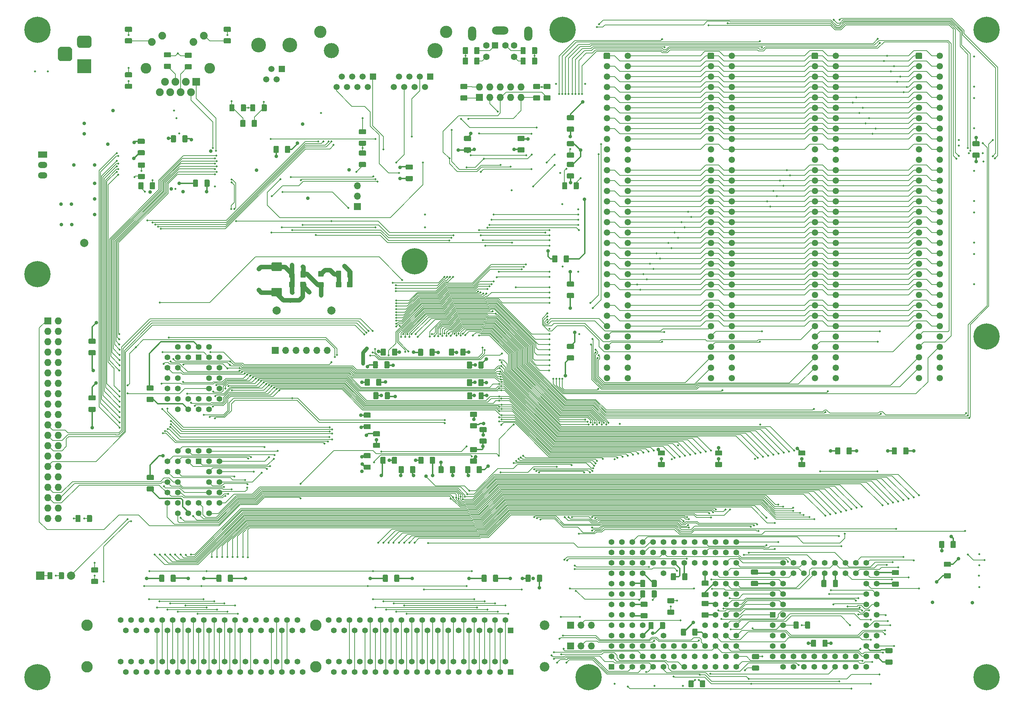
<source format=gbr>
G04 #@! TF.GenerationSoftware,KiCad,Pcbnew,5.1.5+dfsg1-2build2*
G04 #@! TF.CreationDate,2021-11-04T14:18:05+00:00*
G04 #@! TF.ProjectId,MAXI030,4d415849-3033-4302-9e6b-696361645f70,rev?*
G04 #@! TF.SameCoordinates,Original*
G04 #@! TF.FileFunction,Copper,L4,Bot*
G04 #@! TF.FilePolarity,Positive*
%FSLAX46Y46*%
G04 Gerber Fmt 4.6, Leading zero omitted, Abs format (unit mm)*
G04 Created by KiCad (PCBNEW 5.1.5+dfsg1-2build2) date 2021-11-04 14:18:05*
%MOMM*%
%LPD*%
G04 APERTURE LIST*
%ADD10C,0.100000*%
%ADD11C,1.397000*%
%ADD12C,2.336800*%
%ADD13R,1.397000X1.397000*%
%ADD14C,2.794000*%
%ADD15C,3.600000*%
%ADD16C,1.520000*%
%ADD17R,1.520000X1.520000*%
%ADD18C,6.400000*%
%ADD19C,2.000000*%
%ADD20O,1.700000X1.700000*%
%ADD21R,1.700000X1.700000*%
%ADD22C,1.550000*%
%ADD23R,1.900000X1.900000*%
%ADD24C,1.900000*%
%ADD25C,1.890000*%
%ADD26C,2.600000*%
%ADD27C,1.422400*%
%ADD28R,1.422400X1.422400*%
%ADD29O,2.300000X1.500000*%
%ADD30R,2.300000X1.500000*%
%ADD31R,2.000000X2.000000*%
%ADD32R,1.727200X1.727200*%
%ADD33O,1.727200X1.727200*%
%ADD34O,2.000000X3.500000*%
%ADD35R,1.600000X1.600000*%
%ADD36C,1.600000*%
%ADD37O,4.000000X2.000000*%
%ADD38C,3.000000*%
%ADD39C,1.501140*%
%ADD40R,1.501140X1.501140*%
%ADD41C,3.700000*%
%ADD42R,3.500000X3.500000*%
%ADD43C,0.914400*%
%ADD44C,0.508000*%
%ADD45C,0.152400*%
%ADD46C,0.304800*%
%ADD47C,1.117600*%
%ADD48C,0.914400*%
G04 APERTURE END LIST*
G04 #@! TA.AperFunction,SMDPad,CuDef*
D10*
G36*
X77104504Y82788796D02*
G01*
X77128773Y82785196D01*
X77152571Y82779235D01*
X77175671Y82770970D01*
X77197849Y82760480D01*
X77218893Y82747867D01*
X77238598Y82733253D01*
X77256777Y82716777D01*
X77273253Y82698598D01*
X77287867Y82678893D01*
X77300480Y82657849D01*
X77310970Y82635671D01*
X77319235Y82612571D01*
X77325196Y82588773D01*
X77328796Y82564504D01*
X77330000Y82540000D01*
X77330000Y81290000D01*
X77328796Y81265496D01*
X77325196Y81241227D01*
X77319235Y81217429D01*
X77310970Y81194329D01*
X77300480Y81172151D01*
X77287867Y81151107D01*
X77273253Y81131402D01*
X77256777Y81113223D01*
X77238598Y81096747D01*
X77218893Y81082133D01*
X77197849Y81069520D01*
X77175671Y81059030D01*
X77152571Y81050765D01*
X77128773Y81044804D01*
X77104504Y81041204D01*
X77080000Y81040000D01*
X76330000Y81040000D01*
X76305496Y81041204D01*
X76281227Y81044804D01*
X76257429Y81050765D01*
X76234329Y81059030D01*
X76212151Y81069520D01*
X76191107Y81082133D01*
X76171402Y81096747D01*
X76153223Y81113223D01*
X76136747Y81131402D01*
X76122133Y81151107D01*
X76109520Y81172151D01*
X76099030Y81194329D01*
X76090765Y81217429D01*
X76084804Y81241227D01*
X76081204Y81265496D01*
X76080000Y81290000D01*
X76080000Y82540000D01*
X76081204Y82564504D01*
X76084804Y82588773D01*
X76090765Y82612571D01*
X76099030Y82635671D01*
X76109520Y82657849D01*
X76122133Y82678893D01*
X76136747Y82698598D01*
X76153223Y82716777D01*
X76171402Y82733253D01*
X76191107Y82747867D01*
X76212151Y82760480D01*
X76234329Y82770970D01*
X76257429Y82779235D01*
X76281227Y82785196D01*
X76305496Y82788796D01*
X76330000Y82790000D01*
X77080000Y82790000D01*
X77104504Y82788796D01*
G37*
G04 #@! TD.AperFunction*
G04 #@! TA.AperFunction,SMDPad,CuDef*
G36*
X79904504Y82788796D02*
G01*
X79928773Y82785196D01*
X79952571Y82779235D01*
X79975671Y82770970D01*
X79997849Y82760480D01*
X80018893Y82747867D01*
X80038598Y82733253D01*
X80056777Y82716777D01*
X80073253Y82698598D01*
X80087867Y82678893D01*
X80100480Y82657849D01*
X80110970Y82635671D01*
X80119235Y82612571D01*
X80125196Y82588773D01*
X80128796Y82564504D01*
X80130000Y82540000D01*
X80130000Y81290000D01*
X80128796Y81265496D01*
X80125196Y81241227D01*
X80119235Y81217429D01*
X80110970Y81194329D01*
X80100480Y81172151D01*
X80087867Y81151107D01*
X80073253Y81131402D01*
X80056777Y81113223D01*
X80038598Y81096747D01*
X80018893Y81082133D01*
X79997849Y81069520D01*
X79975671Y81059030D01*
X79952571Y81050765D01*
X79928773Y81044804D01*
X79904504Y81041204D01*
X79880000Y81040000D01*
X79130000Y81040000D01*
X79105496Y81041204D01*
X79081227Y81044804D01*
X79057429Y81050765D01*
X79034329Y81059030D01*
X79012151Y81069520D01*
X78991107Y81082133D01*
X78971402Y81096747D01*
X78953223Y81113223D01*
X78936747Y81131402D01*
X78922133Y81151107D01*
X78909520Y81172151D01*
X78899030Y81194329D01*
X78890765Y81217429D01*
X78884804Y81241227D01*
X78881204Y81265496D01*
X78880000Y81290000D01*
X78880000Y82540000D01*
X78881204Y82564504D01*
X78884804Y82588773D01*
X78890765Y82612571D01*
X78899030Y82635671D01*
X78909520Y82657849D01*
X78922133Y82678893D01*
X78936747Y82698598D01*
X78953223Y82716777D01*
X78971402Y82733253D01*
X78991107Y82747867D01*
X79012151Y82760480D01*
X79034329Y82770970D01*
X79057429Y82779235D01*
X79081227Y82785196D01*
X79105496Y82788796D01*
X79130000Y82790000D01*
X79880000Y82790000D01*
X79904504Y82788796D01*
G37*
G04 #@! TD.AperFunction*
G04 #@! TA.AperFunction,SMDPad,CuDef*
G36*
X92597504Y80195296D02*
G01*
X92621773Y80191696D01*
X92645571Y80185735D01*
X92668671Y80177470D01*
X92690849Y80166980D01*
X92711893Y80154367D01*
X92731598Y80139753D01*
X92749777Y80123277D01*
X92766253Y80105098D01*
X92780867Y80085393D01*
X92793480Y80064349D01*
X92803970Y80042171D01*
X92812235Y80019071D01*
X92818196Y79995273D01*
X92821796Y79971004D01*
X92823000Y79946500D01*
X92823000Y79196500D01*
X92821796Y79171996D01*
X92818196Y79147727D01*
X92812235Y79123929D01*
X92803970Y79100829D01*
X92793480Y79078651D01*
X92780867Y79057607D01*
X92766253Y79037902D01*
X92749777Y79019723D01*
X92731598Y79003247D01*
X92711893Y78988633D01*
X92690849Y78976020D01*
X92668671Y78965530D01*
X92645571Y78957265D01*
X92621773Y78951304D01*
X92597504Y78947704D01*
X92573000Y78946500D01*
X91323000Y78946500D01*
X91298496Y78947704D01*
X91274227Y78951304D01*
X91250429Y78957265D01*
X91227329Y78965530D01*
X91205151Y78976020D01*
X91184107Y78988633D01*
X91164402Y79003247D01*
X91146223Y79019723D01*
X91129747Y79037902D01*
X91115133Y79057607D01*
X91102520Y79078651D01*
X91092030Y79100829D01*
X91083765Y79123929D01*
X91077804Y79147727D01*
X91074204Y79171996D01*
X91073000Y79196500D01*
X91073000Y79946500D01*
X91074204Y79971004D01*
X91077804Y79995273D01*
X91083765Y80019071D01*
X91092030Y80042171D01*
X91102520Y80064349D01*
X91115133Y80085393D01*
X91129747Y80105098D01*
X91146223Y80123277D01*
X91164402Y80139753D01*
X91184107Y80154367D01*
X91205151Y80166980D01*
X91227329Y80177470D01*
X91250429Y80185735D01*
X91274227Y80191696D01*
X91298496Y80195296D01*
X91323000Y80196500D01*
X92573000Y80196500D01*
X92597504Y80195296D01*
G37*
G04 #@! TD.AperFunction*
G04 #@! TA.AperFunction,SMDPad,CuDef*
G36*
X92597504Y77395296D02*
G01*
X92621773Y77391696D01*
X92645571Y77385735D01*
X92668671Y77377470D01*
X92690849Y77366980D01*
X92711893Y77354367D01*
X92731598Y77339753D01*
X92749777Y77323277D01*
X92766253Y77305098D01*
X92780867Y77285393D01*
X92793480Y77264349D01*
X92803970Y77242171D01*
X92812235Y77219071D01*
X92818196Y77195273D01*
X92821796Y77171004D01*
X92823000Y77146500D01*
X92823000Y76396500D01*
X92821796Y76371996D01*
X92818196Y76347727D01*
X92812235Y76323929D01*
X92803970Y76300829D01*
X92793480Y76278651D01*
X92780867Y76257607D01*
X92766253Y76237902D01*
X92749777Y76219723D01*
X92731598Y76203247D01*
X92711893Y76188633D01*
X92690849Y76176020D01*
X92668671Y76165530D01*
X92645571Y76157265D01*
X92621773Y76151304D01*
X92597504Y76147704D01*
X92573000Y76146500D01*
X91323000Y76146500D01*
X91298496Y76147704D01*
X91274227Y76151304D01*
X91250429Y76157265D01*
X91227329Y76165530D01*
X91205151Y76176020D01*
X91184107Y76188633D01*
X91164402Y76203247D01*
X91146223Y76219723D01*
X91129747Y76237902D01*
X91115133Y76257607D01*
X91102520Y76278651D01*
X91092030Y76300829D01*
X91083765Y76323929D01*
X91077804Y76347727D01*
X91074204Y76371996D01*
X91073000Y76396500D01*
X91073000Y77146500D01*
X91074204Y77171004D01*
X91077804Y77195273D01*
X91083765Y77219071D01*
X91092030Y77242171D01*
X91102520Y77264349D01*
X91115133Y77285393D01*
X91129747Y77305098D01*
X91146223Y77323277D01*
X91164402Y77339753D01*
X91184107Y77354367D01*
X91205151Y77366980D01*
X91227329Y77377470D01*
X91250429Y77385735D01*
X91274227Y77391696D01*
X91298496Y77395296D01*
X91323000Y77396500D01*
X92573000Y77396500D01*
X92597504Y77395296D01*
G37*
G04 #@! TD.AperFunction*
G04 #@! TA.AperFunction,SMDPad,CuDef*
G36*
X81936504Y75041796D02*
G01*
X81960773Y75038196D01*
X81984571Y75032235D01*
X82007671Y75023970D01*
X82029849Y75013480D01*
X82050893Y75000867D01*
X82070598Y74986253D01*
X82088777Y74969777D01*
X82105253Y74951598D01*
X82119867Y74931893D01*
X82132480Y74910849D01*
X82142970Y74888671D01*
X82151235Y74865571D01*
X82157196Y74841773D01*
X82160796Y74817504D01*
X82162000Y74793000D01*
X82162000Y73543000D01*
X82160796Y73518496D01*
X82157196Y73494227D01*
X82151235Y73470429D01*
X82142970Y73447329D01*
X82132480Y73425151D01*
X82119867Y73404107D01*
X82105253Y73384402D01*
X82088777Y73366223D01*
X82070598Y73349747D01*
X82050893Y73335133D01*
X82029849Y73322520D01*
X82007671Y73312030D01*
X81984571Y73303765D01*
X81960773Y73297804D01*
X81936504Y73294204D01*
X81912000Y73293000D01*
X81162000Y73293000D01*
X81137496Y73294204D01*
X81113227Y73297804D01*
X81089429Y73303765D01*
X81066329Y73312030D01*
X81044151Y73322520D01*
X81023107Y73335133D01*
X81003402Y73349747D01*
X80985223Y73366223D01*
X80968747Y73384402D01*
X80954133Y73404107D01*
X80941520Y73425151D01*
X80931030Y73447329D01*
X80922765Y73470429D01*
X80916804Y73494227D01*
X80913204Y73518496D01*
X80912000Y73543000D01*
X80912000Y74793000D01*
X80913204Y74817504D01*
X80916804Y74841773D01*
X80922765Y74865571D01*
X80931030Y74888671D01*
X80941520Y74910849D01*
X80954133Y74931893D01*
X80968747Y74951598D01*
X80985223Y74969777D01*
X81003402Y74986253D01*
X81023107Y75000867D01*
X81044151Y75013480D01*
X81066329Y75023970D01*
X81089429Y75032235D01*
X81113227Y75038196D01*
X81137496Y75041796D01*
X81162000Y75043000D01*
X81912000Y75043000D01*
X81936504Y75041796D01*
G37*
G04 #@! TD.AperFunction*
G04 #@! TA.AperFunction,SMDPad,CuDef*
G36*
X79136504Y75041796D02*
G01*
X79160773Y75038196D01*
X79184571Y75032235D01*
X79207671Y75023970D01*
X79229849Y75013480D01*
X79250893Y75000867D01*
X79270598Y74986253D01*
X79288777Y74969777D01*
X79305253Y74951598D01*
X79319867Y74931893D01*
X79332480Y74910849D01*
X79342970Y74888671D01*
X79351235Y74865571D01*
X79357196Y74841773D01*
X79360796Y74817504D01*
X79362000Y74793000D01*
X79362000Y73543000D01*
X79360796Y73518496D01*
X79357196Y73494227D01*
X79351235Y73470429D01*
X79342970Y73447329D01*
X79332480Y73425151D01*
X79319867Y73404107D01*
X79305253Y73384402D01*
X79288777Y73366223D01*
X79270598Y73349747D01*
X79250893Y73335133D01*
X79229849Y73322520D01*
X79207671Y73312030D01*
X79184571Y73303765D01*
X79160773Y73297804D01*
X79136504Y73294204D01*
X79112000Y73293000D01*
X78362000Y73293000D01*
X78337496Y73294204D01*
X78313227Y73297804D01*
X78289429Y73303765D01*
X78266329Y73312030D01*
X78244151Y73322520D01*
X78223107Y73335133D01*
X78203402Y73349747D01*
X78185223Y73366223D01*
X78168747Y73384402D01*
X78154133Y73404107D01*
X78141520Y73425151D01*
X78131030Y73447329D01*
X78122765Y73470429D01*
X78116804Y73494227D01*
X78113204Y73518496D01*
X78112000Y73543000D01*
X78112000Y74793000D01*
X78113204Y74817504D01*
X78116804Y74841773D01*
X78122765Y74865571D01*
X78131030Y74888671D01*
X78141520Y74910849D01*
X78154133Y74931893D01*
X78168747Y74951598D01*
X78185223Y74969777D01*
X78203402Y74986253D01*
X78223107Y75000867D01*
X78244151Y75013480D01*
X78266329Y75023970D01*
X78289429Y75032235D01*
X78313227Y75038196D01*
X78337496Y75041796D01*
X78362000Y75043000D01*
X79112000Y75043000D01*
X79136504Y75041796D01*
G37*
G04 #@! TD.AperFunction*
D11*
X-50800000Y75565000D03*
X-49530000Y73025000D03*
X-48260000Y75565000D03*
X-46990000Y73025000D03*
X-45720000Y75565000D03*
X-44450000Y73025000D03*
X-43180000Y75565000D03*
X-41910000Y73025000D03*
X-40640000Y75565000D03*
X-39370000Y73025000D03*
X-38100000Y75565000D03*
X-36830000Y73025000D03*
X-35560000Y75565000D03*
X-34290000Y73025000D03*
X-33020000Y75565000D03*
X-31750000Y73025000D03*
X-30480000Y75565000D03*
X-29210000Y73025000D03*
X-27940000Y75565000D03*
X-26670000Y73025000D03*
X-25400000Y75565000D03*
X-24130000Y73025000D03*
X-22860000Y75565000D03*
X-21590000Y73025000D03*
X-20320000Y75565000D03*
X5080000Y75565000D03*
X6350000Y73025000D03*
X36830000Y73025000D03*
X-6350000Y73025000D03*
X0Y75565000D03*
X1270000Y73025000D03*
X25400000Y75565000D03*
X34290000Y73025000D03*
D12*
X52705000Y74295000D03*
D13*
X44450000Y73025000D03*
D11*
X43180000Y75565000D03*
X41910000Y73025000D03*
X40640000Y75565000D03*
X38100000Y75565000D03*
X-19050000Y73025000D03*
X-17780000Y75565000D03*
X-16510000Y73025000D03*
X-15240000Y75565000D03*
X-13970000Y73025000D03*
X-12700000Y75565000D03*
X-11430000Y73025000D03*
X-10160000Y75565000D03*
X-8890000Y73025000D03*
X-7620000Y75565000D03*
D14*
X-3175000Y74295000D03*
X-59055000Y74295000D03*
D11*
X10160000Y75565000D03*
X11430000Y73025000D03*
X26670000Y73025000D03*
X33020000Y75565000D03*
X31750000Y73025000D03*
X20320000Y75565000D03*
X21590000Y73025000D03*
X30480000Y75565000D03*
X17780000Y75565000D03*
X19050000Y73025000D03*
X29210000Y73025000D03*
X15240000Y75565000D03*
X16510000Y73025000D03*
X27940000Y75565000D03*
X12700000Y75565000D03*
X13970000Y73025000D03*
X7620000Y75565000D03*
X8890000Y73025000D03*
X22860000Y75565000D03*
X24130000Y73025000D03*
X2540000Y75565000D03*
X3810000Y73025000D03*
X35560000Y75565000D03*
X39370000Y73025000D03*
D15*
X-17145000Y216027000D03*
D16*
X-15240000Y207645000D03*
X-13970000Y210185000D03*
X-12700000Y207645000D03*
D17*
X-11430000Y210185000D03*
D15*
X-9525000Y216027000D03*
G04 #@! TA.AperFunction,SMDPad,CuDef*
D10*
G36*
X47639504Y193793796D02*
G01*
X47663773Y193790196D01*
X47687571Y193784235D01*
X47710671Y193775970D01*
X47732849Y193765480D01*
X47753893Y193752867D01*
X47773598Y193738253D01*
X47791777Y193721777D01*
X47808253Y193703598D01*
X47822867Y193683893D01*
X47835480Y193662849D01*
X47845970Y193640671D01*
X47854235Y193617571D01*
X47860196Y193593773D01*
X47863796Y193569504D01*
X47865000Y193545000D01*
X47865000Y192795000D01*
X47863796Y192770496D01*
X47860196Y192746227D01*
X47854235Y192722429D01*
X47845970Y192699329D01*
X47835480Y192677151D01*
X47822867Y192656107D01*
X47808253Y192636402D01*
X47791777Y192618223D01*
X47773598Y192601747D01*
X47753893Y192587133D01*
X47732849Y192574520D01*
X47710671Y192564030D01*
X47687571Y192555765D01*
X47663773Y192549804D01*
X47639504Y192546204D01*
X47615000Y192545000D01*
X46365000Y192545000D01*
X46340496Y192546204D01*
X46316227Y192549804D01*
X46292429Y192555765D01*
X46269329Y192564030D01*
X46247151Y192574520D01*
X46226107Y192587133D01*
X46206402Y192601747D01*
X46188223Y192618223D01*
X46171747Y192636402D01*
X46157133Y192656107D01*
X46144520Y192677151D01*
X46134030Y192699329D01*
X46125765Y192722429D01*
X46119804Y192746227D01*
X46116204Y192770496D01*
X46115000Y192795000D01*
X46115000Y193545000D01*
X46116204Y193569504D01*
X46119804Y193593773D01*
X46125765Y193617571D01*
X46134030Y193640671D01*
X46144520Y193662849D01*
X46157133Y193683893D01*
X46171747Y193703598D01*
X46188223Y193721777D01*
X46206402Y193738253D01*
X46226107Y193752867D01*
X46247151Y193765480D01*
X46269329Y193775970D01*
X46292429Y193784235D01*
X46316227Y193790196D01*
X46340496Y193793796D01*
X46365000Y193795000D01*
X47615000Y193795000D01*
X47639504Y193793796D01*
G37*
G04 #@! TD.AperFunction*
G04 #@! TA.AperFunction,SMDPad,CuDef*
G36*
X47639504Y190993796D02*
G01*
X47663773Y190990196D01*
X47687571Y190984235D01*
X47710671Y190975970D01*
X47732849Y190965480D01*
X47753893Y190952867D01*
X47773598Y190938253D01*
X47791777Y190921777D01*
X47808253Y190903598D01*
X47822867Y190883893D01*
X47835480Y190862849D01*
X47845970Y190840671D01*
X47854235Y190817571D01*
X47860196Y190793773D01*
X47863796Y190769504D01*
X47865000Y190745000D01*
X47865000Y189995000D01*
X47863796Y189970496D01*
X47860196Y189946227D01*
X47854235Y189922429D01*
X47845970Y189899329D01*
X47835480Y189877151D01*
X47822867Y189856107D01*
X47808253Y189836402D01*
X47791777Y189818223D01*
X47773598Y189801747D01*
X47753893Y189787133D01*
X47732849Y189774520D01*
X47710671Y189764030D01*
X47687571Y189755765D01*
X47663773Y189749804D01*
X47639504Y189746204D01*
X47615000Y189745000D01*
X46365000Y189745000D01*
X46340496Y189746204D01*
X46316227Y189749804D01*
X46292429Y189755765D01*
X46269329Y189764030D01*
X46247151Y189774520D01*
X46226107Y189787133D01*
X46206402Y189801747D01*
X46188223Y189818223D01*
X46171747Y189836402D01*
X46157133Y189856107D01*
X46144520Y189877151D01*
X46134030Y189899329D01*
X46125765Y189922429D01*
X46119804Y189946227D01*
X46116204Y189970496D01*
X46115000Y189995000D01*
X46115000Y190745000D01*
X46116204Y190769504D01*
X46119804Y190793773D01*
X46125765Y190817571D01*
X46134030Y190840671D01*
X46144520Y190862849D01*
X46157133Y190883893D01*
X46171747Y190903598D01*
X46188223Y190921777D01*
X46206402Y190938253D01*
X46226107Y190952867D01*
X46247151Y190965480D01*
X46269329Y190975970D01*
X46292429Y190984235D01*
X46316227Y190990196D01*
X46340496Y190993796D01*
X46365000Y190995000D01*
X47615000Y190995000D01*
X47639504Y190993796D01*
G37*
G04 #@! TD.AperFunction*
G04 #@! TA.AperFunction,SMDPad,CuDef*
G36*
X137492004Y68695796D02*
G01*
X137516273Y68692196D01*
X137540071Y68686235D01*
X137563171Y68677970D01*
X137585349Y68667480D01*
X137606393Y68654867D01*
X137626098Y68640253D01*
X137644277Y68623777D01*
X137660753Y68605598D01*
X137675367Y68585893D01*
X137687980Y68564849D01*
X137698470Y68542671D01*
X137706735Y68519571D01*
X137712696Y68495773D01*
X137716296Y68471504D01*
X137717500Y68447000D01*
X137717500Y67697000D01*
X137716296Y67672496D01*
X137712696Y67648227D01*
X137706735Y67624429D01*
X137698470Y67601329D01*
X137687980Y67579151D01*
X137675367Y67558107D01*
X137660753Y67538402D01*
X137644277Y67520223D01*
X137626098Y67503747D01*
X137606393Y67489133D01*
X137585349Y67476520D01*
X137563171Y67466030D01*
X137540071Y67457765D01*
X137516273Y67451804D01*
X137492004Y67448204D01*
X137467500Y67447000D01*
X136217500Y67447000D01*
X136192996Y67448204D01*
X136168727Y67451804D01*
X136144929Y67457765D01*
X136121829Y67466030D01*
X136099651Y67476520D01*
X136078607Y67489133D01*
X136058902Y67503747D01*
X136040723Y67520223D01*
X136024247Y67538402D01*
X136009633Y67558107D01*
X135997020Y67579151D01*
X135986530Y67601329D01*
X135978265Y67624429D01*
X135972304Y67648227D01*
X135968704Y67672496D01*
X135967500Y67697000D01*
X135967500Y68447000D01*
X135968704Y68471504D01*
X135972304Y68495773D01*
X135978265Y68519571D01*
X135986530Y68542671D01*
X135997020Y68564849D01*
X136009633Y68585893D01*
X136024247Y68605598D01*
X136040723Y68623777D01*
X136058902Y68640253D01*
X136078607Y68654867D01*
X136099651Y68667480D01*
X136121829Y68677970D01*
X136144929Y68686235D01*
X136168727Y68692196D01*
X136192996Y68695796D01*
X136217500Y68697000D01*
X137467500Y68697000D01*
X137492004Y68695796D01*
G37*
G04 #@! TD.AperFunction*
G04 #@! TA.AperFunction,SMDPad,CuDef*
G36*
X137492004Y65895796D02*
G01*
X137516273Y65892196D01*
X137540071Y65886235D01*
X137563171Y65877970D01*
X137585349Y65867480D01*
X137606393Y65854867D01*
X137626098Y65840253D01*
X137644277Y65823777D01*
X137660753Y65805598D01*
X137675367Y65785893D01*
X137687980Y65764849D01*
X137698470Y65742671D01*
X137706735Y65719571D01*
X137712696Y65695773D01*
X137716296Y65671504D01*
X137717500Y65647000D01*
X137717500Y64897000D01*
X137716296Y64872496D01*
X137712696Y64848227D01*
X137706735Y64824429D01*
X137698470Y64801329D01*
X137687980Y64779151D01*
X137675367Y64758107D01*
X137660753Y64738402D01*
X137644277Y64720223D01*
X137626098Y64703747D01*
X137606393Y64689133D01*
X137585349Y64676520D01*
X137563171Y64666030D01*
X137540071Y64657765D01*
X137516273Y64651804D01*
X137492004Y64648204D01*
X137467500Y64647000D01*
X136217500Y64647000D01*
X136192996Y64648204D01*
X136168727Y64651804D01*
X136144929Y64657765D01*
X136121829Y64666030D01*
X136099651Y64676520D01*
X136078607Y64689133D01*
X136058902Y64703747D01*
X136040723Y64720223D01*
X136024247Y64738402D01*
X136009633Y64758107D01*
X135997020Y64779151D01*
X135986530Y64801329D01*
X135978265Y64824429D01*
X135972304Y64848227D01*
X135968704Y64872496D01*
X135967500Y64897000D01*
X135967500Y65647000D01*
X135968704Y65671504D01*
X135972304Y65695773D01*
X135978265Y65719571D01*
X135986530Y65742671D01*
X135997020Y65764849D01*
X136009633Y65785893D01*
X136024247Y65805598D01*
X136040723Y65823777D01*
X136058902Y65840253D01*
X136078607Y65854867D01*
X136099651Y65867480D01*
X136121829Y65877970D01*
X136144929Y65886235D01*
X136168727Y65892196D01*
X136192996Y65895796D01*
X136217500Y65897000D01*
X137467500Y65897000D01*
X137492004Y65895796D01*
G37*
G04 #@! TD.AperFunction*
G04 #@! TA.AperFunction,SMDPad,CuDef*
G36*
X84600504Y86979796D02*
G01*
X84624773Y86976196D01*
X84648571Y86970235D01*
X84671671Y86961970D01*
X84693849Y86951480D01*
X84714893Y86938867D01*
X84734598Y86924253D01*
X84752777Y86907777D01*
X84769253Y86889598D01*
X84783867Y86869893D01*
X84796480Y86848849D01*
X84806970Y86826671D01*
X84815235Y86803571D01*
X84821196Y86779773D01*
X84824796Y86755504D01*
X84826000Y86731000D01*
X84826000Y85481000D01*
X84824796Y85456496D01*
X84821196Y85432227D01*
X84815235Y85408429D01*
X84806970Y85385329D01*
X84796480Y85363151D01*
X84783867Y85342107D01*
X84769253Y85322402D01*
X84752777Y85304223D01*
X84734598Y85287747D01*
X84714893Y85273133D01*
X84693849Y85260520D01*
X84671671Y85250030D01*
X84648571Y85241765D01*
X84624773Y85235804D01*
X84600504Y85232204D01*
X84576000Y85231000D01*
X83826000Y85231000D01*
X83801496Y85232204D01*
X83777227Y85235804D01*
X83753429Y85241765D01*
X83730329Y85250030D01*
X83708151Y85260520D01*
X83687107Y85273133D01*
X83667402Y85287747D01*
X83649223Y85304223D01*
X83632747Y85322402D01*
X83618133Y85342107D01*
X83605520Y85363151D01*
X83595030Y85385329D01*
X83586765Y85408429D01*
X83580804Y85432227D01*
X83577204Y85456496D01*
X83576000Y85481000D01*
X83576000Y86731000D01*
X83577204Y86755504D01*
X83580804Y86779773D01*
X83586765Y86803571D01*
X83595030Y86826671D01*
X83605520Y86848849D01*
X83618133Y86869893D01*
X83632747Y86889598D01*
X83649223Y86907777D01*
X83667402Y86924253D01*
X83687107Y86938867D01*
X83708151Y86951480D01*
X83730329Y86961970D01*
X83753429Y86970235D01*
X83777227Y86976196D01*
X83801496Y86979796D01*
X83826000Y86981000D01*
X84576000Y86981000D01*
X84600504Y86979796D01*
G37*
G04 #@! TD.AperFunction*
G04 #@! TA.AperFunction,SMDPad,CuDef*
G36*
X87400504Y86979796D02*
G01*
X87424773Y86976196D01*
X87448571Y86970235D01*
X87471671Y86961970D01*
X87493849Y86951480D01*
X87514893Y86938867D01*
X87534598Y86924253D01*
X87552777Y86907777D01*
X87569253Y86889598D01*
X87583867Y86869893D01*
X87596480Y86848849D01*
X87606970Y86826671D01*
X87615235Y86803571D01*
X87621196Y86779773D01*
X87624796Y86755504D01*
X87626000Y86731000D01*
X87626000Y85481000D01*
X87624796Y85456496D01*
X87621196Y85432227D01*
X87615235Y85408429D01*
X87606970Y85385329D01*
X87596480Y85363151D01*
X87583867Y85342107D01*
X87569253Y85322402D01*
X87552777Y85304223D01*
X87534598Y85287747D01*
X87514893Y85273133D01*
X87493849Y85260520D01*
X87471671Y85250030D01*
X87448571Y85241765D01*
X87424773Y85235804D01*
X87400504Y85232204D01*
X87376000Y85231000D01*
X86626000Y85231000D01*
X86601496Y85232204D01*
X86577227Y85235804D01*
X86553429Y85241765D01*
X86530329Y85250030D01*
X86508151Y85260520D01*
X86487107Y85273133D01*
X86467402Y85287747D01*
X86449223Y85304223D01*
X86432747Y85322402D01*
X86418133Y85342107D01*
X86405520Y85363151D01*
X86395030Y85385329D01*
X86386765Y85408429D01*
X86380804Y85432227D01*
X86377204Y85456496D01*
X86376000Y85481000D01*
X86376000Y86731000D01*
X86377204Y86755504D01*
X86380804Y86779773D01*
X86386765Y86803571D01*
X86395030Y86826671D01*
X86405520Y86848849D01*
X86418133Y86869893D01*
X86432747Y86889598D01*
X86449223Y86907777D01*
X86467402Y86924253D01*
X86487107Y86938867D01*
X86508151Y86951480D01*
X86530329Y86961970D01*
X86553429Y86970235D01*
X86577227Y86976196D01*
X86601496Y86979796D01*
X86626000Y86981000D01*
X87376000Y86981000D01*
X87400504Y86979796D01*
G37*
G04 #@! TD.AperFunction*
G04 #@! TA.AperFunction,SMDPad,CuDef*
G36*
X77675004Y77198796D02*
G01*
X77699273Y77195196D01*
X77723071Y77189235D01*
X77746171Y77180970D01*
X77768349Y77170480D01*
X77789393Y77157867D01*
X77809098Y77143253D01*
X77827277Y77126777D01*
X77843753Y77108598D01*
X77858367Y77088893D01*
X77870980Y77067849D01*
X77881470Y77045671D01*
X77889735Y77022571D01*
X77895696Y76998773D01*
X77899296Y76974504D01*
X77900500Y76950000D01*
X77900500Y76200000D01*
X77899296Y76175496D01*
X77895696Y76151227D01*
X77889735Y76127429D01*
X77881470Y76104329D01*
X77870980Y76082151D01*
X77858367Y76061107D01*
X77843753Y76041402D01*
X77827277Y76023223D01*
X77809098Y76006747D01*
X77789393Y75992133D01*
X77768349Y75979520D01*
X77746171Y75969030D01*
X77723071Y75960765D01*
X77699273Y75954804D01*
X77675004Y75951204D01*
X77650500Y75950000D01*
X76400500Y75950000D01*
X76375996Y75951204D01*
X76351727Y75954804D01*
X76327929Y75960765D01*
X76304829Y75969030D01*
X76282651Y75979520D01*
X76261607Y75992133D01*
X76241902Y76006747D01*
X76223723Y76023223D01*
X76207247Y76041402D01*
X76192633Y76061107D01*
X76180020Y76082151D01*
X76169530Y76104329D01*
X76161265Y76127429D01*
X76155304Y76151227D01*
X76151704Y76175496D01*
X76150500Y76200000D01*
X76150500Y76950000D01*
X76151704Y76974504D01*
X76155304Y76998773D01*
X76161265Y77022571D01*
X76169530Y77045671D01*
X76180020Y77067849D01*
X76192633Y77088893D01*
X76207247Y77108598D01*
X76223723Y77126777D01*
X76241902Y77143253D01*
X76261607Y77157867D01*
X76282651Y77170480D01*
X76304829Y77180970D01*
X76327929Y77189235D01*
X76351727Y77195196D01*
X76375996Y77198796D01*
X76400500Y77200000D01*
X77650500Y77200000D01*
X77675004Y77198796D01*
G37*
G04 #@! TD.AperFunction*
G04 #@! TA.AperFunction,SMDPad,CuDef*
G36*
X77675004Y79998796D02*
G01*
X77699273Y79995196D01*
X77723071Y79989235D01*
X77746171Y79980970D01*
X77768349Y79970480D01*
X77789393Y79957867D01*
X77809098Y79943253D01*
X77827277Y79926777D01*
X77843753Y79908598D01*
X77858367Y79888893D01*
X77870980Y79867849D01*
X77881470Y79845671D01*
X77889735Y79822571D01*
X77895696Y79798773D01*
X77899296Y79774504D01*
X77900500Y79750000D01*
X77900500Y79000000D01*
X77899296Y78975496D01*
X77895696Y78951227D01*
X77889735Y78927429D01*
X77881470Y78904329D01*
X77870980Y78882151D01*
X77858367Y78861107D01*
X77843753Y78841402D01*
X77827277Y78823223D01*
X77809098Y78806747D01*
X77789393Y78792133D01*
X77768349Y78779520D01*
X77746171Y78769030D01*
X77723071Y78760765D01*
X77699273Y78754804D01*
X77675004Y78751204D01*
X77650500Y78750000D01*
X76400500Y78750000D01*
X76375996Y78751204D01*
X76351727Y78754804D01*
X76327929Y78760765D01*
X76304829Y78769030D01*
X76282651Y78779520D01*
X76261607Y78792133D01*
X76241902Y78806747D01*
X76223723Y78823223D01*
X76207247Y78841402D01*
X76192633Y78861107D01*
X76180020Y78882151D01*
X76169530Y78904329D01*
X76161265Y78927429D01*
X76155304Y78951227D01*
X76151704Y78975496D01*
X76150500Y79000000D01*
X76150500Y79750000D01*
X76151704Y79774504D01*
X76155304Y79798773D01*
X76161265Y79822571D01*
X76169530Y79845671D01*
X76180020Y79867849D01*
X76192633Y79888893D01*
X76207247Y79908598D01*
X76223723Y79926777D01*
X76241902Y79943253D01*
X76261607Y79957867D01*
X76282651Y79970480D01*
X76304829Y79980970D01*
X76327929Y79989235D01*
X76351727Y79995196D01*
X76375996Y79998796D01*
X76400500Y80000000D01*
X77650500Y80000000D01*
X77675004Y79998796D01*
G37*
G04 #@! TD.AperFunction*
G04 #@! TA.AperFunction,SMDPad,CuDef*
G36*
X104662504Y85078796D02*
G01*
X104686773Y85075196D01*
X104710571Y85069235D01*
X104733671Y85060970D01*
X104755849Y85050480D01*
X104776893Y85037867D01*
X104796598Y85023253D01*
X104814777Y85006777D01*
X104831253Y84988598D01*
X104845867Y84968893D01*
X104858480Y84947849D01*
X104868970Y84925671D01*
X104877235Y84902571D01*
X104883196Y84878773D01*
X104886796Y84854504D01*
X104888000Y84830000D01*
X104888000Y84080000D01*
X104886796Y84055496D01*
X104883196Y84031227D01*
X104877235Y84007429D01*
X104868970Y83984329D01*
X104858480Y83962151D01*
X104845867Y83941107D01*
X104831253Y83921402D01*
X104814777Y83903223D01*
X104796598Y83886747D01*
X104776893Y83872133D01*
X104755849Y83859520D01*
X104733671Y83849030D01*
X104710571Y83840765D01*
X104686773Y83834804D01*
X104662504Y83831204D01*
X104638000Y83830000D01*
X103388000Y83830000D01*
X103363496Y83831204D01*
X103339227Y83834804D01*
X103315429Y83840765D01*
X103292329Y83849030D01*
X103270151Y83859520D01*
X103249107Y83872133D01*
X103229402Y83886747D01*
X103211223Y83903223D01*
X103194747Y83921402D01*
X103180133Y83941107D01*
X103167520Y83962151D01*
X103157030Y83984329D01*
X103148765Y84007429D01*
X103142804Y84031227D01*
X103139204Y84055496D01*
X103138000Y84080000D01*
X103138000Y84830000D01*
X103139204Y84854504D01*
X103142804Y84878773D01*
X103148765Y84902571D01*
X103157030Y84925671D01*
X103167520Y84947849D01*
X103180133Y84968893D01*
X103194747Y84988598D01*
X103211223Y85006777D01*
X103229402Y85023253D01*
X103249107Y85037867D01*
X103270151Y85050480D01*
X103292329Y85060970D01*
X103315429Y85069235D01*
X103339227Y85075196D01*
X103363496Y85078796D01*
X103388000Y85080000D01*
X104638000Y85080000D01*
X104662504Y85078796D01*
G37*
G04 #@! TD.AperFunction*
G04 #@! TA.AperFunction,SMDPad,CuDef*
G36*
X104662504Y87878796D02*
G01*
X104686773Y87875196D01*
X104710571Y87869235D01*
X104733671Y87860970D01*
X104755849Y87850480D01*
X104776893Y87837867D01*
X104796598Y87823253D01*
X104814777Y87806777D01*
X104831253Y87788598D01*
X104845867Y87768893D01*
X104858480Y87747849D01*
X104868970Y87725671D01*
X104877235Y87702571D01*
X104883196Y87678773D01*
X104886796Y87654504D01*
X104888000Y87630000D01*
X104888000Y86880000D01*
X104886796Y86855496D01*
X104883196Y86831227D01*
X104877235Y86807429D01*
X104868970Y86784329D01*
X104858480Y86762151D01*
X104845867Y86741107D01*
X104831253Y86721402D01*
X104814777Y86703223D01*
X104796598Y86686747D01*
X104776893Y86672133D01*
X104755849Y86659520D01*
X104733671Y86649030D01*
X104710571Y86640765D01*
X104686773Y86634804D01*
X104662504Y86631204D01*
X104638000Y86630000D01*
X103388000Y86630000D01*
X103363496Y86631204D01*
X103339227Y86634804D01*
X103315429Y86640765D01*
X103292329Y86649030D01*
X103270151Y86659520D01*
X103249107Y86672133D01*
X103229402Y86686747D01*
X103211223Y86703223D01*
X103194747Y86721402D01*
X103180133Y86741107D01*
X103167520Y86762151D01*
X103157030Y86784329D01*
X103148765Y86807429D01*
X103142804Y86831227D01*
X103139204Y86855496D01*
X103138000Y86880000D01*
X103138000Y87630000D01*
X103139204Y87654504D01*
X103142804Y87678773D01*
X103148765Y87702571D01*
X103157030Y87725671D01*
X103167520Y87747849D01*
X103180133Y87768893D01*
X103194747Y87788598D01*
X103211223Y87806777D01*
X103229402Y87823253D01*
X103249107Y87837867D01*
X103270151Y87850480D01*
X103292329Y87860970D01*
X103315429Y87869235D01*
X103339227Y87875196D01*
X103363496Y87878796D01*
X103388000Y87880000D01*
X104638000Y87880000D01*
X104662504Y87878796D01*
G37*
G04 #@! TD.AperFunction*
G04 #@! TA.AperFunction,SMDPad,CuDef*
G36*
X121627004Y70723796D02*
G01*
X121651273Y70720196D01*
X121675071Y70714235D01*
X121698171Y70705970D01*
X121720349Y70695480D01*
X121741393Y70682867D01*
X121761098Y70668253D01*
X121779277Y70651777D01*
X121795753Y70633598D01*
X121810367Y70613893D01*
X121822980Y70592849D01*
X121833470Y70570671D01*
X121841735Y70547571D01*
X121847696Y70523773D01*
X121851296Y70499504D01*
X121852500Y70475000D01*
X121852500Y69225000D01*
X121851296Y69200496D01*
X121847696Y69176227D01*
X121841735Y69152429D01*
X121833470Y69129329D01*
X121822980Y69107151D01*
X121810367Y69086107D01*
X121795753Y69066402D01*
X121779277Y69048223D01*
X121761098Y69031747D01*
X121741393Y69017133D01*
X121720349Y69004520D01*
X121698171Y68994030D01*
X121675071Y68985765D01*
X121651273Y68979804D01*
X121627004Y68976204D01*
X121602500Y68975000D01*
X120852500Y68975000D01*
X120827996Y68976204D01*
X120803727Y68979804D01*
X120779929Y68985765D01*
X120756829Y68994030D01*
X120734651Y69004520D01*
X120713607Y69017133D01*
X120693902Y69031747D01*
X120675723Y69048223D01*
X120659247Y69066402D01*
X120644633Y69086107D01*
X120632020Y69107151D01*
X120621530Y69129329D01*
X120613265Y69152429D01*
X120607304Y69176227D01*
X120603704Y69200496D01*
X120602500Y69225000D01*
X120602500Y70475000D01*
X120603704Y70499504D01*
X120607304Y70523773D01*
X120613265Y70547571D01*
X120621530Y70570671D01*
X120632020Y70592849D01*
X120644633Y70613893D01*
X120659247Y70633598D01*
X120675723Y70651777D01*
X120693902Y70668253D01*
X120713607Y70682867D01*
X120734651Y70695480D01*
X120756829Y70705970D01*
X120779929Y70714235D01*
X120803727Y70720196D01*
X120827996Y70723796D01*
X120852500Y70725000D01*
X121602500Y70725000D01*
X121627004Y70723796D01*
G37*
G04 #@! TD.AperFunction*
G04 #@! TA.AperFunction,SMDPad,CuDef*
G36*
X118827004Y70723796D02*
G01*
X118851273Y70720196D01*
X118875071Y70714235D01*
X118898171Y70705970D01*
X118920349Y70695480D01*
X118941393Y70682867D01*
X118961098Y70668253D01*
X118979277Y70651777D01*
X118995753Y70633598D01*
X119010367Y70613893D01*
X119022980Y70592849D01*
X119033470Y70570671D01*
X119041735Y70547571D01*
X119047696Y70523773D01*
X119051296Y70499504D01*
X119052500Y70475000D01*
X119052500Y69225000D01*
X119051296Y69200496D01*
X119047696Y69176227D01*
X119041735Y69152429D01*
X119033470Y69129329D01*
X119022980Y69107151D01*
X119010367Y69086107D01*
X118995753Y69066402D01*
X118979277Y69048223D01*
X118961098Y69031747D01*
X118941393Y69017133D01*
X118920349Y69004520D01*
X118898171Y68994030D01*
X118875071Y68985765D01*
X118851273Y68979804D01*
X118827004Y68976204D01*
X118802500Y68975000D01*
X118052500Y68975000D01*
X118027996Y68976204D01*
X118003727Y68979804D01*
X117979929Y68985765D01*
X117956829Y68994030D01*
X117934651Y69004520D01*
X117913607Y69017133D01*
X117893902Y69031747D01*
X117875723Y69048223D01*
X117859247Y69066402D01*
X117844633Y69086107D01*
X117832020Y69107151D01*
X117821530Y69129329D01*
X117813265Y69152429D01*
X117807304Y69176227D01*
X117803704Y69200496D01*
X117802500Y69225000D01*
X117802500Y70475000D01*
X117803704Y70499504D01*
X117807304Y70523773D01*
X117813265Y70547571D01*
X117821530Y70570671D01*
X117832020Y70592849D01*
X117844633Y70613893D01*
X117859247Y70633598D01*
X117875723Y70651777D01*
X117893902Y70668253D01*
X117913607Y70682867D01*
X117934651Y70695480D01*
X117956829Y70705970D01*
X117979929Y70714235D01*
X118003727Y70720196D01*
X118027996Y70723796D01*
X118052500Y70725000D01*
X118802500Y70725000D01*
X118827004Y70723796D01*
G37*
G04 #@! TD.AperFunction*
G04 #@! TA.AperFunction,SMDPad,CuDef*
G36*
X87071004Y73454296D02*
G01*
X87095273Y73450696D01*
X87119071Y73444735D01*
X87142171Y73436470D01*
X87164349Y73425980D01*
X87185393Y73413367D01*
X87205098Y73398753D01*
X87223277Y73382277D01*
X87239753Y73364098D01*
X87254367Y73344393D01*
X87266980Y73323349D01*
X87277470Y73301171D01*
X87285735Y73278071D01*
X87291696Y73254273D01*
X87295296Y73230004D01*
X87296500Y73205500D01*
X87296500Y71955500D01*
X87295296Y71930996D01*
X87291696Y71906727D01*
X87285735Y71882929D01*
X87277470Y71859829D01*
X87266980Y71837651D01*
X87254367Y71816607D01*
X87239753Y71796902D01*
X87223277Y71778723D01*
X87205098Y71762247D01*
X87185393Y71747633D01*
X87164349Y71735020D01*
X87142171Y71724530D01*
X87119071Y71716265D01*
X87095273Y71710304D01*
X87071004Y71706704D01*
X87046500Y71705500D01*
X86296500Y71705500D01*
X86271996Y71706704D01*
X86247727Y71710304D01*
X86223929Y71716265D01*
X86200829Y71724530D01*
X86178651Y71735020D01*
X86157607Y71747633D01*
X86137902Y71762247D01*
X86119723Y71778723D01*
X86103247Y71796902D01*
X86088633Y71816607D01*
X86076020Y71837651D01*
X86065530Y71859829D01*
X86057265Y71882929D01*
X86051304Y71906727D01*
X86047704Y71930996D01*
X86046500Y71955500D01*
X86046500Y73205500D01*
X86047704Y73230004D01*
X86051304Y73254273D01*
X86057265Y73278071D01*
X86065530Y73301171D01*
X86076020Y73323349D01*
X86088633Y73344393D01*
X86103247Y73364098D01*
X86119723Y73382277D01*
X86137902Y73398753D01*
X86157607Y73413367D01*
X86178651Y73425980D01*
X86200829Y73436470D01*
X86223929Y73444735D01*
X86247727Y73450696D01*
X86271996Y73454296D01*
X86296500Y73455500D01*
X87046500Y73455500D01*
X87071004Y73454296D01*
G37*
G04 #@! TD.AperFunction*
G04 #@! TA.AperFunction,SMDPad,CuDef*
G36*
X89871004Y73454296D02*
G01*
X89895273Y73450696D01*
X89919071Y73444735D01*
X89942171Y73436470D01*
X89964349Y73425980D01*
X89985393Y73413367D01*
X90005098Y73398753D01*
X90023277Y73382277D01*
X90039753Y73364098D01*
X90054367Y73344393D01*
X90066980Y73323349D01*
X90077470Y73301171D01*
X90085735Y73278071D01*
X90091696Y73254273D01*
X90095296Y73230004D01*
X90096500Y73205500D01*
X90096500Y71955500D01*
X90095296Y71930996D01*
X90091696Y71906727D01*
X90085735Y71882929D01*
X90077470Y71859829D01*
X90066980Y71837651D01*
X90054367Y71816607D01*
X90039753Y71796902D01*
X90023277Y71778723D01*
X90005098Y71762247D01*
X89985393Y71747633D01*
X89964349Y71735020D01*
X89942171Y71724530D01*
X89919071Y71716265D01*
X89895273Y71710304D01*
X89871004Y71706704D01*
X89846500Y71705500D01*
X89096500Y71705500D01*
X89071996Y71706704D01*
X89047727Y71710304D01*
X89023929Y71716265D01*
X89000829Y71724530D01*
X88978651Y71735020D01*
X88957607Y71747633D01*
X88937902Y71762247D01*
X88919723Y71778723D01*
X88903247Y71796902D01*
X88888633Y71816607D01*
X88876020Y71837651D01*
X88865530Y71859829D01*
X88857265Y71882929D01*
X88851304Y71906727D01*
X88847704Y71930996D01*
X88846500Y71955500D01*
X88846500Y73205500D01*
X88847704Y73230004D01*
X88851304Y73254273D01*
X88857265Y73278071D01*
X88865530Y73301171D01*
X88876020Y73323349D01*
X88888633Y73344393D01*
X88903247Y73364098D01*
X88919723Y73382277D01*
X88937902Y73398753D01*
X88957607Y73413367D01*
X88978651Y73425980D01*
X89000829Y73436470D01*
X89023929Y73444735D01*
X89047727Y73450696D01*
X89071996Y73454296D01*
X89096500Y73455500D01*
X89846500Y73455500D01*
X89871004Y73454296D01*
G37*
G04 #@! TD.AperFunction*
D18*
X20955000Y163195000D03*
X-71120000Y160020000D03*
D19*
X-59690000Y167640000D03*
G04 #@! TA.AperFunction,SMDPad,CuDef*
D10*
G36*
X12648304Y134477796D02*
G01*
X12672573Y134474196D01*
X12696371Y134468235D01*
X12719471Y134459970D01*
X12741649Y134449480D01*
X12762693Y134436867D01*
X12782398Y134422253D01*
X12800577Y134405777D01*
X12817053Y134387598D01*
X12831667Y134367893D01*
X12844280Y134346849D01*
X12854770Y134324671D01*
X12863035Y134301571D01*
X12868996Y134277773D01*
X12872596Y134253504D01*
X12873800Y134229000D01*
X12873800Y132979000D01*
X12872596Y132954496D01*
X12868996Y132930227D01*
X12863035Y132906429D01*
X12854770Y132883329D01*
X12844280Y132861151D01*
X12831667Y132840107D01*
X12817053Y132820402D01*
X12800577Y132802223D01*
X12782398Y132785747D01*
X12762693Y132771133D01*
X12741649Y132758520D01*
X12719471Y132748030D01*
X12696371Y132739765D01*
X12672573Y132733804D01*
X12648304Y132730204D01*
X12623800Y132729000D01*
X11873800Y132729000D01*
X11849296Y132730204D01*
X11825027Y132733804D01*
X11801229Y132739765D01*
X11778129Y132748030D01*
X11755951Y132758520D01*
X11734907Y132771133D01*
X11715202Y132785747D01*
X11697023Y132802223D01*
X11680547Y132820402D01*
X11665933Y132840107D01*
X11653320Y132861151D01*
X11642830Y132883329D01*
X11634565Y132906429D01*
X11628604Y132930227D01*
X11625004Y132954496D01*
X11623800Y132979000D01*
X11623800Y134229000D01*
X11625004Y134253504D01*
X11628604Y134277773D01*
X11634565Y134301571D01*
X11642830Y134324671D01*
X11653320Y134346849D01*
X11665933Y134367893D01*
X11680547Y134387598D01*
X11697023Y134405777D01*
X11715202Y134422253D01*
X11734907Y134436867D01*
X11755951Y134449480D01*
X11778129Y134459970D01*
X11801229Y134468235D01*
X11825027Y134474196D01*
X11849296Y134477796D01*
X11873800Y134479000D01*
X12623800Y134479000D01*
X12648304Y134477796D01*
G37*
G04 #@! TD.AperFunction*
G04 #@! TA.AperFunction,SMDPad,CuDef*
G36*
X9848304Y134477796D02*
G01*
X9872573Y134474196D01*
X9896371Y134468235D01*
X9919471Y134459970D01*
X9941649Y134449480D01*
X9962693Y134436867D01*
X9982398Y134422253D01*
X10000577Y134405777D01*
X10017053Y134387598D01*
X10031667Y134367893D01*
X10044280Y134346849D01*
X10054770Y134324671D01*
X10063035Y134301571D01*
X10068996Y134277773D01*
X10072596Y134253504D01*
X10073800Y134229000D01*
X10073800Y132979000D01*
X10072596Y132954496D01*
X10068996Y132930227D01*
X10063035Y132906429D01*
X10054770Y132883329D01*
X10044280Y132861151D01*
X10031667Y132840107D01*
X10017053Y132820402D01*
X10000577Y132802223D01*
X9982398Y132785747D01*
X9962693Y132771133D01*
X9941649Y132758520D01*
X9919471Y132748030D01*
X9896371Y132739765D01*
X9872573Y132733804D01*
X9848304Y132730204D01*
X9823800Y132729000D01*
X9073800Y132729000D01*
X9049296Y132730204D01*
X9025027Y132733804D01*
X9001229Y132739765D01*
X8978129Y132748030D01*
X8955951Y132758520D01*
X8934907Y132771133D01*
X8915202Y132785747D01*
X8897023Y132802223D01*
X8880547Y132820402D01*
X8865933Y132840107D01*
X8853320Y132861151D01*
X8842830Y132883329D01*
X8834565Y132906429D01*
X8828604Y132930227D01*
X8825004Y132954496D01*
X8823800Y132979000D01*
X8823800Y134229000D01*
X8825004Y134253504D01*
X8828604Y134277773D01*
X8834565Y134301571D01*
X8842830Y134324671D01*
X8853320Y134346849D01*
X8865933Y134367893D01*
X8880547Y134387598D01*
X8897023Y134405777D01*
X8915202Y134422253D01*
X8934907Y134436867D01*
X8955951Y134449480D01*
X8978129Y134459970D01*
X9001229Y134468235D01*
X9025027Y134474196D01*
X9049296Y134477796D01*
X9073800Y134479000D01*
X9823800Y134479000D01*
X9848304Y134477796D01*
G37*
G04 #@! TD.AperFunction*
G04 #@! TA.AperFunction,SMDPad,CuDef*
G36*
X11823504Y138744996D02*
G01*
X11847773Y138741396D01*
X11871571Y138735435D01*
X11894671Y138727170D01*
X11916849Y138716680D01*
X11937893Y138704067D01*
X11957598Y138689453D01*
X11975777Y138672977D01*
X11992253Y138654798D01*
X12006867Y138635093D01*
X12019480Y138614049D01*
X12029970Y138591871D01*
X12038235Y138568771D01*
X12044196Y138544973D01*
X12047796Y138520704D01*
X12049000Y138496200D01*
X12049000Y137246200D01*
X12047796Y137221696D01*
X12044196Y137197427D01*
X12038235Y137173629D01*
X12029970Y137150529D01*
X12019480Y137128351D01*
X12006867Y137107307D01*
X11992253Y137087602D01*
X11975777Y137069423D01*
X11957598Y137052947D01*
X11937893Y137038333D01*
X11916849Y137025720D01*
X11894671Y137015230D01*
X11871571Y137006965D01*
X11847773Y137001004D01*
X11823504Y136997404D01*
X11799000Y136996200D01*
X11049000Y136996200D01*
X11024496Y136997404D01*
X11000227Y137001004D01*
X10976429Y137006965D01*
X10953329Y137015230D01*
X10931151Y137025720D01*
X10910107Y137038333D01*
X10890402Y137052947D01*
X10872223Y137069423D01*
X10855747Y137087602D01*
X10841133Y137107307D01*
X10828520Y137128351D01*
X10818030Y137150529D01*
X10809765Y137173629D01*
X10803804Y137197427D01*
X10800204Y137221696D01*
X10799000Y137246200D01*
X10799000Y138496200D01*
X10800204Y138520704D01*
X10803804Y138544973D01*
X10809765Y138568771D01*
X10818030Y138591871D01*
X10828520Y138614049D01*
X10841133Y138635093D01*
X10855747Y138654798D01*
X10872223Y138672977D01*
X10890402Y138689453D01*
X10910107Y138704067D01*
X10931151Y138716680D01*
X10953329Y138727170D01*
X10976429Y138735435D01*
X11000227Y138741396D01*
X11024496Y138744996D01*
X11049000Y138746200D01*
X11799000Y138746200D01*
X11823504Y138744996D01*
G37*
G04 #@! TD.AperFunction*
G04 #@! TA.AperFunction,SMDPad,CuDef*
G36*
X14623504Y138744996D02*
G01*
X14647773Y138741396D01*
X14671571Y138735435D01*
X14694671Y138727170D01*
X14716849Y138716680D01*
X14737893Y138704067D01*
X14757598Y138689453D01*
X14775777Y138672977D01*
X14792253Y138654798D01*
X14806867Y138635093D01*
X14819480Y138614049D01*
X14829970Y138591871D01*
X14838235Y138568771D01*
X14844196Y138544973D01*
X14847796Y138520704D01*
X14849000Y138496200D01*
X14849000Y137246200D01*
X14847796Y137221696D01*
X14844196Y137197427D01*
X14838235Y137173629D01*
X14829970Y137150529D01*
X14819480Y137128351D01*
X14806867Y137107307D01*
X14792253Y137087602D01*
X14775777Y137069423D01*
X14757598Y137052947D01*
X14737893Y137038333D01*
X14716849Y137025720D01*
X14694671Y137015230D01*
X14671571Y137006965D01*
X14647773Y137001004D01*
X14623504Y136997404D01*
X14599000Y136996200D01*
X13849000Y136996200D01*
X13824496Y136997404D01*
X13800227Y137001004D01*
X13776429Y137006965D01*
X13753329Y137015230D01*
X13731151Y137025720D01*
X13710107Y137038333D01*
X13690402Y137052947D01*
X13672223Y137069423D01*
X13655747Y137087602D01*
X13641133Y137107307D01*
X13628520Y137128351D01*
X13618030Y137150529D01*
X13609765Y137173629D01*
X13603804Y137197427D01*
X13600204Y137221696D01*
X13599000Y137246200D01*
X13599000Y138496200D01*
X13600204Y138520704D01*
X13603804Y138544973D01*
X13609765Y138568771D01*
X13618030Y138591871D01*
X13628520Y138614049D01*
X13641133Y138635093D01*
X13655747Y138654798D01*
X13672223Y138672977D01*
X13690402Y138689453D01*
X13710107Y138704067D01*
X13731151Y138716680D01*
X13753329Y138727170D01*
X13776429Y138735435D01*
X13800227Y138741396D01*
X13824496Y138744996D01*
X13849000Y138746200D01*
X14599000Y138746200D01*
X14623504Y138744996D01*
G37*
G04 #@! TD.AperFunction*
G04 #@! TA.AperFunction,SMDPad,CuDef*
G36*
X10047504Y126207396D02*
G01*
X10071773Y126203796D01*
X10095571Y126197835D01*
X10118671Y126189570D01*
X10140849Y126179080D01*
X10161893Y126166467D01*
X10181598Y126151853D01*
X10199777Y126135377D01*
X10216253Y126117198D01*
X10230867Y126097493D01*
X10243480Y126076449D01*
X10253970Y126054271D01*
X10262235Y126031171D01*
X10268196Y126007373D01*
X10271796Y125983104D01*
X10273000Y125958600D01*
X10273000Y125208600D01*
X10271796Y125184096D01*
X10268196Y125159827D01*
X10262235Y125136029D01*
X10253970Y125112929D01*
X10243480Y125090751D01*
X10230867Y125069707D01*
X10216253Y125050002D01*
X10199777Y125031823D01*
X10181598Y125015347D01*
X10161893Y125000733D01*
X10140849Y124988120D01*
X10118671Y124977630D01*
X10095571Y124969365D01*
X10071773Y124963404D01*
X10047504Y124959804D01*
X10023000Y124958600D01*
X8773000Y124958600D01*
X8748496Y124959804D01*
X8724227Y124963404D01*
X8700429Y124969365D01*
X8677329Y124977630D01*
X8655151Y124988120D01*
X8634107Y125000733D01*
X8614402Y125015347D01*
X8596223Y125031823D01*
X8579747Y125050002D01*
X8565133Y125069707D01*
X8552520Y125090751D01*
X8542030Y125112929D01*
X8533765Y125136029D01*
X8527804Y125159827D01*
X8524204Y125184096D01*
X8523000Y125208600D01*
X8523000Y125958600D01*
X8524204Y125983104D01*
X8527804Y126007373D01*
X8533765Y126031171D01*
X8542030Y126054271D01*
X8552520Y126076449D01*
X8565133Y126097493D01*
X8579747Y126117198D01*
X8596223Y126135377D01*
X8614402Y126151853D01*
X8634107Y126166467D01*
X8655151Y126179080D01*
X8677329Y126189570D01*
X8700429Y126197835D01*
X8724227Y126203796D01*
X8748496Y126207396D01*
X8773000Y126208600D01*
X10023000Y126208600D01*
X10047504Y126207396D01*
G37*
G04 #@! TD.AperFunction*
G04 #@! TA.AperFunction,SMDPad,CuDef*
G36*
X10047504Y123407396D02*
G01*
X10071773Y123403796D01*
X10095571Y123397835D01*
X10118671Y123389570D01*
X10140849Y123379080D01*
X10161893Y123366467D01*
X10181598Y123351853D01*
X10199777Y123335377D01*
X10216253Y123317198D01*
X10230867Y123297493D01*
X10243480Y123276449D01*
X10253970Y123254271D01*
X10262235Y123231171D01*
X10268196Y123207373D01*
X10271796Y123183104D01*
X10273000Y123158600D01*
X10273000Y122408600D01*
X10271796Y122384096D01*
X10268196Y122359827D01*
X10262235Y122336029D01*
X10253970Y122312929D01*
X10243480Y122290751D01*
X10230867Y122269707D01*
X10216253Y122250002D01*
X10199777Y122231823D01*
X10181598Y122215347D01*
X10161893Y122200733D01*
X10140849Y122188120D01*
X10118671Y122177630D01*
X10095571Y122169365D01*
X10071773Y122163404D01*
X10047504Y122159804D01*
X10023000Y122158600D01*
X8773000Y122158600D01*
X8748496Y122159804D01*
X8724227Y122163404D01*
X8700429Y122169365D01*
X8677329Y122177630D01*
X8655151Y122188120D01*
X8634107Y122200733D01*
X8614402Y122215347D01*
X8596223Y122231823D01*
X8579747Y122250002D01*
X8565133Y122269707D01*
X8552520Y122290751D01*
X8542030Y122312929D01*
X8533765Y122336029D01*
X8527804Y122359827D01*
X8524204Y122384096D01*
X8523000Y122408600D01*
X8523000Y123158600D01*
X8524204Y123183104D01*
X8527804Y123207373D01*
X8533765Y123231171D01*
X8542030Y123254271D01*
X8552520Y123276449D01*
X8565133Y123297493D01*
X8579747Y123317198D01*
X8596223Y123335377D01*
X8614402Y123351853D01*
X8634107Y123366467D01*
X8655151Y123379080D01*
X8677329Y123389570D01*
X8700429Y123397835D01*
X8724227Y123403796D01*
X8748496Y123407396D01*
X8773000Y123408600D01*
X10023000Y123408600D01*
X10047504Y123407396D01*
G37*
G04 #@! TD.AperFunction*
G04 #@! TA.AperFunction,SMDPad,CuDef*
G36*
X14731104Y131226596D02*
G01*
X14755373Y131222996D01*
X14779171Y131217035D01*
X14802271Y131208770D01*
X14824449Y131198280D01*
X14845493Y131185667D01*
X14865198Y131171053D01*
X14883377Y131154577D01*
X14899853Y131136398D01*
X14914467Y131116693D01*
X14927080Y131095649D01*
X14937570Y131073471D01*
X14945835Y131050371D01*
X14951796Y131026573D01*
X14955396Y131002304D01*
X14956600Y130977800D01*
X14956600Y129727800D01*
X14955396Y129703296D01*
X14951796Y129679027D01*
X14945835Y129655229D01*
X14937570Y129632129D01*
X14927080Y129609951D01*
X14914467Y129588907D01*
X14899853Y129569202D01*
X14883377Y129551023D01*
X14865198Y129534547D01*
X14845493Y129519933D01*
X14824449Y129507320D01*
X14802271Y129496830D01*
X14779171Y129488565D01*
X14755373Y129482604D01*
X14731104Y129479004D01*
X14706600Y129477800D01*
X13956600Y129477800D01*
X13932096Y129479004D01*
X13907827Y129482604D01*
X13884029Y129488565D01*
X13860929Y129496830D01*
X13838751Y129507320D01*
X13817707Y129519933D01*
X13798002Y129534547D01*
X13779823Y129551023D01*
X13763347Y129569202D01*
X13748733Y129588907D01*
X13736120Y129609951D01*
X13725630Y129632129D01*
X13717365Y129655229D01*
X13711404Y129679027D01*
X13707804Y129703296D01*
X13706600Y129727800D01*
X13706600Y130977800D01*
X13707804Y131002304D01*
X13711404Y131026573D01*
X13717365Y131050371D01*
X13725630Y131073471D01*
X13736120Y131095649D01*
X13748733Y131116693D01*
X13763347Y131136398D01*
X13779823Y131154577D01*
X13798002Y131171053D01*
X13817707Y131185667D01*
X13838751Y131198280D01*
X13860929Y131208770D01*
X13884029Y131217035D01*
X13907827Y131222996D01*
X13932096Y131226596D01*
X13956600Y131227800D01*
X14706600Y131227800D01*
X14731104Y131226596D01*
G37*
G04 #@! TD.AperFunction*
G04 #@! TA.AperFunction,SMDPad,CuDef*
G36*
X11931104Y131226596D02*
G01*
X11955373Y131222996D01*
X11979171Y131217035D01*
X12002271Y131208770D01*
X12024449Y131198280D01*
X12045493Y131185667D01*
X12065198Y131171053D01*
X12083377Y131154577D01*
X12099853Y131136398D01*
X12114467Y131116693D01*
X12127080Y131095649D01*
X12137570Y131073471D01*
X12145835Y131050371D01*
X12151796Y131026573D01*
X12155396Y131002304D01*
X12156600Y130977800D01*
X12156600Y129727800D01*
X12155396Y129703296D01*
X12151796Y129679027D01*
X12145835Y129655229D01*
X12137570Y129632129D01*
X12127080Y129609951D01*
X12114467Y129588907D01*
X12099853Y129569202D01*
X12083377Y129551023D01*
X12065198Y129534547D01*
X12045493Y129519933D01*
X12024449Y129507320D01*
X12002271Y129496830D01*
X11979171Y129488565D01*
X11955373Y129482604D01*
X11931104Y129479004D01*
X11906600Y129477800D01*
X11156600Y129477800D01*
X11132096Y129479004D01*
X11107827Y129482604D01*
X11084029Y129488565D01*
X11060929Y129496830D01*
X11038751Y129507320D01*
X11017707Y129519933D01*
X10998002Y129534547D01*
X10979823Y129551023D01*
X10963347Y129569202D01*
X10948733Y129588907D01*
X10936120Y129609951D01*
X10925630Y129632129D01*
X10917365Y129655229D01*
X10911404Y129679027D01*
X10907804Y129703296D01*
X10906600Y129727800D01*
X10906600Y130977800D01*
X10907804Y131002304D01*
X10911404Y131026573D01*
X10917365Y131050371D01*
X10925630Y131073471D01*
X10936120Y131095649D01*
X10948733Y131116693D01*
X10963347Y131136398D01*
X10979823Y131154577D01*
X10998002Y131171053D01*
X11017707Y131185667D01*
X11038751Y131198280D01*
X11060929Y131208770D01*
X11084029Y131217035D01*
X11107827Y131222996D01*
X11132096Y131226596D01*
X11156600Y131227800D01*
X11906600Y131227800D01*
X11931104Y131226596D01*
G37*
G04 #@! TD.AperFunction*
G04 #@! TA.AperFunction,SMDPad,CuDef*
G36*
X10047504Y116301396D02*
G01*
X10071773Y116297796D01*
X10095571Y116291835D01*
X10118671Y116283570D01*
X10140849Y116273080D01*
X10161893Y116260467D01*
X10181598Y116245853D01*
X10199777Y116229377D01*
X10216253Y116211198D01*
X10230867Y116191493D01*
X10243480Y116170449D01*
X10253970Y116148271D01*
X10262235Y116125171D01*
X10268196Y116101373D01*
X10271796Y116077104D01*
X10273000Y116052600D01*
X10273000Y115302600D01*
X10271796Y115278096D01*
X10268196Y115253827D01*
X10262235Y115230029D01*
X10253970Y115206929D01*
X10243480Y115184751D01*
X10230867Y115163707D01*
X10216253Y115144002D01*
X10199777Y115125823D01*
X10181598Y115109347D01*
X10161893Y115094733D01*
X10140849Y115082120D01*
X10118671Y115071630D01*
X10095571Y115063365D01*
X10071773Y115057404D01*
X10047504Y115053804D01*
X10023000Y115052600D01*
X8773000Y115052600D01*
X8748496Y115053804D01*
X8724227Y115057404D01*
X8700429Y115063365D01*
X8677329Y115071630D01*
X8655151Y115082120D01*
X8634107Y115094733D01*
X8614402Y115109347D01*
X8596223Y115125823D01*
X8579747Y115144002D01*
X8565133Y115163707D01*
X8552520Y115184751D01*
X8542030Y115206929D01*
X8533765Y115230029D01*
X8527804Y115253827D01*
X8524204Y115278096D01*
X8523000Y115302600D01*
X8523000Y116052600D01*
X8524204Y116077104D01*
X8527804Y116101373D01*
X8533765Y116125171D01*
X8542030Y116148271D01*
X8552520Y116170449D01*
X8565133Y116191493D01*
X8579747Y116211198D01*
X8596223Y116229377D01*
X8614402Y116245853D01*
X8634107Y116260467D01*
X8655151Y116273080D01*
X8677329Y116283570D01*
X8700429Y116291835D01*
X8724227Y116297796D01*
X8748496Y116301396D01*
X8773000Y116302600D01*
X10023000Y116302600D01*
X10047504Y116301396D01*
G37*
G04 #@! TD.AperFunction*
G04 #@! TA.AperFunction,SMDPad,CuDef*
G36*
X10047504Y113501396D02*
G01*
X10071773Y113497796D01*
X10095571Y113491835D01*
X10118671Y113483570D01*
X10140849Y113473080D01*
X10161893Y113460467D01*
X10181598Y113445853D01*
X10199777Y113429377D01*
X10216253Y113411198D01*
X10230867Y113391493D01*
X10243480Y113370449D01*
X10253970Y113348271D01*
X10262235Y113325171D01*
X10268196Y113301373D01*
X10271796Y113277104D01*
X10273000Y113252600D01*
X10273000Y112502600D01*
X10271796Y112478096D01*
X10268196Y112453827D01*
X10262235Y112430029D01*
X10253970Y112406929D01*
X10243480Y112384751D01*
X10230867Y112363707D01*
X10216253Y112344002D01*
X10199777Y112325823D01*
X10181598Y112309347D01*
X10161893Y112294733D01*
X10140849Y112282120D01*
X10118671Y112271630D01*
X10095571Y112263365D01*
X10071773Y112257404D01*
X10047504Y112253804D01*
X10023000Y112252600D01*
X8773000Y112252600D01*
X8748496Y112253804D01*
X8724227Y112257404D01*
X8700429Y112263365D01*
X8677329Y112271630D01*
X8655151Y112282120D01*
X8634107Y112294733D01*
X8614402Y112309347D01*
X8596223Y112325823D01*
X8579747Y112344002D01*
X8565133Y112363707D01*
X8552520Y112384751D01*
X8542030Y112406929D01*
X8533765Y112430029D01*
X8527804Y112453827D01*
X8524204Y112478096D01*
X8523000Y112502600D01*
X8523000Y113252600D01*
X8524204Y113277104D01*
X8527804Y113301373D01*
X8533765Y113325171D01*
X8542030Y113348271D01*
X8552520Y113370449D01*
X8565133Y113391493D01*
X8579747Y113411198D01*
X8596223Y113429377D01*
X8614402Y113445853D01*
X8634107Y113460467D01*
X8655151Y113473080D01*
X8677329Y113483570D01*
X8700429Y113491835D01*
X8724227Y113497796D01*
X8748496Y113501396D01*
X8773000Y113502600D01*
X10023000Y113502600D01*
X10047504Y113501396D01*
G37*
G04 #@! TD.AperFunction*
G04 #@! TA.AperFunction,SMDPad,CuDef*
G36*
X12333504Y121635396D02*
G01*
X12357773Y121631796D01*
X12381571Y121625835D01*
X12404671Y121617570D01*
X12426849Y121607080D01*
X12447893Y121594467D01*
X12467598Y121579853D01*
X12485777Y121563377D01*
X12502253Y121545198D01*
X12516867Y121525493D01*
X12529480Y121504449D01*
X12539970Y121482271D01*
X12548235Y121459171D01*
X12554196Y121435373D01*
X12557796Y121411104D01*
X12559000Y121386600D01*
X12559000Y120636600D01*
X12557796Y120612096D01*
X12554196Y120587827D01*
X12548235Y120564029D01*
X12539970Y120540929D01*
X12529480Y120518751D01*
X12516867Y120497707D01*
X12502253Y120478002D01*
X12485777Y120459823D01*
X12467598Y120443347D01*
X12447893Y120428733D01*
X12426849Y120416120D01*
X12404671Y120405630D01*
X12381571Y120397365D01*
X12357773Y120391404D01*
X12333504Y120387804D01*
X12309000Y120386600D01*
X11059000Y120386600D01*
X11034496Y120387804D01*
X11010227Y120391404D01*
X10986429Y120397365D01*
X10963329Y120405630D01*
X10941151Y120416120D01*
X10920107Y120428733D01*
X10900402Y120443347D01*
X10882223Y120459823D01*
X10865747Y120478002D01*
X10851133Y120497707D01*
X10838520Y120518751D01*
X10828030Y120540929D01*
X10819765Y120564029D01*
X10813804Y120587827D01*
X10810204Y120612096D01*
X10809000Y120636600D01*
X10809000Y121386600D01*
X10810204Y121411104D01*
X10813804Y121435373D01*
X10819765Y121459171D01*
X10828030Y121482271D01*
X10838520Y121504449D01*
X10851133Y121525493D01*
X10865747Y121545198D01*
X10882223Y121563377D01*
X10900402Y121579853D01*
X10920107Y121594467D01*
X10941151Y121607080D01*
X10963329Y121617570D01*
X10986429Y121625835D01*
X11010227Y121631796D01*
X11034496Y121635396D01*
X11059000Y121636600D01*
X12309000Y121636600D01*
X12333504Y121635396D01*
G37*
G04 #@! TD.AperFunction*
G04 #@! TA.AperFunction,SMDPad,CuDef*
G36*
X12333504Y118835396D02*
G01*
X12357773Y118831796D01*
X12381571Y118825835D01*
X12404671Y118817570D01*
X12426849Y118807080D01*
X12447893Y118794467D01*
X12467598Y118779853D01*
X12485777Y118763377D01*
X12502253Y118745198D01*
X12516867Y118725493D01*
X12529480Y118704449D01*
X12539970Y118682271D01*
X12548235Y118659171D01*
X12554196Y118635373D01*
X12557796Y118611104D01*
X12559000Y118586600D01*
X12559000Y117836600D01*
X12557796Y117812096D01*
X12554196Y117787827D01*
X12548235Y117764029D01*
X12539970Y117740929D01*
X12529480Y117718751D01*
X12516867Y117697707D01*
X12502253Y117678002D01*
X12485777Y117659823D01*
X12467598Y117643347D01*
X12447893Y117628733D01*
X12426849Y117616120D01*
X12404671Y117605630D01*
X12381571Y117597365D01*
X12357773Y117591404D01*
X12333504Y117587804D01*
X12309000Y117586600D01*
X11059000Y117586600D01*
X11034496Y117587804D01*
X11010227Y117591404D01*
X10986429Y117597365D01*
X10963329Y117605630D01*
X10941151Y117616120D01*
X10920107Y117628733D01*
X10900402Y117643347D01*
X10882223Y117659823D01*
X10865747Y117678002D01*
X10851133Y117697707D01*
X10838520Y117718751D01*
X10828030Y117740929D01*
X10819765Y117764029D01*
X10813804Y117787827D01*
X10810204Y117812096D01*
X10809000Y117836600D01*
X10809000Y118586600D01*
X10810204Y118611104D01*
X10813804Y118635373D01*
X10819765Y118659171D01*
X10828030Y118682271D01*
X10838520Y118704449D01*
X10851133Y118725493D01*
X10865747Y118745198D01*
X10882223Y118763377D01*
X10900402Y118779853D01*
X10920107Y118794467D01*
X10941151Y118807080D01*
X10963329Y118817570D01*
X10986429Y118825835D01*
X11010227Y118831796D01*
X11034496Y118835396D01*
X11059000Y118836600D01*
X12309000Y118836600D01*
X12333504Y118835396D01*
G37*
G04 #@! TD.AperFunction*
G04 #@! TA.AperFunction,SMDPad,CuDef*
G36*
X36019004Y126417296D02*
G01*
X36043273Y126413696D01*
X36067071Y126407735D01*
X36090171Y126399470D01*
X36112349Y126388980D01*
X36133393Y126376367D01*
X36153098Y126361753D01*
X36171277Y126345277D01*
X36187753Y126327098D01*
X36202367Y126307393D01*
X36214980Y126286349D01*
X36225470Y126264171D01*
X36233735Y126241071D01*
X36239696Y126217273D01*
X36243296Y126193004D01*
X36244500Y126168500D01*
X36244500Y125418500D01*
X36243296Y125393996D01*
X36239696Y125369727D01*
X36233735Y125345929D01*
X36225470Y125322829D01*
X36214980Y125300651D01*
X36202367Y125279607D01*
X36187753Y125259902D01*
X36171277Y125241723D01*
X36153098Y125225247D01*
X36133393Y125210633D01*
X36112349Y125198020D01*
X36090171Y125187530D01*
X36067071Y125179265D01*
X36043273Y125173304D01*
X36019004Y125169704D01*
X35994500Y125168500D01*
X34744500Y125168500D01*
X34719996Y125169704D01*
X34695727Y125173304D01*
X34671929Y125179265D01*
X34648829Y125187530D01*
X34626651Y125198020D01*
X34605607Y125210633D01*
X34585902Y125225247D01*
X34567723Y125241723D01*
X34551247Y125259902D01*
X34536633Y125279607D01*
X34524020Y125300651D01*
X34513530Y125322829D01*
X34505265Y125345929D01*
X34499304Y125369727D01*
X34495704Y125393996D01*
X34494500Y125418500D01*
X34494500Y126168500D01*
X34495704Y126193004D01*
X34499304Y126217273D01*
X34505265Y126241071D01*
X34513530Y126264171D01*
X34524020Y126286349D01*
X34536633Y126307393D01*
X34551247Y126327098D01*
X34567723Y126345277D01*
X34585902Y126361753D01*
X34605607Y126376367D01*
X34626651Y126388980D01*
X34648829Y126399470D01*
X34671929Y126407735D01*
X34695727Y126413696D01*
X34719996Y126417296D01*
X34744500Y126418500D01*
X35994500Y126418500D01*
X36019004Y126417296D01*
G37*
G04 #@! TD.AperFunction*
G04 #@! TA.AperFunction,SMDPad,CuDef*
G36*
X36019004Y123617296D02*
G01*
X36043273Y123613696D01*
X36067071Y123607735D01*
X36090171Y123599470D01*
X36112349Y123588980D01*
X36133393Y123576367D01*
X36153098Y123561753D01*
X36171277Y123545277D01*
X36187753Y123527098D01*
X36202367Y123507393D01*
X36214980Y123486349D01*
X36225470Y123464171D01*
X36233735Y123441071D01*
X36239696Y123417273D01*
X36243296Y123393004D01*
X36244500Y123368500D01*
X36244500Y122618500D01*
X36243296Y122593996D01*
X36239696Y122569727D01*
X36233735Y122545929D01*
X36225470Y122522829D01*
X36214980Y122500651D01*
X36202367Y122479607D01*
X36187753Y122459902D01*
X36171277Y122441723D01*
X36153098Y122425247D01*
X36133393Y122410633D01*
X36112349Y122398020D01*
X36090171Y122387530D01*
X36067071Y122379265D01*
X36043273Y122373304D01*
X36019004Y122369704D01*
X35994500Y122368500D01*
X34744500Y122368500D01*
X34719996Y122369704D01*
X34695727Y122373304D01*
X34671929Y122379265D01*
X34648829Y122387530D01*
X34626651Y122398020D01*
X34605607Y122410633D01*
X34585902Y122425247D01*
X34567723Y122441723D01*
X34551247Y122459902D01*
X34536633Y122479607D01*
X34524020Y122500651D01*
X34513530Y122522829D01*
X34505265Y122545929D01*
X34499304Y122569727D01*
X34495704Y122593996D01*
X34494500Y122618500D01*
X34494500Y123368500D01*
X34495704Y123393004D01*
X34499304Y123417273D01*
X34505265Y123441071D01*
X34513530Y123464171D01*
X34524020Y123486349D01*
X34536633Y123507393D01*
X34551247Y123527098D01*
X34567723Y123545277D01*
X34585902Y123561753D01*
X34605607Y123576367D01*
X34626651Y123588980D01*
X34648829Y123599470D01*
X34671929Y123607735D01*
X34695727Y123613696D01*
X34719996Y123617296D01*
X34744500Y123618500D01*
X35994500Y123618500D01*
X36019004Y123617296D01*
G37*
G04 #@! TD.AperFunction*
G04 #@! TA.AperFunction,SMDPad,CuDef*
G36*
X37169004Y113141796D02*
G01*
X37193273Y113138196D01*
X37217071Y113132235D01*
X37240171Y113123970D01*
X37262349Y113113480D01*
X37283393Y113100867D01*
X37303098Y113086253D01*
X37321277Y113069777D01*
X37337753Y113051598D01*
X37352367Y113031893D01*
X37364980Y113010849D01*
X37375470Y112988671D01*
X37383735Y112965571D01*
X37389696Y112941773D01*
X37393296Y112917504D01*
X37394500Y112893000D01*
X37394500Y111643000D01*
X37393296Y111618496D01*
X37389696Y111594227D01*
X37383735Y111570429D01*
X37375470Y111547329D01*
X37364980Y111525151D01*
X37352367Y111504107D01*
X37337753Y111484402D01*
X37321277Y111466223D01*
X37303098Y111449747D01*
X37283393Y111435133D01*
X37262349Y111422520D01*
X37240171Y111412030D01*
X37217071Y111403765D01*
X37193273Y111397804D01*
X37169004Y111394204D01*
X37144500Y111393000D01*
X36394500Y111393000D01*
X36369996Y111394204D01*
X36345727Y111397804D01*
X36321929Y111403765D01*
X36298829Y111412030D01*
X36276651Y111422520D01*
X36255607Y111435133D01*
X36235902Y111449747D01*
X36217723Y111466223D01*
X36201247Y111484402D01*
X36186633Y111504107D01*
X36174020Y111525151D01*
X36163530Y111547329D01*
X36155265Y111570429D01*
X36149304Y111594227D01*
X36145704Y111618496D01*
X36144500Y111643000D01*
X36144500Y112893000D01*
X36145704Y112917504D01*
X36149304Y112941773D01*
X36155265Y112965571D01*
X36163530Y112988671D01*
X36174020Y113010849D01*
X36186633Y113031893D01*
X36201247Y113051598D01*
X36217723Y113069777D01*
X36235902Y113086253D01*
X36255607Y113100867D01*
X36276651Y113113480D01*
X36298829Y113123970D01*
X36321929Y113132235D01*
X36345727Y113138196D01*
X36369996Y113141796D01*
X36394500Y113143000D01*
X37144500Y113143000D01*
X37169004Y113141796D01*
G37*
G04 #@! TD.AperFunction*
G04 #@! TA.AperFunction,SMDPad,CuDef*
G36*
X34369004Y113141796D02*
G01*
X34393273Y113138196D01*
X34417071Y113132235D01*
X34440171Y113123970D01*
X34462349Y113113480D01*
X34483393Y113100867D01*
X34503098Y113086253D01*
X34521277Y113069777D01*
X34537753Y113051598D01*
X34552367Y113031893D01*
X34564980Y113010849D01*
X34575470Y112988671D01*
X34583735Y112965571D01*
X34589696Y112941773D01*
X34593296Y112917504D01*
X34594500Y112893000D01*
X34594500Y111643000D01*
X34593296Y111618496D01*
X34589696Y111594227D01*
X34583735Y111570429D01*
X34575470Y111547329D01*
X34564980Y111525151D01*
X34552367Y111504107D01*
X34537753Y111484402D01*
X34521277Y111466223D01*
X34503098Y111449747D01*
X34483393Y111435133D01*
X34462349Y111422520D01*
X34440171Y111412030D01*
X34417071Y111403765D01*
X34393273Y111397804D01*
X34369004Y111394204D01*
X34344500Y111393000D01*
X33594500Y111393000D01*
X33569996Y111394204D01*
X33545727Y111397804D01*
X33521929Y111403765D01*
X33498829Y111412030D01*
X33476651Y111422520D01*
X33455607Y111435133D01*
X33435902Y111449747D01*
X33417723Y111466223D01*
X33401247Y111484402D01*
X33386633Y111504107D01*
X33374020Y111525151D01*
X33363530Y111547329D01*
X33355265Y111570429D01*
X33349304Y111594227D01*
X33345704Y111618496D01*
X33344500Y111643000D01*
X33344500Y112893000D01*
X33345704Y112917504D01*
X33349304Y112941773D01*
X33355265Y112965571D01*
X33363530Y112988671D01*
X33374020Y113010849D01*
X33386633Y113031893D01*
X33401247Y113051598D01*
X33417723Y113069777D01*
X33435902Y113086253D01*
X33455607Y113100867D01*
X33476651Y113113480D01*
X33498829Y113123970D01*
X33521929Y113132235D01*
X33545727Y113138196D01*
X33569996Y113141796D01*
X33594500Y113143000D01*
X34344500Y113143000D01*
X34369004Y113141796D01*
G37*
G04 #@! TD.AperFunction*
G04 #@! TA.AperFunction,SMDPad,CuDef*
G36*
X37641904Y131175796D02*
G01*
X37666173Y131172196D01*
X37689971Y131166235D01*
X37713071Y131157970D01*
X37735249Y131147480D01*
X37756293Y131134867D01*
X37775998Y131120253D01*
X37794177Y131103777D01*
X37810653Y131085598D01*
X37825267Y131065893D01*
X37837880Y131044849D01*
X37848370Y131022671D01*
X37856635Y130999571D01*
X37862596Y130975773D01*
X37866196Y130951504D01*
X37867400Y130927000D01*
X37867400Y129677000D01*
X37866196Y129652496D01*
X37862596Y129628227D01*
X37856635Y129604429D01*
X37848370Y129581329D01*
X37837880Y129559151D01*
X37825267Y129538107D01*
X37810653Y129518402D01*
X37794177Y129500223D01*
X37775998Y129483747D01*
X37756293Y129469133D01*
X37735249Y129456520D01*
X37713071Y129446030D01*
X37689971Y129437765D01*
X37666173Y129431804D01*
X37641904Y129428204D01*
X37617400Y129427000D01*
X36867400Y129427000D01*
X36842896Y129428204D01*
X36818627Y129431804D01*
X36794829Y129437765D01*
X36771729Y129446030D01*
X36749551Y129456520D01*
X36728507Y129469133D01*
X36708802Y129483747D01*
X36690623Y129500223D01*
X36674147Y129518402D01*
X36659533Y129538107D01*
X36646920Y129559151D01*
X36636430Y129581329D01*
X36628165Y129604429D01*
X36622204Y129628227D01*
X36618604Y129652496D01*
X36617400Y129677000D01*
X36617400Y130927000D01*
X36618604Y130951504D01*
X36622204Y130975773D01*
X36628165Y130999571D01*
X36636430Y131022671D01*
X36646920Y131044849D01*
X36659533Y131065893D01*
X36674147Y131085598D01*
X36690623Y131103777D01*
X36708802Y131120253D01*
X36728507Y131134867D01*
X36749551Y131147480D01*
X36771729Y131157970D01*
X36794829Y131166235D01*
X36818627Y131172196D01*
X36842896Y131175796D01*
X36867400Y131177000D01*
X37617400Y131177000D01*
X37641904Y131175796D01*
G37*
G04 #@! TD.AperFunction*
G04 #@! TA.AperFunction,SMDPad,CuDef*
G36*
X34841904Y131175796D02*
G01*
X34866173Y131172196D01*
X34889971Y131166235D01*
X34913071Y131157970D01*
X34935249Y131147480D01*
X34956293Y131134867D01*
X34975998Y131120253D01*
X34994177Y131103777D01*
X35010653Y131085598D01*
X35025267Y131065893D01*
X35037880Y131044849D01*
X35048370Y131022671D01*
X35056635Y130999571D01*
X35062596Y130975773D01*
X35066196Y130951504D01*
X35067400Y130927000D01*
X35067400Y129677000D01*
X35066196Y129652496D01*
X35062596Y129628227D01*
X35056635Y129604429D01*
X35048370Y129581329D01*
X35037880Y129559151D01*
X35025267Y129538107D01*
X35010653Y129518402D01*
X34994177Y129500223D01*
X34975998Y129483747D01*
X34956293Y129469133D01*
X34935249Y129456520D01*
X34913071Y129446030D01*
X34889971Y129437765D01*
X34866173Y129431804D01*
X34841904Y129428204D01*
X34817400Y129427000D01*
X34067400Y129427000D01*
X34042896Y129428204D01*
X34018627Y129431804D01*
X33994829Y129437765D01*
X33971729Y129446030D01*
X33949551Y129456520D01*
X33928507Y129469133D01*
X33908802Y129483747D01*
X33890623Y129500223D01*
X33874147Y129518402D01*
X33859533Y129538107D01*
X33846920Y129559151D01*
X33836430Y129581329D01*
X33828165Y129604429D01*
X33822204Y129628227D01*
X33818604Y129652496D01*
X33817400Y129677000D01*
X33817400Y130927000D01*
X33818604Y130951504D01*
X33822204Y130975773D01*
X33828165Y130999571D01*
X33836430Y131022671D01*
X33846920Y131044849D01*
X33859533Y131065893D01*
X33874147Y131085598D01*
X33890623Y131103777D01*
X33908802Y131120253D01*
X33928507Y131134867D01*
X33949551Y131147480D01*
X33971729Y131157970D01*
X33994829Y131166235D01*
X34018627Y131172196D01*
X34042896Y131175796D01*
X34067400Y131177000D01*
X34817400Y131177000D01*
X34841904Y131175796D01*
G37*
G04 #@! TD.AperFunction*
G04 #@! TA.AperFunction,SMDPad,CuDef*
G36*
X38368504Y119876796D02*
G01*
X38392773Y119873196D01*
X38416571Y119867235D01*
X38439671Y119858970D01*
X38461849Y119848480D01*
X38482893Y119835867D01*
X38502598Y119821253D01*
X38520777Y119804777D01*
X38537253Y119786598D01*
X38551867Y119766893D01*
X38564480Y119745849D01*
X38574970Y119723671D01*
X38583235Y119700571D01*
X38589196Y119676773D01*
X38592796Y119652504D01*
X38594000Y119628000D01*
X38594000Y118878000D01*
X38592796Y118853496D01*
X38589196Y118829227D01*
X38583235Y118805429D01*
X38574970Y118782329D01*
X38564480Y118760151D01*
X38551867Y118739107D01*
X38537253Y118719402D01*
X38520777Y118701223D01*
X38502598Y118684747D01*
X38482893Y118670133D01*
X38461849Y118657520D01*
X38439671Y118647030D01*
X38416571Y118638765D01*
X38392773Y118632804D01*
X38368504Y118629204D01*
X38344000Y118628000D01*
X37094000Y118628000D01*
X37069496Y118629204D01*
X37045227Y118632804D01*
X37021429Y118638765D01*
X36998329Y118647030D01*
X36976151Y118657520D01*
X36955107Y118670133D01*
X36935402Y118684747D01*
X36917223Y118701223D01*
X36900747Y118719402D01*
X36886133Y118739107D01*
X36873520Y118760151D01*
X36863030Y118782329D01*
X36854765Y118805429D01*
X36848804Y118829227D01*
X36845204Y118853496D01*
X36844000Y118878000D01*
X36844000Y119628000D01*
X36845204Y119652504D01*
X36848804Y119676773D01*
X36854765Y119700571D01*
X36863030Y119723671D01*
X36873520Y119745849D01*
X36886133Y119766893D01*
X36900747Y119786598D01*
X36917223Y119804777D01*
X36935402Y119821253D01*
X36955107Y119835867D01*
X36976151Y119848480D01*
X36998329Y119858970D01*
X37021429Y119867235D01*
X37045227Y119873196D01*
X37069496Y119876796D01*
X37094000Y119878000D01*
X38344000Y119878000D01*
X38368504Y119876796D01*
G37*
G04 #@! TD.AperFunction*
G04 #@! TA.AperFunction,SMDPad,CuDef*
G36*
X38368504Y122676796D02*
G01*
X38392773Y122673196D01*
X38416571Y122667235D01*
X38439671Y122658970D01*
X38461849Y122648480D01*
X38482893Y122635867D01*
X38502598Y122621253D01*
X38520777Y122604777D01*
X38537253Y122586598D01*
X38551867Y122566893D01*
X38564480Y122545849D01*
X38574970Y122523671D01*
X38583235Y122500571D01*
X38589196Y122476773D01*
X38592796Y122452504D01*
X38594000Y122428000D01*
X38594000Y121678000D01*
X38592796Y121653496D01*
X38589196Y121629227D01*
X38583235Y121605429D01*
X38574970Y121582329D01*
X38564480Y121560151D01*
X38551867Y121539107D01*
X38537253Y121519402D01*
X38520777Y121501223D01*
X38502598Y121484747D01*
X38482893Y121470133D01*
X38461849Y121457520D01*
X38439671Y121447030D01*
X38416571Y121438765D01*
X38392773Y121432804D01*
X38368504Y121429204D01*
X38344000Y121428000D01*
X37094000Y121428000D01*
X37069496Y121429204D01*
X37045227Y121432804D01*
X37021429Y121438765D01*
X36998329Y121447030D01*
X36976151Y121457520D01*
X36955107Y121470133D01*
X36935402Y121484747D01*
X36917223Y121501223D01*
X36900747Y121519402D01*
X36886133Y121539107D01*
X36873520Y121560151D01*
X36863030Y121582329D01*
X36854765Y121605429D01*
X36848804Y121629227D01*
X36845204Y121653496D01*
X36844000Y121678000D01*
X36844000Y122428000D01*
X36845204Y122452504D01*
X36848804Y122476773D01*
X36854765Y122500571D01*
X36863030Y122523671D01*
X36873520Y122545849D01*
X36886133Y122566893D01*
X36900747Y122586598D01*
X36917223Y122604777D01*
X36935402Y122621253D01*
X36955107Y122635867D01*
X36976151Y122648480D01*
X36998329Y122658970D01*
X37021429Y122667235D01*
X37045227Y122673196D01*
X37069496Y122676796D01*
X37094000Y122678000D01*
X38344000Y122678000D01*
X38368504Y122676796D01*
G37*
G04 #@! TD.AperFunction*
G04 #@! TA.AperFunction,SMDPad,CuDef*
G36*
X25739004Y115427796D02*
G01*
X25763273Y115424196D01*
X25787071Y115418235D01*
X25810171Y115409970D01*
X25832349Y115399480D01*
X25853393Y115386867D01*
X25873098Y115372253D01*
X25891277Y115355777D01*
X25907753Y115337598D01*
X25922367Y115317893D01*
X25934980Y115296849D01*
X25945470Y115274671D01*
X25953735Y115251571D01*
X25959696Y115227773D01*
X25963296Y115203504D01*
X25964500Y115179000D01*
X25964500Y113929000D01*
X25963296Y113904496D01*
X25959696Y113880227D01*
X25953735Y113856429D01*
X25945470Y113833329D01*
X25934980Y113811151D01*
X25922367Y113790107D01*
X25907753Y113770402D01*
X25891277Y113752223D01*
X25873098Y113735747D01*
X25853393Y113721133D01*
X25832349Y113708520D01*
X25810171Y113698030D01*
X25787071Y113689765D01*
X25763273Y113683804D01*
X25739004Y113680204D01*
X25714500Y113679000D01*
X24964500Y113679000D01*
X24939996Y113680204D01*
X24915727Y113683804D01*
X24891929Y113689765D01*
X24868829Y113698030D01*
X24846651Y113708520D01*
X24825607Y113721133D01*
X24805902Y113735747D01*
X24787723Y113752223D01*
X24771247Y113770402D01*
X24756633Y113790107D01*
X24744020Y113811151D01*
X24733530Y113833329D01*
X24725265Y113856429D01*
X24719304Y113880227D01*
X24715704Y113904496D01*
X24714500Y113929000D01*
X24714500Y115179000D01*
X24715704Y115203504D01*
X24719304Y115227773D01*
X24725265Y115251571D01*
X24733530Y115274671D01*
X24744020Y115296849D01*
X24756633Y115317893D01*
X24771247Y115337598D01*
X24787723Y115355777D01*
X24805902Y115372253D01*
X24825607Y115386867D01*
X24846651Y115399480D01*
X24868829Y115409970D01*
X24891929Y115418235D01*
X24915727Y115424196D01*
X24939996Y115427796D01*
X24964500Y115429000D01*
X25714500Y115429000D01*
X25739004Y115427796D01*
G37*
G04 #@! TD.AperFunction*
G04 #@! TA.AperFunction,SMDPad,CuDef*
G36*
X22939004Y115427796D02*
G01*
X22963273Y115424196D01*
X22987071Y115418235D01*
X23010171Y115409970D01*
X23032349Y115399480D01*
X23053393Y115386867D01*
X23073098Y115372253D01*
X23091277Y115355777D01*
X23107753Y115337598D01*
X23122367Y115317893D01*
X23134980Y115296849D01*
X23145470Y115274671D01*
X23153735Y115251571D01*
X23159696Y115227773D01*
X23163296Y115203504D01*
X23164500Y115179000D01*
X23164500Y113929000D01*
X23163296Y113904496D01*
X23159696Y113880227D01*
X23153735Y113856429D01*
X23145470Y113833329D01*
X23134980Y113811151D01*
X23122367Y113790107D01*
X23107753Y113770402D01*
X23091277Y113752223D01*
X23073098Y113735747D01*
X23053393Y113721133D01*
X23032349Y113708520D01*
X23010171Y113698030D01*
X22987071Y113689765D01*
X22963273Y113683804D01*
X22939004Y113680204D01*
X22914500Y113679000D01*
X22164500Y113679000D01*
X22139996Y113680204D01*
X22115727Y113683804D01*
X22091929Y113689765D01*
X22068829Y113698030D01*
X22046651Y113708520D01*
X22025607Y113721133D01*
X22005902Y113735747D01*
X21987723Y113752223D01*
X21971247Y113770402D01*
X21956633Y113790107D01*
X21944020Y113811151D01*
X21933530Y113833329D01*
X21925265Y113856429D01*
X21919304Y113880227D01*
X21915704Y113904496D01*
X21914500Y113929000D01*
X21914500Y115179000D01*
X21915704Y115203504D01*
X21919304Y115227773D01*
X21925265Y115251571D01*
X21933530Y115274671D01*
X21944020Y115296849D01*
X21956633Y115317893D01*
X21971247Y115337598D01*
X21987723Y115355777D01*
X22005902Y115372253D01*
X22025607Y115386867D01*
X22046651Y115399480D01*
X22068829Y115409970D01*
X22091929Y115418235D01*
X22115727Y115424196D01*
X22139996Y115427796D01*
X22164500Y115429000D01*
X22914500Y115429000D01*
X22939004Y115427796D01*
G37*
G04 #@! TD.AperFunction*
G04 #@! TA.AperFunction,SMDPad,CuDef*
G36*
X22847104Y141792996D02*
G01*
X22871373Y141789396D01*
X22895171Y141783435D01*
X22918271Y141775170D01*
X22940449Y141764680D01*
X22961493Y141752067D01*
X22981198Y141737453D01*
X22999377Y141720977D01*
X23015853Y141702798D01*
X23030467Y141683093D01*
X23043080Y141662049D01*
X23053570Y141639871D01*
X23061835Y141616771D01*
X23067796Y141592973D01*
X23071396Y141568704D01*
X23072600Y141544200D01*
X23072600Y140294200D01*
X23071396Y140269696D01*
X23067796Y140245427D01*
X23061835Y140221629D01*
X23053570Y140198529D01*
X23043080Y140176351D01*
X23030467Y140155307D01*
X23015853Y140135602D01*
X22999377Y140117423D01*
X22981198Y140100947D01*
X22961493Y140086333D01*
X22940449Y140073720D01*
X22918271Y140063230D01*
X22895171Y140054965D01*
X22871373Y140049004D01*
X22847104Y140045404D01*
X22822600Y140044200D01*
X22072600Y140044200D01*
X22048096Y140045404D01*
X22023827Y140049004D01*
X22000029Y140054965D01*
X21976929Y140063230D01*
X21954751Y140073720D01*
X21933707Y140086333D01*
X21914002Y140100947D01*
X21895823Y140117423D01*
X21879347Y140135602D01*
X21864733Y140155307D01*
X21852120Y140176351D01*
X21841630Y140198529D01*
X21833365Y140221629D01*
X21827404Y140245427D01*
X21823804Y140269696D01*
X21822600Y140294200D01*
X21822600Y141544200D01*
X21823804Y141568704D01*
X21827404Y141592973D01*
X21833365Y141616771D01*
X21841630Y141639871D01*
X21852120Y141662049D01*
X21864733Y141683093D01*
X21879347Y141702798D01*
X21895823Y141720977D01*
X21914002Y141737453D01*
X21933707Y141752067D01*
X21954751Y141764680D01*
X21976929Y141775170D01*
X22000029Y141783435D01*
X22023827Y141789396D01*
X22048096Y141792996D01*
X22072600Y141794200D01*
X22822600Y141794200D01*
X22847104Y141792996D01*
G37*
G04 #@! TD.AperFunction*
G04 #@! TA.AperFunction,SMDPad,CuDef*
G36*
X25647104Y141792996D02*
G01*
X25671373Y141789396D01*
X25695171Y141783435D01*
X25718271Y141775170D01*
X25740449Y141764680D01*
X25761493Y141752067D01*
X25781198Y141737453D01*
X25799377Y141720977D01*
X25815853Y141702798D01*
X25830467Y141683093D01*
X25843080Y141662049D01*
X25853570Y141639871D01*
X25861835Y141616771D01*
X25867796Y141592973D01*
X25871396Y141568704D01*
X25872600Y141544200D01*
X25872600Y140294200D01*
X25871396Y140269696D01*
X25867796Y140245427D01*
X25861835Y140221629D01*
X25853570Y140198529D01*
X25843080Y140176351D01*
X25830467Y140155307D01*
X25815853Y140135602D01*
X25799377Y140117423D01*
X25781198Y140100947D01*
X25761493Y140086333D01*
X25740449Y140073720D01*
X25718271Y140063230D01*
X25695171Y140054965D01*
X25671373Y140049004D01*
X25647104Y140045404D01*
X25622600Y140044200D01*
X24872600Y140044200D01*
X24848096Y140045404D01*
X24823827Y140049004D01*
X24800029Y140054965D01*
X24776929Y140063230D01*
X24754751Y140073720D01*
X24733707Y140086333D01*
X24714002Y140100947D01*
X24695823Y140117423D01*
X24679347Y140135602D01*
X24664733Y140155307D01*
X24652120Y140176351D01*
X24641630Y140198529D01*
X24633365Y140221629D01*
X24627404Y140245427D01*
X24623804Y140269696D01*
X24622600Y140294200D01*
X24622600Y141544200D01*
X24623804Y141568704D01*
X24627404Y141592973D01*
X24633365Y141616771D01*
X24641630Y141639871D01*
X24652120Y141662049D01*
X24664733Y141683093D01*
X24679347Y141702798D01*
X24695823Y141720977D01*
X24714002Y141737453D01*
X24733707Y141752067D01*
X24754751Y141764680D01*
X24776929Y141775170D01*
X24800029Y141783435D01*
X24823827Y141789396D01*
X24848096Y141792996D01*
X24872600Y141794200D01*
X25622600Y141794200D01*
X25647104Y141792996D01*
G37*
G04 #@! TD.AperFunction*
G04 #@! TA.AperFunction,SMDPad,CuDef*
G36*
X30631504Y113141796D02*
G01*
X30655773Y113138196D01*
X30679571Y113132235D01*
X30702671Y113123970D01*
X30724849Y113113480D01*
X30745893Y113100867D01*
X30765598Y113086253D01*
X30783777Y113069777D01*
X30800253Y113051598D01*
X30814867Y113031893D01*
X30827480Y113010849D01*
X30837970Y112988671D01*
X30846235Y112965571D01*
X30852196Y112941773D01*
X30855796Y112917504D01*
X30857000Y112893000D01*
X30857000Y111643000D01*
X30855796Y111618496D01*
X30852196Y111594227D01*
X30846235Y111570429D01*
X30837970Y111547329D01*
X30827480Y111525151D01*
X30814867Y111504107D01*
X30800253Y111484402D01*
X30783777Y111466223D01*
X30765598Y111449747D01*
X30745893Y111435133D01*
X30724849Y111422520D01*
X30702671Y111412030D01*
X30679571Y111403765D01*
X30655773Y111397804D01*
X30631504Y111394204D01*
X30607000Y111393000D01*
X29857000Y111393000D01*
X29832496Y111394204D01*
X29808227Y111397804D01*
X29784429Y111403765D01*
X29761329Y111412030D01*
X29739151Y111422520D01*
X29718107Y111435133D01*
X29698402Y111449747D01*
X29680223Y111466223D01*
X29663747Y111484402D01*
X29649133Y111504107D01*
X29636520Y111525151D01*
X29626030Y111547329D01*
X29617765Y111570429D01*
X29611804Y111594227D01*
X29608204Y111618496D01*
X29607000Y111643000D01*
X29607000Y112893000D01*
X29608204Y112917504D01*
X29611804Y112941773D01*
X29617765Y112965571D01*
X29626030Y112988671D01*
X29636520Y113010849D01*
X29649133Y113031893D01*
X29663747Y113051598D01*
X29680223Y113069777D01*
X29698402Y113086253D01*
X29718107Y113100867D01*
X29739151Y113113480D01*
X29761329Y113123970D01*
X29784429Y113132235D01*
X29808227Y113138196D01*
X29832496Y113141796D01*
X29857000Y113143000D01*
X30607000Y113143000D01*
X30631504Y113141796D01*
G37*
G04 #@! TD.AperFunction*
G04 #@! TA.AperFunction,SMDPad,CuDef*
G36*
X27831504Y113141796D02*
G01*
X27855773Y113138196D01*
X27879571Y113132235D01*
X27902671Y113123970D01*
X27924849Y113113480D01*
X27945893Y113100867D01*
X27965598Y113086253D01*
X27983777Y113069777D01*
X28000253Y113051598D01*
X28014867Y113031893D01*
X28027480Y113010849D01*
X28037970Y112988671D01*
X28046235Y112965571D01*
X28052196Y112941773D01*
X28055796Y112917504D01*
X28057000Y112893000D01*
X28057000Y111643000D01*
X28055796Y111618496D01*
X28052196Y111594227D01*
X28046235Y111570429D01*
X28037970Y111547329D01*
X28027480Y111525151D01*
X28014867Y111504107D01*
X28000253Y111484402D01*
X27983777Y111466223D01*
X27965598Y111449747D01*
X27945893Y111435133D01*
X27924849Y111422520D01*
X27902671Y111412030D01*
X27879571Y111403765D01*
X27855773Y111397804D01*
X27831504Y111394204D01*
X27807000Y111393000D01*
X27057000Y111393000D01*
X27032496Y111394204D01*
X27008227Y111397804D01*
X26984429Y111403765D01*
X26961329Y111412030D01*
X26939151Y111422520D01*
X26918107Y111435133D01*
X26898402Y111449747D01*
X26880223Y111466223D01*
X26863747Y111484402D01*
X26849133Y111504107D01*
X26836520Y111525151D01*
X26826030Y111547329D01*
X26817765Y111570429D01*
X26811804Y111594227D01*
X26808204Y111618496D01*
X26807000Y111643000D01*
X26807000Y112893000D01*
X26808204Y112917504D01*
X26811804Y112941773D01*
X26817765Y112965571D01*
X26826030Y112988671D01*
X26836520Y113010849D01*
X26849133Y113031893D01*
X26863747Y113051598D01*
X26880223Y113069777D01*
X26898402Y113086253D01*
X26918107Y113100867D01*
X26939151Y113113480D01*
X26961329Y113123970D01*
X26984429Y113132235D01*
X27008227Y113138196D01*
X27032496Y113141796D01*
X27057000Y113143000D01*
X27807000Y113143000D01*
X27831504Y113141796D01*
G37*
G04 #@! TD.AperFunction*
G04 #@! TA.AperFunction,SMDPad,CuDef*
G36*
X84215504Y80887796D02*
G01*
X84239773Y80884196D01*
X84263571Y80878235D01*
X84286671Y80869970D01*
X84308849Y80859480D01*
X84329893Y80846867D01*
X84349598Y80832253D01*
X84367777Y80815777D01*
X84384253Y80797598D01*
X84398867Y80777893D01*
X84411480Y80756849D01*
X84421970Y80734671D01*
X84430235Y80711571D01*
X84436196Y80687773D01*
X84439796Y80663504D01*
X84441000Y80639000D01*
X84441000Y79889000D01*
X84439796Y79864496D01*
X84436196Y79840227D01*
X84430235Y79816429D01*
X84421970Y79793329D01*
X84411480Y79771151D01*
X84398867Y79750107D01*
X84384253Y79730402D01*
X84367777Y79712223D01*
X84349598Y79695747D01*
X84329893Y79681133D01*
X84308849Y79668520D01*
X84286671Y79658030D01*
X84263571Y79649765D01*
X84239773Y79643804D01*
X84215504Y79640204D01*
X84191000Y79639000D01*
X82941000Y79639000D01*
X82916496Y79640204D01*
X82892227Y79643804D01*
X82868429Y79649765D01*
X82845329Y79658030D01*
X82823151Y79668520D01*
X82802107Y79681133D01*
X82782402Y79695747D01*
X82764223Y79712223D01*
X82747747Y79730402D01*
X82733133Y79750107D01*
X82720520Y79771151D01*
X82710030Y79793329D01*
X82701765Y79816429D01*
X82695804Y79840227D01*
X82692204Y79864496D01*
X82691000Y79889000D01*
X82691000Y80639000D01*
X82692204Y80663504D01*
X82695804Y80687773D01*
X82701765Y80711571D01*
X82710030Y80734671D01*
X82720520Y80756849D01*
X82733133Y80777893D01*
X82747747Y80797598D01*
X82764223Y80815777D01*
X82782402Y80832253D01*
X82802107Y80846867D01*
X82823151Y80859480D01*
X82845329Y80869970D01*
X82868429Y80878235D01*
X82892227Y80884196D01*
X82916496Y80887796D01*
X82941000Y80889000D01*
X84191000Y80889000D01*
X84215504Y80887796D01*
G37*
G04 #@! TD.AperFunction*
G04 #@! TA.AperFunction,SMDPad,CuDef*
G36*
X84215504Y78087796D02*
G01*
X84239773Y78084196D01*
X84263571Y78078235D01*
X84286671Y78069970D01*
X84308849Y78059480D01*
X84329893Y78046867D01*
X84349598Y78032253D01*
X84367777Y78015777D01*
X84384253Y77997598D01*
X84398867Y77977893D01*
X84411480Y77956849D01*
X84421970Y77934671D01*
X84430235Y77911571D01*
X84436196Y77887773D01*
X84439796Y77863504D01*
X84441000Y77839000D01*
X84441000Y77089000D01*
X84439796Y77064496D01*
X84436196Y77040227D01*
X84430235Y77016429D01*
X84421970Y76993329D01*
X84411480Y76971151D01*
X84398867Y76950107D01*
X84384253Y76930402D01*
X84367777Y76912223D01*
X84349598Y76895747D01*
X84329893Y76881133D01*
X84308849Y76868520D01*
X84286671Y76858030D01*
X84263571Y76849765D01*
X84239773Y76843804D01*
X84215504Y76840204D01*
X84191000Y76839000D01*
X82941000Y76839000D01*
X82916496Y76840204D01*
X82892227Y76843804D01*
X82868429Y76849765D01*
X82845329Y76858030D01*
X82823151Y76868520D01*
X82802107Y76881133D01*
X82782402Y76895747D01*
X82764223Y76912223D01*
X82747747Y76930402D01*
X82733133Y76950107D01*
X82720520Y76971151D01*
X82710030Y76993329D01*
X82701765Y77016429D01*
X82695804Y77040227D01*
X82692204Y77064496D01*
X82691000Y77089000D01*
X82691000Y77839000D01*
X82692204Y77863504D01*
X82695804Y77887773D01*
X82701765Y77911571D01*
X82710030Y77934671D01*
X82720520Y77956849D01*
X82733133Y77977893D01*
X82747747Y77997598D01*
X82764223Y78015777D01*
X82782402Y78032253D01*
X82802107Y78046867D01*
X82823151Y78059480D01*
X82845329Y78069970D01*
X82868429Y78078235D01*
X82892227Y78084196D01*
X82916496Y78087796D01*
X82941000Y78089000D01*
X84191000Y78089000D01*
X84215504Y78087796D01*
G37*
G04 #@! TD.AperFunction*
G04 #@! TA.AperFunction,SMDPad,CuDef*
G36*
X88918504Y60817796D02*
G01*
X88942773Y60814196D01*
X88966571Y60808235D01*
X88989671Y60799970D01*
X89011849Y60789480D01*
X89032893Y60776867D01*
X89052598Y60762253D01*
X89070777Y60745777D01*
X89087253Y60727598D01*
X89101867Y60707893D01*
X89114480Y60686849D01*
X89124970Y60664671D01*
X89133235Y60641571D01*
X89139196Y60617773D01*
X89142796Y60593504D01*
X89144000Y60569000D01*
X89144000Y59319000D01*
X89142796Y59294496D01*
X89139196Y59270227D01*
X89133235Y59246429D01*
X89124970Y59223329D01*
X89114480Y59201151D01*
X89101867Y59180107D01*
X89087253Y59160402D01*
X89070777Y59142223D01*
X89052598Y59125747D01*
X89032893Y59111133D01*
X89011849Y59098520D01*
X88989671Y59088030D01*
X88966571Y59079765D01*
X88942773Y59073804D01*
X88918504Y59070204D01*
X88894000Y59069000D01*
X88144000Y59069000D01*
X88119496Y59070204D01*
X88095227Y59073804D01*
X88071429Y59079765D01*
X88048329Y59088030D01*
X88026151Y59098520D01*
X88005107Y59111133D01*
X87985402Y59125747D01*
X87967223Y59142223D01*
X87950747Y59160402D01*
X87936133Y59180107D01*
X87923520Y59201151D01*
X87913030Y59223329D01*
X87904765Y59246429D01*
X87898804Y59270227D01*
X87895204Y59294496D01*
X87894000Y59319000D01*
X87894000Y60569000D01*
X87895204Y60593504D01*
X87898804Y60617773D01*
X87904765Y60641571D01*
X87913030Y60664671D01*
X87923520Y60686849D01*
X87936133Y60707893D01*
X87950747Y60727598D01*
X87967223Y60745777D01*
X87985402Y60762253D01*
X88005107Y60776867D01*
X88026151Y60789480D01*
X88048329Y60799970D01*
X88071429Y60808235D01*
X88095227Y60814196D01*
X88119496Y60817796D01*
X88144000Y60819000D01*
X88894000Y60819000D01*
X88918504Y60817796D01*
G37*
G04 #@! TD.AperFunction*
G04 #@! TA.AperFunction,SMDPad,CuDef*
G36*
X91718504Y60817796D02*
G01*
X91742773Y60814196D01*
X91766571Y60808235D01*
X91789671Y60799970D01*
X91811849Y60789480D01*
X91832893Y60776867D01*
X91852598Y60762253D01*
X91870777Y60745777D01*
X91887253Y60727598D01*
X91901867Y60707893D01*
X91914480Y60686849D01*
X91924970Y60664671D01*
X91933235Y60641571D01*
X91939196Y60617773D01*
X91942796Y60593504D01*
X91944000Y60569000D01*
X91944000Y59319000D01*
X91942796Y59294496D01*
X91939196Y59270227D01*
X91933235Y59246429D01*
X91924970Y59223329D01*
X91914480Y59201151D01*
X91901867Y59180107D01*
X91887253Y59160402D01*
X91870777Y59142223D01*
X91852598Y59125747D01*
X91832893Y59111133D01*
X91811849Y59098520D01*
X91789671Y59088030D01*
X91766571Y59079765D01*
X91742773Y59073804D01*
X91718504Y59070204D01*
X91694000Y59069000D01*
X90944000Y59069000D01*
X90919496Y59070204D01*
X90895227Y59073804D01*
X90871429Y59079765D01*
X90848329Y59088030D01*
X90826151Y59098520D01*
X90805107Y59111133D01*
X90785402Y59125747D01*
X90767223Y59142223D01*
X90750747Y59160402D01*
X90736133Y59180107D01*
X90723520Y59201151D01*
X90713030Y59223329D01*
X90704765Y59246429D01*
X90698804Y59270227D01*
X90695204Y59294496D01*
X90694000Y59319000D01*
X90694000Y60569000D01*
X90695204Y60593504D01*
X90698804Y60617773D01*
X90704765Y60641571D01*
X90713030Y60664671D01*
X90723520Y60686849D01*
X90736133Y60707893D01*
X90750747Y60727598D01*
X90767223Y60745777D01*
X90785402Y60762253D01*
X90805107Y60776867D01*
X90826151Y60789480D01*
X90848329Y60799970D01*
X90871429Y60808235D01*
X90895227Y60814196D01*
X90919496Y60817796D01*
X90944000Y60819000D01*
X91694000Y60819000D01*
X91718504Y60817796D01*
G37*
G04 #@! TD.AperFunction*
G04 #@! TA.AperFunction,SMDPad,CuDef*
G36*
X104916504Y64435296D02*
G01*
X104940773Y64431696D01*
X104964571Y64425735D01*
X104987671Y64417470D01*
X105009849Y64406980D01*
X105030893Y64394367D01*
X105050598Y64379753D01*
X105068777Y64363277D01*
X105085253Y64345098D01*
X105099867Y64325393D01*
X105112480Y64304349D01*
X105122970Y64282171D01*
X105131235Y64259071D01*
X105137196Y64235273D01*
X105140796Y64211004D01*
X105142000Y64186500D01*
X105142000Y63436500D01*
X105140796Y63411996D01*
X105137196Y63387727D01*
X105131235Y63363929D01*
X105122970Y63340829D01*
X105112480Y63318651D01*
X105099867Y63297607D01*
X105085253Y63277902D01*
X105068777Y63259723D01*
X105050598Y63243247D01*
X105030893Y63228633D01*
X105009849Y63216020D01*
X104987671Y63205530D01*
X104964571Y63197265D01*
X104940773Y63191304D01*
X104916504Y63187704D01*
X104892000Y63186500D01*
X103642000Y63186500D01*
X103617496Y63187704D01*
X103593227Y63191304D01*
X103569429Y63197265D01*
X103546329Y63205530D01*
X103524151Y63216020D01*
X103503107Y63228633D01*
X103483402Y63243247D01*
X103465223Y63259723D01*
X103448747Y63277902D01*
X103434133Y63297607D01*
X103421520Y63318651D01*
X103411030Y63340829D01*
X103402765Y63363929D01*
X103396804Y63387727D01*
X103393204Y63411996D01*
X103392000Y63436500D01*
X103392000Y64186500D01*
X103393204Y64211004D01*
X103396804Y64235273D01*
X103402765Y64259071D01*
X103411030Y64282171D01*
X103421520Y64304349D01*
X103434133Y64325393D01*
X103448747Y64345098D01*
X103465223Y64363277D01*
X103483402Y64379753D01*
X103503107Y64394367D01*
X103524151Y64406980D01*
X103546329Y64417470D01*
X103569429Y64425735D01*
X103593227Y64431696D01*
X103617496Y64435296D01*
X103642000Y64436500D01*
X104892000Y64436500D01*
X104916504Y64435296D01*
G37*
G04 #@! TD.AperFunction*
G04 #@! TA.AperFunction,SMDPad,CuDef*
G36*
X104916504Y67235296D02*
G01*
X104940773Y67231696D01*
X104964571Y67225735D01*
X104987671Y67217470D01*
X105009849Y67206980D01*
X105030893Y67194367D01*
X105050598Y67179753D01*
X105068777Y67163277D01*
X105085253Y67145098D01*
X105099867Y67125393D01*
X105112480Y67104349D01*
X105122970Y67082171D01*
X105131235Y67059071D01*
X105137196Y67035273D01*
X105140796Y67011004D01*
X105142000Y66986500D01*
X105142000Y66236500D01*
X105140796Y66211996D01*
X105137196Y66187727D01*
X105131235Y66163929D01*
X105122970Y66140829D01*
X105112480Y66118651D01*
X105099867Y66097607D01*
X105085253Y66077902D01*
X105068777Y66059723D01*
X105050598Y66043247D01*
X105030893Y66028633D01*
X105009849Y66016020D01*
X104987671Y66005530D01*
X104964571Y65997265D01*
X104940773Y65991304D01*
X104916504Y65987704D01*
X104892000Y65986500D01*
X103642000Y65986500D01*
X103617496Y65987704D01*
X103593227Y65991304D01*
X103569429Y65997265D01*
X103546329Y66005530D01*
X103524151Y66016020D01*
X103503107Y66028633D01*
X103483402Y66043247D01*
X103465223Y66059723D01*
X103448747Y66077902D01*
X103434133Y66097607D01*
X103421520Y66118651D01*
X103411030Y66140829D01*
X103402765Y66163929D01*
X103396804Y66187727D01*
X103393204Y66211996D01*
X103392000Y66236500D01*
X103392000Y66986500D01*
X103393204Y67011004D01*
X103396804Y67035273D01*
X103402765Y67059071D01*
X103411030Y67082171D01*
X103421520Y67104349D01*
X103434133Y67125393D01*
X103448747Y67145098D01*
X103465223Y67163277D01*
X103483402Y67179753D01*
X103503107Y67194367D01*
X103524151Y67206980D01*
X103546329Y67217470D01*
X103569429Y67225735D01*
X103593227Y67231696D01*
X103617496Y67235296D01*
X103642000Y67236500D01*
X104892000Y67236500D01*
X104916504Y67235296D01*
G37*
G04 #@! TD.AperFunction*
D20*
X-381000Y141414500D03*
X-2921000Y141414500D03*
X-5461000Y141414500D03*
X-8001000Y141414500D03*
X-10541000Y141414500D03*
D21*
X-13081000Y141414500D03*
D22*
X73025000Y134620000D03*
X73025000Y137160000D03*
X73025000Y139700000D03*
X73025000Y142240000D03*
X73025000Y144780000D03*
X73025000Y147320000D03*
X73025000Y149860000D03*
X73025000Y152400000D03*
X73025000Y154940000D03*
X73025000Y157480000D03*
X73025000Y160020000D03*
X73025000Y162560000D03*
X73025000Y165100000D03*
X73025000Y167640000D03*
X73025000Y170180000D03*
X73025000Y172720000D03*
X73025000Y175260000D03*
X73025000Y177800000D03*
X73025000Y180340000D03*
X73025000Y182880000D03*
X73025000Y185420000D03*
X73025000Y187960000D03*
X73025000Y190500000D03*
X73025000Y193040000D03*
X73025000Y195580000D03*
X73025000Y198120000D03*
X73025000Y200660000D03*
X73025000Y203200000D03*
X73025000Y205740000D03*
X73025000Y208280000D03*
X73025000Y210820000D03*
X73025000Y213360000D03*
X67945000Y134620000D03*
X67945000Y137160000D03*
X67945000Y139700000D03*
X67945000Y142240000D03*
X67945000Y144780000D03*
X67945000Y147320000D03*
X67945000Y149860000D03*
X67945000Y152400000D03*
X67945000Y154940000D03*
X67945000Y157480000D03*
X67945000Y160020000D03*
X67945000Y162560000D03*
X67945000Y165100000D03*
X67945000Y167640000D03*
X67945000Y170180000D03*
X67945000Y172720000D03*
X67945000Y175260000D03*
X67945000Y177800000D03*
X67945000Y180340000D03*
X67945000Y182880000D03*
X67945000Y185420000D03*
X67945000Y187960000D03*
X67945000Y190500000D03*
X67945000Y193040000D03*
X67945000Y195580000D03*
X67945000Y198120000D03*
X67945000Y200660000D03*
X67945000Y203200000D03*
X67945000Y205740000D03*
X67945000Y208280000D03*
X67945000Y210820000D03*
G04 #@! TA.AperFunction,ComponentPad*
D10*
G36*
X68494505Y214133796D02*
G01*
X68518773Y214130196D01*
X68542572Y214124235D01*
X68565671Y214115970D01*
X68587850Y214105480D01*
X68608893Y214092868D01*
X68628599Y214078253D01*
X68646777Y214061777D01*
X68663253Y214043599D01*
X68677868Y214023893D01*
X68690480Y214002850D01*
X68700970Y213980671D01*
X68709235Y213957572D01*
X68715196Y213933773D01*
X68718796Y213909505D01*
X68720000Y213885001D01*
X68720000Y212834999D01*
X68718796Y212810495D01*
X68715196Y212786227D01*
X68709235Y212762428D01*
X68700970Y212739329D01*
X68690480Y212717150D01*
X68677868Y212696107D01*
X68663253Y212676401D01*
X68646777Y212658223D01*
X68628599Y212641747D01*
X68608893Y212627132D01*
X68587850Y212614520D01*
X68565671Y212604030D01*
X68542572Y212595765D01*
X68518773Y212589804D01*
X68494505Y212586204D01*
X68470001Y212585000D01*
X67419999Y212585000D01*
X67395495Y212586204D01*
X67371227Y212589804D01*
X67347428Y212595765D01*
X67324329Y212604030D01*
X67302150Y212614520D01*
X67281107Y212627132D01*
X67261401Y212641747D01*
X67243223Y212658223D01*
X67226747Y212676401D01*
X67212132Y212696107D01*
X67199520Y212717150D01*
X67189030Y212739329D01*
X67180765Y212762428D01*
X67174804Y212786227D01*
X67171204Y212810495D01*
X67170000Y212834999D01*
X67170000Y213885001D01*
X67171204Y213909505D01*
X67174804Y213933773D01*
X67180765Y213957572D01*
X67189030Y213980671D01*
X67199520Y214002850D01*
X67212132Y214023893D01*
X67226747Y214043599D01*
X67243223Y214061777D01*
X67261401Y214078253D01*
X67281107Y214092868D01*
X67302150Y214105480D01*
X67324329Y214115970D01*
X67347428Y214124235D01*
X67371227Y214130196D01*
X67395495Y214133796D01*
X67419999Y214135000D01*
X68470001Y214135000D01*
X68494505Y214133796D01*
G37*
G04 #@! TD.AperFunction*
D11*
X39370000Y62865000D03*
X35560000Y65405000D03*
X3810000Y62865000D03*
X2540000Y65405000D03*
X24130000Y62865000D03*
X22860000Y65405000D03*
X8890000Y62865000D03*
X7620000Y65405000D03*
X13970000Y62865000D03*
X12700000Y65405000D03*
X27940000Y65405000D03*
X16510000Y62865000D03*
X15240000Y65405000D03*
X29210000Y62865000D03*
X19050000Y62865000D03*
X17780000Y65405000D03*
X30480000Y65405000D03*
X21590000Y62865000D03*
X20320000Y65405000D03*
X31750000Y62865000D03*
X33020000Y65405000D03*
X26670000Y62865000D03*
X11430000Y62865000D03*
X10160000Y65405000D03*
D14*
X-59055000Y64135000D03*
X-3175000Y64135000D03*
D11*
X-7620000Y65405000D03*
X-8890000Y62865000D03*
X-10160000Y65405000D03*
X-11430000Y62865000D03*
X-12700000Y65405000D03*
X-13970000Y62865000D03*
X-15240000Y65405000D03*
X-16510000Y62865000D03*
X-17780000Y65405000D03*
X-19050000Y62865000D03*
X38100000Y65405000D03*
X40640000Y65405000D03*
X41910000Y62865000D03*
X43180000Y65405000D03*
D13*
X44450000Y62865000D03*
D12*
X52705000Y64135000D03*
D11*
X34290000Y62865000D03*
X25400000Y65405000D03*
X1270000Y62865000D03*
X0Y65405000D03*
X-6350000Y62865000D03*
X36830000Y62865000D03*
X6350000Y62865000D03*
X5080000Y65405000D03*
X-20320000Y65405000D03*
X-21590000Y62865000D03*
X-22860000Y65405000D03*
X-24130000Y62865000D03*
X-25400000Y65405000D03*
X-26670000Y62865000D03*
X-27940000Y65405000D03*
X-29210000Y62865000D03*
X-30480000Y65405000D03*
X-31750000Y62865000D03*
X-33020000Y65405000D03*
X-34290000Y62865000D03*
X-35560000Y65405000D03*
X-36830000Y62865000D03*
X-38100000Y65405000D03*
X-39370000Y62865000D03*
X-40640000Y65405000D03*
X-41910000Y62865000D03*
X-43180000Y65405000D03*
X-44450000Y62865000D03*
X-45720000Y65405000D03*
X-46990000Y62865000D03*
X-48260000Y65405000D03*
X-49530000Y62865000D03*
X-50800000Y65405000D03*
D22*
X149225000Y134620000D03*
X149225000Y137160000D03*
X149225000Y139700000D03*
X149225000Y142240000D03*
X149225000Y144780000D03*
X149225000Y147320000D03*
X149225000Y149860000D03*
X149225000Y152400000D03*
X149225000Y154940000D03*
X149225000Y157480000D03*
X149225000Y160020000D03*
X149225000Y162560000D03*
X149225000Y165100000D03*
X149225000Y167640000D03*
X149225000Y170180000D03*
X149225000Y172720000D03*
X149225000Y175260000D03*
X149225000Y177800000D03*
X149225000Y180340000D03*
X149225000Y182880000D03*
X149225000Y185420000D03*
X149225000Y187960000D03*
X149225000Y190500000D03*
X149225000Y193040000D03*
X149225000Y195580000D03*
X149225000Y198120000D03*
X149225000Y200660000D03*
X149225000Y203200000D03*
X149225000Y205740000D03*
X149225000Y208280000D03*
X149225000Y210820000D03*
X149225000Y213360000D03*
X144145000Y134620000D03*
X144145000Y137160000D03*
X144145000Y139700000D03*
X144145000Y142240000D03*
X144145000Y144780000D03*
X144145000Y147320000D03*
X144145000Y149860000D03*
X144145000Y152400000D03*
X144145000Y154940000D03*
X144145000Y157480000D03*
X144145000Y160020000D03*
X144145000Y162560000D03*
X144145000Y165100000D03*
X144145000Y167640000D03*
X144145000Y170180000D03*
X144145000Y172720000D03*
X144145000Y175260000D03*
X144145000Y177800000D03*
X144145000Y180340000D03*
X144145000Y182880000D03*
X144145000Y185420000D03*
X144145000Y187960000D03*
X144145000Y190500000D03*
X144145000Y193040000D03*
X144145000Y195580000D03*
X144145000Y198120000D03*
X144145000Y200660000D03*
X144145000Y203200000D03*
X144145000Y205740000D03*
X144145000Y208280000D03*
X144145000Y210820000D03*
G04 #@! TA.AperFunction,ComponentPad*
D10*
G36*
X144694505Y214133796D02*
G01*
X144718773Y214130196D01*
X144742572Y214124235D01*
X144765671Y214115970D01*
X144787850Y214105480D01*
X144808893Y214092868D01*
X144828599Y214078253D01*
X144846777Y214061777D01*
X144863253Y214043599D01*
X144877868Y214023893D01*
X144890480Y214002850D01*
X144900970Y213980671D01*
X144909235Y213957572D01*
X144915196Y213933773D01*
X144918796Y213909505D01*
X144920000Y213885001D01*
X144920000Y212834999D01*
X144918796Y212810495D01*
X144915196Y212786227D01*
X144909235Y212762428D01*
X144900970Y212739329D01*
X144890480Y212717150D01*
X144877868Y212696107D01*
X144863253Y212676401D01*
X144846777Y212658223D01*
X144828599Y212641747D01*
X144808893Y212627132D01*
X144787850Y212614520D01*
X144765671Y212604030D01*
X144742572Y212595765D01*
X144718773Y212589804D01*
X144694505Y212586204D01*
X144670001Y212585000D01*
X143619999Y212585000D01*
X143595495Y212586204D01*
X143571227Y212589804D01*
X143547428Y212595765D01*
X143524329Y212604030D01*
X143502150Y212614520D01*
X143481107Y212627132D01*
X143461401Y212641747D01*
X143443223Y212658223D01*
X143426747Y212676401D01*
X143412132Y212696107D01*
X143399520Y212717150D01*
X143389030Y212739329D01*
X143380765Y212762428D01*
X143374804Y212786227D01*
X143371204Y212810495D01*
X143370000Y212834999D01*
X143370000Y213885001D01*
X143371204Y213909505D01*
X143374804Y213933773D01*
X143380765Y213957572D01*
X143389030Y213980671D01*
X143399520Y214002850D01*
X143412132Y214023893D01*
X143426747Y214043599D01*
X143443223Y214061777D01*
X143461401Y214078253D01*
X143481107Y214092868D01*
X143502150Y214105480D01*
X143524329Y214115970D01*
X143547428Y214124235D01*
X143571227Y214130196D01*
X143595495Y214133796D01*
X143619999Y214135000D01*
X144670001Y214135000D01*
X144694505Y214133796D01*
G37*
G04 #@! TD.AperFunction*
G04 #@! TA.AperFunction,SMDPad,CuDef*
G36*
X-45133996Y193098296D02*
G01*
X-45109727Y193094696D01*
X-45085929Y193088735D01*
X-45062829Y193080470D01*
X-45040651Y193069980D01*
X-45019607Y193057367D01*
X-44999902Y193042753D01*
X-44981723Y193026277D01*
X-44965247Y193008098D01*
X-44950633Y192988393D01*
X-44938020Y192967349D01*
X-44927530Y192945171D01*
X-44919265Y192922071D01*
X-44913304Y192898273D01*
X-44909704Y192874004D01*
X-44908500Y192849500D01*
X-44908500Y192099500D01*
X-44909704Y192074996D01*
X-44913304Y192050727D01*
X-44919265Y192026929D01*
X-44927530Y192003829D01*
X-44938020Y191981651D01*
X-44950633Y191960607D01*
X-44965247Y191940902D01*
X-44981723Y191922723D01*
X-44999902Y191906247D01*
X-45019607Y191891633D01*
X-45040651Y191879020D01*
X-45062829Y191868530D01*
X-45085929Y191860265D01*
X-45109727Y191854304D01*
X-45133996Y191850704D01*
X-45158500Y191849500D01*
X-46408500Y191849500D01*
X-46433004Y191850704D01*
X-46457273Y191854304D01*
X-46481071Y191860265D01*
X-46504171Y191868530D01*
X-46526349Y191879020D01*
X-46547393Y191891633D01*
X-46567098Y191906247D01*
X-46585277Y191922723D01*
X-46601753Y191940902D01*
X-46616367Y191960607D01*
X-46628980Y191981651D01*
X-46639470Y192003829D01*
X-46647735Y192026929D01*
X-46653696Y192050727D01*
X-46657296Y192074996D01*
X-46658500Y192099500D01*
X-46658500Y192849500D01*
X-46657296Y192874004D01*
X-46653696Y192898273D01*
X-46647735Y192922071D01*
X-46639470Y192945171D01*
X-46628980Y192967349D01*
X-46616367Y192988393D01*
X-46601753Y193008098D01*
X-46585277Y193026277D01*
X-46567098Y193042753D01*
X-46547393Y193057367D01*
X-46526349Y193069980D01*
X-46504171Y193080470D01*
X-46481071Y193088735D01*
X-46457273Y193094696D01*
X-46433004Y193098296D01*
X-46408500Y193099500D01*
X-45158500Y193099500D01*
X-45133996Y193098296D01*
G37*
G04 #@! TD.AperFunction*
G04 #@! TA.AperFunction,SMDPad,CuDef*
G36*
X-45133996Y190298296D02*
G01*
X-45109727Y190294696D01*
X-45085929Y190288735D01*
X-45062829Y190280470D01*
X-45040651Y190269980D01*
X-45019607Y190257367D01*
X-44999902Y190242753D01*
X-44981723Y190226277D01*
X-44965247Y190208098D01*
X-44950633Y190188393D01*
X-44938020Y190167349D01*
X-44927530Y190145171D01*
X-44919265Y190122071D01*
X-44913304Y190098273D01*
X-44909704Y190074004D01*
X-44908500Y190049500D01*
X-44908500Y189299500D01*
X-44909704Y189274996D01*
X-44913304Y189250727D01*
X-44919265Y189226929D01*
X-44927530Y189203829D01*
X-44938020Y189181651D01*
X-44950633Y189160607D01*
X-44965247Y189140902D01*
X-44981723Y189122723D01*
X-44999902Y189106247D01*
X-45019607Y189091633D01*
X-45040651Y189079020D01*
X-45062829Y189068530D01*
X-45085929Y189060265D01*
X-45109727Y189054304D01*
X-45133996Y189050704D01*
X-45158500Y189049500D01*
X-46408500Y189049500D01*
X-46433004Y189050704D01*
X-46457273Y189054304D01*
X-46481071Y189060265D01*
X-46504171Y189068530D01*
X-46526349Y189079020D01*
X-46547393Y189091633D01*
X-46567098Y189106247D01*
X-46585277Y189122723D01*
X-46601753Y189140902D01*
X-46616367Y189160607D01*
X-46628980Y189181651D01*
X-46639470Y189203829D01*
X-46647735Y189226929D01*
X-46653696Y189250727D01*
X-46657296Y189274996D01*
X-46658500Y189299500D01*
X-46658500Y190049500D01*
X-46657296Y190074004D01*
X-46653696Y190098273D01*
X-46647735Y190122071D01*
X-46639470Y190145171D01*
X-46628980Y190167349D01*
X-46616367Y190188393D01*
X-46601753Y190208098D01*
X-46585277Y190226277D01*
X-46567098Y190242753D01*
X-46547393Y190257367D01*
X-46526349Y190269980D01*
X-46504171Y190280470D01*
X-46481071Y190288735D01*
X-46457273Y190294696D01*
X-46433004Y190298296D01*
X-46408500Y190299500D01*
X-45158500Y190299500D01*
X-45133996Y190298296D01*
G37*
G04 #@! TD.AperFunction*
G04 #@! TA.AperFunction,SMDPad,CuDef*
G36*
X-34712996Y193977296D02*
G01*
X-34688727Y193973696D01*
X-34664929Y193967735D01*
X-34641829Y193959470D01*
X-34619651Y193948980D01*
X-34598607Y193936367D01*
X-34578902Y193921753D01*
X-34560723Y193905277D01*
X-34544247Y193887098D01*
X-34529633Y193867393D01*
X-34517020Y193846349D01*
X-34506530Y193824171D01*
X-34498265Y193801071D01*
X-34492304Y193777273D01*
X-34488704Y193753004D01*
X-34487500Y193728500D01*
X-34487500Y192478500D01*
X-34488704Y192453996D01*
X-34492304Y192429727D01*
X-34498265Y192405929D01*
X-34506530Y192382829D01*
X-34517020Y192360651D01*
X-34529633Y192339607D01*
X-34544247Y192319902D01*
X-34560723Y192301723D01*
X-34578902Y192285247D01*
X-34598607Y192270633D01*
X-34619651Y192258020D01*
X-34641829Y192247530D01*
X-34664929Y192239265D01*
X-34688727Y192233304D01*
X-34712996Y192229704D01*
X-34737500Y192228500D01*
X-35487500Y192228500D01*
X-35512004Y192229704D01*
X-35536273Y192233304D01*
X-35560071Y192239265D01*
X-35583171Y192247530D01*
X-35605349Y192258020D01*
X-35626393Y192270633D01*
X-35646098Y192285247D01*
X-35664277Y192301723D01*
X-35680753Y192319902D01*
X-35695367Y192339607D01*
X-35707980Y192360651D01*
X-35718470Y192382829D01*
X-35726735Y192405929D01*
X-35732696Y192429727D01*
X-35736296Y192453996D01*
X-35737500Y192478500D01*
X-35737500Y193728500D01*
X-35736296Y193753004D01*
X-35732696Y193777273D01*
X-35726735Y193801071D01*
X-35718470Y193824171D01*
X-35707980Y193846349D01*
X-35695367Y193867393D01*
X-35680753Y193887098D01*
X-35664277Y193905277D01*
X-35646098Y193921753D01*
X-35626393Y193936367D01*
X-35605349Y193948980D01*
X-35583171Y193959470D01*
X-35560071Y193967735D01*
X-35536273Y193973696D01*
X-35512004Y193977296D01*
X-35487500Y193978500D01*
X-34737500Y193978500D01*
X-34712996Y193977296D01*
G37*
G04 #@! TD.AperFunction*
G04 #@! TA.AperFunction,SMDPad,CuDef*
G36*
X-37512996Y193977296D02*
G01*
X-37488727Y193973696D01*
X-37464929Y193967735D01*
X-37441829Y193959470D01*
X-37419651Y193948980D01*
X-37398607Y193936367D01*
X-37378902Y193921753D01*
X-37360723Y193905277D01*
X-37344247Y193887098D01*
X-37329633Y193867393D01*
X-37317020Y193846349D01*
X-37306530Y193824171D01*
X-37298265Y193801071D01*
X-37292304Y193777273D01*
X-37288704Y193753004D01*
X-37287500Y193728500D01*
X-37287500Y192478500D01*
X-37288704Y192453996D01*
X-37292304Y192429727D01*
X-37298265Y192405929D01*
X-37306530Y192382829D01*
X-37317020Y192360651D01*
X-37329633Y192339607D01*
X-37344247Y192319902D01*
X-37360723Y192301723D01*
X-37378902Y192285247D01*
X-37398607Y192270633D01*
X-37419651Y192258020D01*
X-37441829Y192247530D01*
X-37464929Y192239265D01*
X-37488727Y192233304D01*
X-37512996Y192229704D01*
X-37537500Y192228500D01*
X-38287500Y192228500D01*
X-38312004Y192229704D01*
X-38336273Y192233304D01*
X-38360071Y192239265D01*
X-38383171Y192247530D01*
X-38405349Y192258020D01*
X-38426393Y192270633D01*
X-38446098Y192285247D01*
X-38464277Y192301723D01*
X-38480753Y192319902D01*
X-38495367Y192339607D01*
X-38507980Y192360651D01*
X-38518470Y192382829D01*
X-38526735Y192405929D01*
X-38532696Y192429727D01*
X-38536296Y192453996D01*
X-38537500Y192478500D01*
X-38537500Y193728500D01*
X-38536296Y193753004D01*
X-38532696Y193777273D01*
X-38526735Y193801071D01*
X-38518470Y193824171D01*
X-38507980Y193846349D01*
X-38495367Y193867393D01*
X-38480753Y193887098D01*
X-38464277Y193905277D01*
X-38446098Y193921753D01*
X-38426393Y193936367D01*
X-38405349Y193948980D01*
X-38383171Y193959470D01*
X-38360071Y193967735D01*
X-38336273Y193973696D01*
X-38312004Y193977296D01*
X-38287500Y193978500D01*
X-37537500Y193978500D01*
X-37512996Y193977296D01*
G37*
G04 #@! TD.AperFunction*
D23*
X-32385000Y207010000D03*
D24*
X-33655000Y204470000D03*
X-34925000Y207010000D03*
X-36195000Y204470000D03*
X-37465000Y207010000D03*
X-38735000Y204470000D03*
X-40005000Y207010000D03*
X-41275000Y204470000D03*
D25*
X-43155000Y216730000D03*
X-40615000Y218250000D03*
X-33045000Y216730000D03*
X-30505000Y218250000D03*
D26*
X-29055000Y210300000D03*
X-44605000Y210300000D03*
D27*
X110998000Y76771500D03*
X110998000Y74231500D03*
X110998000Y71691500D03*
X110998000Y69151500D03*
X110998000Y79311500D03*
X110998000Y81851500D03*
X110998000Y84391500D03*
X110998000Y86931500D03*
D28*
X108458000Y76771500D03*
D27*
X108458000Y74231500D03*
X108458000Y71691500D03*
X108458000Y69151500D03*
X108458000Y66611500D03*
X108458000Y79311500D03*
X108458000Y81851500D03*
X108458000Y84391500D03*
X110998000Y66611500D03*
X113538000Y66611500D03*
X116078000Y66611500D03*
X118618000Y66611500D03*
X121158000Y66611500D03*
X123698000Y66611500D03*
X126238000Y66611500D03*
X128778000Y66611500D03*
X110998000Y64071500D03*
X113538000Y64071500D03*
X116078000Y64071500D03*
X118618000Y64071500D03*
X121158000Y64071500D03*
X123698000Y64071500D03*
X126238000Y64071500D03*
X128778000Y64071500D03*
X131318000Y64071500D03*
X131318000Y66611500D03*
X131318000Y69151500D03*
X131318000Y71691500D03*
X131318000Y74231500D03*
X131318000Y76771500D03*
X131318000Y79311500D03*
X131318000Y81851500D03*
X131318000Y84391500D03*
X131318000Y89471500D03*
X133858000Y66611500D03*
X133858000Y69151500D03*
X133858000Y71691500D03*
X133858000Y74231500D03*
X133858000Y76771500D03*
X133858000Y79311500D03*
X133858000Y81851500D03*
X133858000Y84391500D03*
X133858000Y86931500D03*
X131318000Y86931500D03*
X128778000Y86931500D03*
X126238000Y86931500D03*
X123698000Y86931500D03*
X121158000Y86931500D03*
X118618000Y86931500D03*
X116078000Y86931500D03*
X113538000Y86931500D03*
X108458000Y86931500D03*
X128778000Y89471500D03*
X126238000Y89471500D03*
X123698000Y89471500D03*
X121158000Y89471500D03*
X118618000Y89471500D03*
X116078000Y89471500D03*
X113538000Y89471500D03*
X110998000Y89471500D03*
G04 #@! TA.AperFunction,SMDPad,CuDef*
D10*
G36*
X33794504Y212963796D02*
G01*
X33818773Y212960196D01*
X33842571Y212954235D01*
X33865671Y212945970D01*
X33887849Y212935480D01*
X33908893Y212922867D01*
X33928598Y212908253D01*
X33946777Y212891777D01*
X33963253Y212873598D01*
X33977867Y212853893D01*
X33990480Y212832849D01*
X34000970Y212810671D01*
X34009235Y212787571D01*
X34015196Y212763773D01*
X34018796Y212739504D01*
X34020000Y212715000D01*
X34020000Y211465000D01*
X34018796Y211440496D01*
X34015196Y211416227D01*
X34009235Y211392429D01*
X34000970Y211369329D01*
X33990480Y211347151D01*
X33977867Y211326107D01*
X33963253Y211306402D01*
X33946777Y211288223D01*
X33928598Y211271747D01*
X33908893Y211257133D01*
X33887849Y211244520D01*
X33865671Y211234030D01*
X33842571Y211225765D01*
X33818773Y211219804D01*
X33794504Y211216204D01*
X33770000Y211215000D01*
X33020000Y211215000D01*
X32995496Y211216204D01*
X32971227Y211219804D01*
X32947429Y211225765D01*
X32924329Y211234030D01*
X32902151Y211244520D01*
X32881107Y211257133D01*
X32861402Y211271747D01*
X32843223Y211288223D01*
X32826747Y211306402D01*
X32812133Y211326107D01*
X32799520Y211347151D01*
X32789030Y211369329D01*
X32780765Y211392429D01*
X32774804Y211416227D01*
X32771204Y211440496D01*
X32770000Y211465000D01*
X32770000Y212715000D01*
X32771204Y212739504D01*
X32774804Y212763773D01*
X32780765Y212787571D01*
X32789030Y212810671D01*
X32799520Y212832849D01*
X32812133Y212853893D01*
X32826747Y212873598D01*
X32843223Y212891777D01*
X32861402Y212908253D01*
X32881107Y212922867D01*
X32902151Y212935480D01*
X32924329Y212945970D01*
X32947429Y212954235D01*
X32971227Y212960196D01*
X32995496Y212963796D01*
X33020000Y212965000D01*
X33770000Y212965000D01*
X33794504Y212963796D01*
G37*
G04 #@! TD.AperFunction*
G04 #@! TA.AperFunction,SMDPad,CuDef*
G36*
X36594504Y212963796D02*
G01*
X36618773Y212960196D01*
X36642571Y212954235D01*
X36665671Y212945970D01*
X36687849Y212935480D01*
X36708893Y212922867D01*
X36728598Y212908253D01*
X36746777Y212891777D01*
X36763253Y212873598D01*
X36777867Y212853893D01*
X36790480Y212832849D01*
X36800970Y212810671D01*
X36809235Y212787571D01*
X36815196Y212763773D01*
X36818796Y212739504D01*
X36820000Y212715000D01*
X36820000Y211465000D01*
X36818796Y211440496D01*
X36815196Y211416227D01*
X36809235Y211392429D01*
X36800970Y211369329D01*
X36790480Y211347151D01*
X36777867Y211326107D01*
X36763253Y211306402D01*
X36746777Y211288223D01*
X36728598Y211271747D01*
X36708893Y211257133D01*
X36687849Y211244520D01*
X36665671Y211234030D01*
X36642571Y211225765D01*
X36618773Y211219804D01*
X36594504Y211216204D01*
X36570000Y211215000D01*
X35820000Y211215000D01*
X35795496Y211216204D01*
X35771227Y211219804D01*
X35747429Y211225765D01*
X35724329Y211234030D01*
X35702151Y211244520D01*
X35681107Y211257133D01*
X35661402Y211271747D01*
X35643223Y211288223D01*
X35626747Y211306402D01*
X35612133Y211326107D01*
X35599520Y211347151D01*
X35589030Y211369329D01*
X35580765Y211392429D01*
X35574804Y211416227D01*
X35571204Y211440496D01*
X35570000Y211465000D01*
X35570000Y212715000D01*
X35571204Y212739504D01*
X35574804Y212763773D01*
X35580765Y212787571D01*
X35589030Y212810671D01*
X35599520Y212832849D01*
X35612133Y212853893D01*
X35626747Y212873598D01*
X35643223Y212891777D01*
X35661402Y212908253D01*
X35681107Y212922867D01*
X35702151Y212935480D01*
X35724329Y212945970D01*
X35747429Y212954235D01*
X35771227Y212960196D01*
X35795496Y212963796D01*
X35820000Y212965000D01*
X36570000Y212965000D01*
X36594504Y212963796D01*
G37*
G04 #@! TD.AperFunction*
D11*
X81788000Y86931500D03*
X81788000Y71691500D03*
X91948000Y74231500D03*
X76708000Y74231500D03*
X91948000Y71691500D03*
X76708000Y71691500D03*
X76708000Y86931500D03*
X91948000Y86931500D03*
X76708000Y94551500D03*
X76708000Y92011500D03*
X76708000Y89471500D03*
X79248000Y94551500D03*
X79248000Y92011500D03*
X79248000Y89471500D03*
X81788000Y94551500D03*
X81788000Y92011500D03*
X81788000Y89471500D03*
X84328000Y94551500D03*
X84328000Y92011500D03*
X84328000Y89471500D03*
X86868000Y94551500D03*
X86868000Y92011500D03*
X86868000Y89471500D03*
X89408000Y94551500D03*
X89408000Y92011500D03*
X89408000Y89471500D03*
X91948000Y94551500D03*
X91948000Y92011500D03*
X91948000Y89471500D03*
X94488000Y94551500D03*
X94488000Y92011500D03*
X94488000Y89471500D03*
X94488000Y86931500D03*
X94488000Y84391500D03*
X94488000Y81851500D03*
X94488000Y79311500D03*
X94488000Y76771500D03*
X94488000Y74231500D03*
X94488000Y71691500D03*
X97028000Y94551500D03*
X97028000Y92011500D03*
X97028000Y89471500D03*
X97028000Y86931500D03*
X97028000Y84391500D03*
X97028000Y81851500D03*
X97028000Y79311500D03*
X97028000Y76771500D03*
X97028000Y74231500D03*
X97028000Y71691500D03*
X99568000Y94551500D03*
X99568000Y92011500D03*
X99568000Y89471500D03*
X99568000Y86931500D03*
X99568000Y84391500D03*
X99568000Y81851500D03*
X99568000Y79311500D03*
X99568000Y76771500D03*
X99568000Y74231500D03*
X99568000Y71691500D03*
X69088000Y94551500D03*
X69088000Y92011500D03*
X69088000Y89471500D03*
X69088000Y86931500D03*
X69088000Y84391500D03*
X69088000Y81851500D03*
X69088000Y79311500D03*
X69088000Y76771500D03*
X69088000Y74231500D03*
X69088000Y71691500D03*
X69088000Y69151500D03*
X69088000Y66611500D03*
D13*
X69088000Y64071500D03*
D11*
X71628000Y94551500D03*
X71628000Y92011500D03*
X71628000Y89471500D03*
X71628000Y86931500D03*
X71628000Y84391500D03*
X71628000Y81851500D03*
X71628000Y79311500D03*
X71628000Y76771500D03*
X71628000Y74231500D03*
X71628000Y71691500D03*
X71628000Y69151500D03*
X71628000Y66611500D03*
X71628000Y64071500D03*
X74168000Y94551500D03*
X74168000Y92011500D03*
X74168000Y89471500D03*
X74168000Y86931500D03*
X74168000Y84391500D03*
X74168000Y81851500D03*
X74168000Y79311500D03*
X74168000Y76771500D03*
X74168000Y74231500D03*
X74168000Y71691500D03*
X74168000Y69151500D03*
X74168000Y66611500D03*
X74168000Y64071500D03*
X76708000Y69151500D03*
X76708000Y66611500D03*
X76708000Y64071500D03*
X79248000Y69151500D03*
X79248000Y66611500D03*
X79248000Y64071500D03*
X81788000Y69151500D03*
X81788000Y66611500D03*
X81788000Y64071500D03*
X84328000Y69151500D03*
X84328000Y66611500D03*
X84328000Y64071500D03*
X86868000Y69151500D03*
X86868000Y66611500D03*
X86868000Y64071500D03*
X89408000Y69151500D03*
X89408000Y66611500D03*
X89408000Y64071500D03*
X91948000Y69151500D03*
X91948000Y66611500D03*
X91948000Y64071500D03*
X94488000Y69151500D03*
X94488000Y66611500D03*
X94488000Y64071500D03*
X97028000Y69151500D03*
X97028000Y66611500D03*
X97028000Y64071500D03*
X99568000Y69151500D03*
X99568000Y66611500D03*
X99568000Y64071500D03*
D18*
X63500000Y61595000D03*
X160655000Y144780000D03*
X-71120000Y61595000D03*
X160655000Y219710000D03*
X160655000Y61595000D03*
X57150000Y219710000D03*
X-71120000Y219710000D03*
G04 #@! TA.AperFunction,SMDPad,CuDef*
D10*
G36*
X37610504Y134414296D02*
G01*
X37634773Y134410696D01*
X37658571Y134404735D01*
X37681671Y134396470D01*
X37703849Y134385980D01*
X37724893Y134373367D01*
X37744598Y134358753D01*
X37762777Y134342277D01*
X37779253Y134324098D01*
X37793867Y134304393D01*
X37806480Y134283349D01*
X37816970Y134261171D01*
X37825235Y134238071D01*
X37831196Y134214273D01*
X37834796Y134190004D01*
X37836000Y134165500D01*
X37836000Y132915500D01*
X37834796Y132890996D01*
X37831196Y132866727D01*
X37825235Y132842929D01*
X37816970Y132819829D01*
X37806480Y132797651D01*
X37793867Y132776607D01*
X37779253Y132756902D01*
X37762777Y132738723D01*
X37744598Y132722247D01*
X37724893Y132707633D01*
X37703849Y132695020D01*
X37681671Y132684530D01*
X37658571Y132676265D01*
X37634773Y132670304D01*
X37610504Y132666704D01*
X37586000Y132665500D01*
X36836000Y132665500D01*
X36811496Y132666704D01*
X36787227Y132670304D01*
X36763429Y132676265D01*
X36740329Y132684530D01*
X36718151Y132695020D01*
X36697107Y132707633D01*
X36677402Y132722247D01*
X36659223Y132738723D01*
X36642747Y132756902D01*
X36628133Y132776607D01*
X36615520Y132797651D01*
X36605030Y132819829D01*
X36596765Y132842929D01*
X36590804Y132866727D01*
X36587204Y132890996D01*
X36586000Y132915500D01*
X36586000Y134165500D01*
X36587204Y134190004D01*
X36590804Y134214273D01*
X36596765Y134238071D01*
X36605030Y134261171D01*
X36615520Y134283349D01*
X36628133Y134304393D01*
X36642747Y134324098D01*
X36659223Y134342277D01*
X36677402Y134358753D01*
X36697107Y134373367D01*
X36718151Y134385980D01*
X36740329Y134396470D01*
X36763429Y134404735D01*
X36787227Y134410696D01*
X36811496Y134414296D01*
X36836000Y134415500D01*
X37586000Y134415500D01*
X37610504Y134414296D01*
G37*
G04 #@! TD.AperFunction*
G04 #@! TA.AperFunction,SMDPad,CuDef*
G36*
X34810504Y134414296D02*
G01*
X34834773Y134410696D01*
X34858571Y134404735D01*
X34881671Y134396470D01*
X34903849Y134385980D01*
X34924893Y134373367D01*
X34944598Y134358753D01*
X34962777Y134342277D01*
X34979253Y134324098D01*
X34993867Y134304393D01*
X35006480Y134283349D01*
X35016970Y134261171D01*
X35025235Y134238071D01*
X35031196Y134214273D01*
X35034796Y134190004D01*
X35036000Y134165500D01*
X35036000Y132915500D01*
X35034796Y132890996D01*
X35031196Y132866727D01*
X35025235Y132842929D01*
X35016970Y132819829D01*
X35006480Y132797651D01*
X34993867Y132776607D01*
X34979253Y132756902D01*
X34962777Y132738723D01*
X34944598Y132722247D01*
X34924893Y132707633D01*
X34903849Y132695020D01*
X34881671Y132684530D01*
X34858571Y132676265D01*
X34834773Y132670304D01*
X34810504Y132666704D01*
X34786000Y132665500D01*
X34036000Y132665500D01*
X34011496Y132666704D01*
X33987227Y132670304D01*
X33963429Y132676265D01*
X33940329Y132684530D01*
X33918151Y132695020D01*
X33897107Y132707633D01*
X33877402Y132722247D01*
X33859223Y132738723D01*
X33842747Y132756902D01*
X33828133Y132776607D01*
X33815520Y132797651D01*
X33805030Y132819829D01*
X33796765Y132842929D01*
X33790804Y132866727D01*
X33787204Y132890996D01*
X33786000Y132915500D01*
X33786000Y134165500D01*
X33787204Y134190004D01*
X33790804Y134214273D01*
X33796765Y134238071D01*
X33805030Y134261171D01*
X33815520Y134283349D01*
X33828133Y134304393D01*
X33842747Y134324098D01*
X33859223Y134342277D01*
X33877402Y134358753D01*
X33897107Y134373367D01*
X33918151Y134385980D01*
X33940329Y134396470D01*
X33963429Y134404735D01*
X33987227Y134410696D01*
X34011496Y134414296D01*
X34036000Y134415500D01*
X34786000Y134415500D01*
X34810504Y134414296D01*
G37*
G04 #@! TD.AperFunction*
G04 #@! TA.AperFunction,SMDPad,CuDef*
G36*
X36019004Y114987296D02*
G01*
X36043273Y114983696D01*
X36067071Y114977735D01*
X36090171Y114969470D01*
X36112349Y114958980D01*
X36133393Y114946367D01*
X36153098Y114931753D01*
X36171277Y114915277D01*
X36187753Y114897098D01*
X36202367Y114877393D01*
X36214980Y114856349D01*
X36225470Y114834171D01*
X36233735Y114811071D01*
X36239696Y114787273D01*
X36243296Y114763004D01*
X36244500Y114738500D01*
X36244500Y113988500D01*
X36243296Y113963996D01*
X36239696Y113939727D01*
X36233735Y113915929D01*
X36225470Y113892829D01*
X36214980Y113870651D01*
X36202367Y113849607D01*
X36187753Y113829902D01*
X36171277Y113811723D01*
X36153098Y113795247D01*
X36133393Y113780633D01*
X36112349Y113768020D01*
X36090171Y113757530D01*
X36067071Y113749265D01*
X36043273Y113743304D01*
X36019004Y113739704D01*
X35994500Y113738500D01*
X34744500Y113738500D01*
X34719996Y113739704D01*
X34695727Y113743304D01*
X34671929Y113749265D01*
X34648829Y113757530D01*
X34626651Y113768020D01*
X34605607Y113780633D01*
X34585902Y113795247D01*
X34567723Y113811723D01*
X34551247Y113829902D01*
X34536633Y113849607D01*
X34524020Y113870651D01*
X34513530Y113892829D01*
X34505265Y113915929D01*
X34499304Y113939727D01*
X34495704Y113963996D01*
X34494500Y113988500D01*
X34494500Y114738500D01*
X34495704Y114763004D01*
X34499304Y114787273D01*
X34505265Y114811071D01*
X34513530Y114834171D01*
X34524020Y114856349D01*
X34536633Y114877393D01*
X34551247Y114897098D01*
X34567723Y114915277D01*
X34585902Y114931753D01*
X34605607Y114946367D01*
X34626651Y114958980D01*
X34648829Y114969470D01*
X34671929Y114977735D01*
X34695727Y114983696D01*
X34719996Y114987296D01*
X34744500Y114988500D01*
X35994500Y114988500D01*
X36019004Y114987296D01*
G37*
G04 #@! TD.AperFunction*
G04 #@! TA.AperFunction,SMDPad,CuDef*
G36*
X36019004Y117787296D02*
G01*
X36043273Y117783696D01*
X36067071Y117777735D01*
X36090171Y117769470D01*
X36112349Y117758980D01*
X36133393Y117746367D01*
X36153098Y117731753D01*
X36171277Y117715277D01*
X36187753Y117697098D01*
X36202367Y117677393D01*
X36214980Y117656349D01*
X36225470Y117634171D01*
X36233735Y117611071D01*
X36239696Y117587273D01*
X36243296Y117563004D01*
X36244500Y117538500D01*
X36244500Y116788500D01*
X36243296Y116763996D01*
X36239696Y116739727D01*
X36233735Y116715929D01*
X36225470Y116692829D01*
X36214980Y116670651D01*
X36202367Y116649607D01*
X36187753Y116629902D01*
X36171277Y116611723D01*
X36153098Y116595247D01*
X36133393Y116580633D01*
X36112349Y116568020D01*
X36090171Y116557530D01*
X36067071Y116549265D01*
X36043273Y116543304D01*
X36019004Y116539704D01*
X35994500Y116538500D01*
X34744500Y116538500D01*
X34719996Y116539704D01*
X34695727Y116543304D01*
X34671929Y116549265D01*
X34648829Y116557530D01*
X34626651Y116568020D01*
X34605607Y116580633D01*
X34585902Y116595247D01*
X34567723Y116611723D01*
X34551247Y116629902D01*
X34536633Y116649607D01*
X34524020Y116670651D01*
X34513530Y116692829D01*
X34505265Y116715929D01*
X34499304Y116739727D01*
X34495704Y116763996D01*
X34494500Y116788500D01*
X34494500Y117538500D01*
X34495704Y117563004D01*
X34499304Y117587273D01*
X34505265Y117611071D01*
X34513530Y117634171D01*
X34524020Y117656349D01*
X34536633Y117677393D01*
X34551247Y117697098D01*
X34567723Y117715277D01*
X34585902Y117731753D01*
X34605607Y117746367D01*
X34626651Y117758980D01*
X34648829Y117769470D01*
X34671929Y117777735D01*
X34695727Y117783696D01*
X34719996Y117787296D01*
X34744500Y117788500D01*
X35994500Y117788500D01*
X36019004Y117787296D01*
G37*
G04 #@! TD.AperFunction*
G04 #@! TA.AperFunction,SMDPad,CuDef*
G36*
X18116004Y113141796D02*
G01*
X18140273Y113138196D01*
X18164071Y113132235D01*
X18187171Y113123970D01*
X18209349Y113113480D01*
X18230393Y113100867D01*
X18250098Y113086253D01*
X18268277Y113069777D01*
X18284753Y113051598D01*
X18299367Y113031893D01*
X18311980Y113010849D01*
X18322470Y112988671D01*
X18330735Y112965571D01*
X18336696Y112941773D01*
X18340296Y112917504D01*
X18341500Y112893000D01*
X18341500Y111643000D01*
X18340296Y111618496D01*
X18336696Y111594227D01*
X18330735Y111570429D01*
X18322470Y111547329D01*
X18311980Y111525151D01*
X18299367Y111504107D01*
X18284753Y111484402D01*
X18268277Y111466223D01*
X18250098Y111449747D01*
X18230393Y111435133D01*
X18209349Y111422520D01*
X18187171Y111412030D01*
X18164071Y111403765D01*
X18140273Y111397804D01*
X18116004Y111394204D01*
X18091500Y111393000D01*
X17341500Y111393000D01*
X17316996Y111394204D01*
X17292727Y111397804D01*
X17268929Y111403765D01*
X17245829Y111412030D01*
X17223651Y111422520D01*
X17202607Y111435133D01*
X17182902Y111449747D01*
X17164723Y111466223D01*
X17148247Y111484402D01*
X17133633Y111504107D01*
X17121020Y111525151D01*
X17110530Y111547329D01*
X17102265Y111570429D01*
X17096304Y111594227D01*
X17092704Y111618496D01*
X17091500Y111643000D01*
X17091500Y112893000D01*
X17092704Y112917504D01*
X17096304Y112941773D01*
X17102265Y112965571D01*
X17110530Y112988671D01*
X17121020Y113010849D01*
X17133633Y113031893D01*
X17148247Y113051598D01*
X17164723Y113069777D01*
X17182902Y113086253D01*
X17202607Y113100867D01*
X17223651Y113113480D01*
X17245829Y113123970D01*
X17268929Y113132235D01*
X17292727Y113138196D01*
X17316996Y113141796D01*
X17341500Y113143000D01*
X18091500Y113143000D01*
X18116004Y113141796D01*
G37*
G04 #@! TD.AperFunction*
G04 #@! TA.AperFunction,SMDPad,CuDef*
G36*
X20916004Y113141796D02*
G01*
X20940273Y113138196D01*
X20964071Y113132235D01*
X20987171Y113123970D01*
X21009349Y113113480D01*
X21030393Y113100867D01*
X21050098Y113086253D01*
X21068277Y113069777D01*
X21084753Y113051598D01*
X21099367Y113031893D01*
X21111980Y113010849D01*
X21122470Y112988671D01*
X21130735Y112965571D01*
X21136696Y112941773D01*
X21140296Y112917504D01*
X21141500Y112893000D01*
X21141500Y111643000D01*
X21140296Y111618496D01*
X21136696Y111594227D01*
X21130735Y111570429D01*
X21122470Y111547329D01*
X21111980Y111525151D01*
X21099367Y111504107D01*
X21084753Y111484402D01*
X21068277Y111466223D01*
X21050098Y111449747D01*
X21030393Y111435133D01*
X21009349Y111422520D01*
X20987171Y111412030D01*
X20964071Y111403765D01*
X20940273Y111397804D01*
X20916004Y111394204D01*
X20891500Y111393000D01*
X20141500Y111393000D01*
X20116996Y111394204D01*
X20092727Y111397804D01*
X20068929Y111403765D01*
X20045829Y111412030D01*
X20023651Y111422520D01*
X20002607Y111435133D01*
X19982902Y111449747D01*
X19964723Y111466223D01*
X19948247Y111484402D01*
X19933633Y111504107D01*
X19921020Y111525151D01*
X19910530Y111547329D01*
X19902265Y111570429D01*
X19896304Y111594227D01*
X19892704Y111618496D01*
X19891500Y111643000D01*
X19891500Y112893000D01*
X19892704Y112917504D01*
X19896304Y112941773D01*
X19902265Y112965571D01*
X19910530Y112988671D01*
X19921020Y113010849D01*
X19933633Y113031893D01*
X19948247Y113051598D01*
X19964723Y113069777D01*
X19982902Y113086253D01*
X20002607Y113100867D01*
X20023651Y113113480D01*
X20045829Y113123970D01*
X20068929Y113132235D01*
X20092727Y113138196D01*
X20116996Y113141796D01*
X20141500Y113143000D01*
X20891500Y113143000D01*
X20916004Y113141796D01*
G37*
G04 #@! TD.AperFunction*
G04 #@! TA.AperFunction,SMDPad,CuDef*
G36*
X33216304Y141843796D02*
G01*
X33240573Y141840196D01*
X33264371Y141834235D01*
X33287471Y141825970D01*
X33309649Y141815480D01*
X33330693Y141802867D01*
X33350398Y141788253D01*
X33368577Y141771777D01*
X33385053Y141753598D01*
X33399667Y141733893D01*
X33412280Y141712849D01*
X33422770Y141690671D01*
X33431035Y141667571D01*
X33436996Y141643773D01*
X33440596Y141619504D01*
X33441800Y141595000D01*
X33441800Y140345000D01*
X33440596Y140320496D01*
X33436996Y140296227D01*
X33431035Y140272429D01*
X33422770Y140249329D01*
X33412280Y140227151D01*
X33399667Y140206107D01*
X33385053Y140186402D01*
X33368577Y140168223D01*
X33350398Y140151747D01*
X33330693Y140137133D01*
X33309649Y140124520D01*
X33287471Y140114030D01*
X33264371Y140105765D01*
X33240573Y140099804D01*
X33216304Y140096204D01*
X33191800Y140095000D01*
X32441800Y140095000D01*
X32417296Y140096204D01*
X32393027Y140099804D01*
X32369229Y140105765D01*
X32346129Y140114030D01*
X32323951Y140124520D01*
X32302907Y140137133D01*
X32283202Y140151747D01*
X32265023Y140168223D01*
X32248547Y140186402D01*
X32233933Y140206107D01*
X32221320Y140227151D01*
X32210830Y140249329D01*
X32202565Y140272429D01*
X32196604Y140296227D01*
X32193004Y140320496D01*
X32191800Y140345000D01*
X32191800Y141595000D01*
X32193004Y141619504D01*
X32196604Y141643773D01*
X32202565Y141667571D01*
X32210830Y141690671D01*
X32221320Y141712849D01*
X32233933Y141733893D01*
X32248547Y141753598D01*
X32265023Y141771777D01*
X32283202Y141788253D01*
X32302907Y141802867D01*
X32323951Y141815480D01*
X32346129Y141825970D01*
X32369229Y141834235D01*
X32393027Y141840196D01*
X32417296Y141843796D01*
X32441800Y141845000D01*
X33191800Y141845000D01*
X33216304Y141843796D01*
G37*
G04 #@! TD.AperFunction*
G04 #@! TA.AperFunction,SMDPad,CuDef*
G36*
X30416304Y141843796D02*
G01*
X30440573Y141840196D01*
X30464371Y141834235D01*
X30487471Y141825970D01*
X30509649Y141815480D01*
X30530693Y141802867D01*
X30550398Y141788253D01*
X30568577Y141771777D01*
X30585053Y141753598D01*
X30599667Y141733893D01*
X30612280Y141712849D01*
X30622770Y141690671D01*
X30631035Y141667571D01*
X30636996Y141643773D01*
X30640596Y141619504D01*
X30641800Y141595000D01*
X30641800Y140345000D01*
X30640596Y140320496D01*
X30636996Y140296227D01*
X30631035Y140272429D01*
X30622770Y140249329D01*
X30612280Y140227151D01*
X30599667Y140206107D01*
X30585053Y140186402D01*
X30568577Y140168223D01*
X30550398Y140151747D01*
X30530693Y140137133D01*
X30509649Y140124520D01*
X30487471Y140114030D01*
X30464371Y140105765D01*
X30440573Y140099804D01*
X30416304Y140096204D01*
X30391800Y140095000D01*
X29641800Y140095000D01*
X29617296Y140096204D01*
X29593027Y140099804D01*
X29569229Y140105765D01*
X29546129Y140114030D01*
X29523951Y140124520D01*
X29502907Y140137133D01*
X29483202Y140151747D01*
X29465023Y140168223D01*
X29448547Y140186402D01*
X29433933Y140206107D01*
X29421320Y140227151D01*
X29410830Y140249329D01*
X29402565Y140272429D01*
X29396604Y140296227D01*
X29393004Y140320496D01*
X29391800Y140345000D01*
X29391800Y141595000D01*
X29393004Y141619504D01*
X29396604Y141643773D01*
X29402565Y141667571D01*
X29410830Y141690671D01*
X29421320Y141712849D01*
X29433933Y141733893D01*
X29448547Y141753598D01*
X29465023Y141771777D01*
X29483202Y141788253D01*
X29502907Y141802867D01*
X29523951Y141815480D01*
X29546129Y141825970D01*
X29569229Y141834235D01*
X29593027Y141840196D01*
X29617296Y141843796D01*
X29641800Y141845000D01*
X30391800Y141845000D01*
X30416304Y141843796D01*
G37*
G04 #@! TD.AperFunction*
G04 #@! TA.AperFunction,SMDPad,CuDef*
G36*
X34791104Y138694196D02*
G01*
X34815373Y138690596D01*
X34839171Y138684635D01*
X34862271Y138676370D01*
X34884449Y138665880D01*
X34905493Y138653267D01*
X34925198Y138638653D01*
X34943377Y138622177D01*
X34959853Y138603998D01*
X34974467Y138584293D01*
X34987080Y138563249D01*
X34997570Y138541071D01*
X35005835Y138517971D01*
X35011796Y138494173D01*
X35015396Y138469904D01*
X35016600Y138445400D01*
X35016600Y137195400D01*
X35015396Y137170896D01*
X35011796Y137146627D01*
X35005835Y137122829D01*
X34997570Y137099729D01*
X34987080Y137077551D01*
X34974467Y137056507D01*
X34959853Y137036802D01*
X34943377Y137018623D01*
X34925198Y137002147D01*
X34905493Y136987533D01*
X34884449Y136974920D01*
X34862271Y136964430D01*
X34839171Y136956165D01*
X34815373Y136950204D01*
X34791104Y136946604D01*
X34766600Y136945400D01*
X34016600Y136945400D01*
X33992096Y136946604D01*
X33967827Y136950204D01*
X33944029Y136956165D01*
X33920929Y136964430D01*
X33898751Y136974920D01*
X33877707Y136987533D01*
X33858002Y137002147D01*
X33839823Y137018623D01*
X33823347Y137036802D01*
X33808733Y137056507D01*
X33796120Y137077551D01*
X33785630Y137099729D01*
X33777365Y137122829D01*
X33771404Y137146627D01*
X33767804Y137170896D01*
X33766600Y137195400D01*
X33766600Y138445400D01*
X33767804Y138469904D01*
X33771404Y138494173D01*
X33777365Y138517971D01*
X33785630Y138541071D01*
X33796120Y138563249D01*
X33808733Y138584293D01*
X33823347Y138603998D01*
X33839823Y138622177D01*
X33858002Y138638653D01*
X33877707Y138653267D01*
X33898751Y138665880D01*
X33920929Y138676370D01*
X33944029Y138684635D01*
X33967827Y138690596D01*
X33992096Y138694196D01*
X34016600Y138695400D01*
X34766600Y138695400D01*
X34791104Y138694196D01*
G37*
G04 #@! TD.AperFunction*
G04 #@! TA.AperFunction,SMDPad,CuDef*
G36*
X37591104Y138694196D02*
G01*
X37615373Y138690596D01*
X37639171Y138684635D01*
X37662271Y138676370D01*
X37684449Y138665880D01*
X37705493Y138653267D01*
X37725198Y138638653D01*
X37743377Y138622177D01*
X37759853Y138603998D01*
X37774467Y138584293D01*
X37787080Y138563249D01*
X37797570Y138541071D01*
X37805835Y138517971D01*
X37811796Y138494173D01*
X37815396Y138469904D01*
X37816600Y138445400D01*
X37816600Y137195400D01*
X37815396Y137170896D01*
X37811796Y137146627D01*
X37805835Y137122829D01*
X37797570Y137099729D01*
X37787080Y137077551D01*
X37774467Y137056507D01*
X37759853Y137036802D01*
X37743377Y137018623D01*
X37725198Y137002147D01*
X37705493Y136987533D01*
X37684449Y136974920D01*
X37662271Y136964430D01*
X37639171Y136956165D01*
X37615373Y136950204D01*
X37591104Y136946604D01*
X37566600Y136945400D01*
X36816600Y136945400D01*
X36792096Y136946604D01*
X36767827Y136950204D01*
X36744029Y136956165D01*
X36720929Y136964430D01*
X36698751Y136974920D01*
X36677707Y136987533D01*
X36658002Y137002147D01*
X36639823Y137018623D01*
X36623347Y137036802D01*
X36608733Y137056507D01*
X36596120Y137077551D01*
X36585630Y137099729D01*
X36577365Y137122829D01*
X36571404Y137146627D01*
X36567804Y137170896D01*
X36566600Y137195400D01*
X36566600Y138445400D01*
X36567804Y138469904D01*
X36571404Y138494173D01*
X36577365Y138517971D01*
X36585630Y138541071D01*
X36596120Y138563249D01*
X36608733Y138584293D01*
X36623347Y138603998D01*
X36639823Y138622177D01*
X36658002Y138638653D01*
X36677707Y138653267D01*
X36698751Y138665880D01*
X36720929Y138676370D01*
X36744029Y138684635D01*
X36767827Y138690596D01*
X36792096Y138694196D01*
X36816600Y138695400D01*
X37566600Y138695400D01*
X37591104Y138694196D01*
G37*
G04 #@! TD.AperFunction*
G04 #@! TA.AperFunction,SMDPad,CuDef*
G36*
X16528504Y141843796D02*
G01*
X16552773Y141840196D01*
X16576571Y141834235D01*
X16599671Y141825970D01*
X16621849Y141815480D01*
X16642893Y141802867D01*
X16662598Y141788253D01*
X16680777Y141771777D01*
X16697253Y141753598D01*
X16711867Y141733893D01*
X16724480Y141712849D01*
X16734970Y141690671D01*
X16743235Y141667571D01*
X16749196Y141643773D01*
X16752796Y141619504D01*
X16754000Y141595000D01*
X16754000Y140345000D01*
X16752796Y140320496D01*
X16749196Y140296227D01*
X16743235Y140272429D01*
X16734970Y140249329D01*
X16724480Y140227151D01*
X16711867Y140206107D01*
X16697253Y140186402D01*
X16680777Y140168223D01*
X16662598Y140151747D01*
X16642893Y140137133D01*
X16621849Y140124520D01*
X16599671Y140114030D01*
X16576571Y140105765D01*
X16552773Y140099804D01*
X16528504Y140096204D01*
X16504000Y140095000D01*
X15754000Y140095000D01*
X15729496Y140096204D01*
X15705227Y140099804D01*
X15681429Y140105765D01*
X15658329Y140114030D01*
X15636151Y140124520D01*
X15615107Y140137133D01*
X15595402Y140151747D01*
X15577223Y140168223D01*
X15560747Y140186402D01*
X15546133Y140206107D01*
X15533520Y140227151D01*
X15523030Y140249329D01*
X15514765Y140272429D01*
X15508804Y140296227D01*
X15505204Y140320496D01*
X15504000Y140345000D01*
X15504000Y141595000D01*
X15505204Y141619504D01*
X15508804Y141643773D01*
X15514765Y141667571D01*
X15523030Y141690671D01*
X15533520Y141712849D01*
X15546133Y141733893D01*
X15560747Y141753598D01*
X15577223Y141771777D01*
X15595402Y141788253D01*
X15615107Y141802867D01*
X15636151Y141815480D01*
X15658329Y141825970D01*
X15681429Y141834235D01*
X15705227Y141840196D01*
X15729496Y141843796D01*
X15754000Y141845000D01*
X16504000Y141845000D01*
X16528504Y141843796D01*
G37*
G04 #@! TD.AperFunction*
G04 #@! TA.AperFunction,SMDPad,CuDef*
G36*
X13728504Y141843796D02*
G01*
X13752773Y141840196D01*
X13776571Y141834235D01*
X13799671Y141825970D01*
X13821849Y141815480D01*
X13842893Y141802867D01*
X13862598Y141788253D01*
X13880777Y141771777D01*
X13897253Y141753598D01*
X13911867Y141733893D01*
X13924480Y141712849D01*
X13934970Y141690671D01*
X13943235Y141667571D01*
X13949196Y141643773D01*
X13952796Y141619504D01*
X13954000Y141595000D01*
X13954000Y140345000D01*
X13952796Y140320496D01*
X13949196Y140296227D01*
X13943235Y140272429D01*
X13934970Y140249329D01*
X13924480Y140227151D01*
X13911867Y140206107D01*
X13897253Y140186402D01*
X13880777Y140168223D01*
X13862598Y140151747D01*
X13842893Y140137133D01*
X13821849Y140124520D01*
X13799671Y140114030D01*
X13776571Y140105765D01*
X13752773Y140099804D01*
X13728504Y140096204D01*
X13704000Y140095000D01*
X12954000Y140095000D01*
X12929496Y140096204D01*
X12905227Y140099804D01*
X12881429Y140105765D01*
X12858329Y140114030D01*
X12836151Y140124520D01*
X12815107Y140137133D01*
X12795402Y140151747D01*
X12777223Y140168223D01*
X12760747Y140186402D01*
X12746133Y140206107D01*
X12733520Y140227151D01*
X12723030Y140249329D01*
X12714765Y140272429D01*
X12708804Y140296227D01*
X12705204Y140320496D01*
X12704000Y140345000D01*
X12704000Y141595000D01*
X12705204Y141619504D01*
X12708804Y141643773D01*
X12714765Y141667571D01*
X12723030Y141690671D01*
X12733520Y141712849D01*
X12746133Y141733893D01*
X12760747Y141753598D01*
X12777223Y141771777D01*
X12795402Y141788253D01*
X12815107Y141802867D01*
X12836151Y141815480D01*
X12858329Y141825970D01*
X12881429Y141834235D01*
X12905227Y141840196D01*
X12929496Y141843796D01*
X12954000Y141845000D01*
X13704000Y141845000D01*
X13728504Y141843796D01*
G37*
G04 #@! TD.AperFunction*
G04 #@! TA.AperFunction,SMDPad,CuDef*
G36*
X13665004Y115427796D02*
G01*
X13689273Y115424196D01*
X13713071Y115418235D01*
X13736171Y115409970D01*
X13758349Y115399480D01*
X13779393Y115386867D01*
X13799098Y115372253D01*
X13817277Y115355777D01*
X13833753Y115337598D01*
X13848367Y115317893D01*
X13860980Y115296849D01*
X13871470Y115274671D01*
X13879735Y115251571D01*
X13885696Y115227773D01*
X13889296Y115203504D01*
X13890500Y115179000D01*
X13890500Y113929000D01*
X13889296Y113904496D01*
X13885696Y113880227D01*
X13879735Y113856429D01*
X13871470Y113833329D01*
X13860980Y113811151D01*
X13848367Y113790107D01*
X13833753Y113770402D01*
X13817277Y113752223D01*
X13799098Y113735747D01*
X13779393Y113721133D01*
X13758349Y113708520D01*
X13736171Y113698030D01*
X13713071Y113689765D01*
X13689273Y113683804D01*
X13665004Y113680204D01*
X13640500Y113679000D01*
X12890500Y113679000D01*
X12865996Y113680204D01*
X12841727Y113683804D01*
X12817929Y113689765D01*
X12794829Y113698030D01*
X12772651Y113708520D01*
X12751607Y113721133D01*
X12731902Y113735747D01*
X12713723Y113752223D01*
X12697247Y113770402D01*
X12682633Y113790107D01*
X12670020Y113811151D01*
X12659530Y113833329D01*
X12651265Y113856429D01*
X12645304Y113880227D01*
X12641704Y113904496D01*
X12640500Y113929000D01*
X12640500Y115179000D01*
X12641704Y115203504D01*
X12645304Y115227773D01*
X12651265Y115251571D01*
X12659530Y115274671D01*
X12670020Y115296849D01*
X12682633Y115317893D01*
X12697247Y115337598D01*
X12713723Y115355777D01*
X12731902Y115372253D01*
X12751607Y115386867D01*
X12772651Y115399480D01*
X12794829Y115409970D01*
X12817929Y115418235D01*
X12841727Y115424196D01*
X12865996Y115427796D01*
X12890500Y115429000D01*
X13640500Y115429000D01*
X13665004Y115427796D01*
G37*
G04 #@! TD.AperFunction*
G04 #@! TA.AperFunction,SMDPad,CuDef*
G36*
X16465004Y115427796D02*
G01*
X16489273Y115424196D01*
X16513071Y115418235D01*
X16536171Y115409970D01*
X16558349Y115399480D01*
X16579393Y115386867D01*
X16599098Y115372253D01*
X16617277Y115355777D01*
X16633753Y115337598D01*
X16648367Y115317893D01*
X16660980Y115296849D01*
X16671470Y115274671D01*
X16679735Y115251571D01*
X16685696Y115227773D01*
X16689296Y115203504D01*
X16690500Y115179000D01*
X16690500Y113929000D01*
X16689296Y113904496D01*
X16685696Y113880227D01*
X16679735Y113856429D01*
X16671470Y113833329D01*
X16660980Y113811151D01*
X16648367Y113790107D01*
X16633753Y113770402D01*
X16617277Y113752223D01*
X16599098Y113735747D01*
X16579393Y113721133D01*
X16558349Y113708520D01*
X16536171Y113698030D01*
X16513071Y113689765D01*
X16489273Y113683804D01*
X16465004Y113680204D01*
X16440500Y113679000D01*
X15690500Y113679000D01*
X15665996Y113680204D01*
X15641727Y113683804D01*
X15617929Y113689765D01*
X15594829Y113698030D01*
X15572651Y113708520D01*
X15551607Y113721133D01*
X15531902Y113735747D01*
X15513723Y113752223D01*
X15497247Y113770402D01*
X15482633Y113790107D01*
X15470020Y113811151D01*
X15459530Y113833329D01*
X15451265Y113856429D01*
X15445304Y113880227D01*
X15441704Y113904496D01*
X15440500Y113929000D01*
X15440500Y115179000D01*
X15441704Y115203504D01*
X15445304Y115227773D01*
X15451265Y115251571D01*
X15459530Y115274671D01*
X15470020Y115296849D01*
X15482633Y115317893D01*
X15497247Y115337598D01*
X15513723Y115355777D01*
X15531902Y115372253D01*
X15551607Y115386867D01*
X15572651Y115399480D01*
X15594829Y115409970D01*
X15617929Y115418235D01*
X15641727Y115424196D01*
X15665996Y115427796D01*
X15690500Y115429000D01*
X16440500Y115429000D01*
X16465004Y115427796D01*
G37*
G04 #@! TD.AperFunction*
D19*
X635000Y151130000D03*
X-12700000Y151130000D03*
G04 #@! TA.AperFunction,SMDPad,CuDef*
D10*
G36*
X5634505Y158153796D02*
G01*
X5658773Y158150196D01*
X5682572Y158144235D01*
X5705671Y158135970D01*
X5727850Y158125480D01*
X5748893Y158112868D01*
X5768599Y158098253D01*
X5786777Y158081777D01*
X5803253Y158063599D01*
X5817868Y158043893D01*
X5830480Y158022850D01*
X5840970Y158000671D01*
X5849235Y157977572D01*
X5855196Y157953773D01*
X5858796Y157929505D01*
X5860000Y157905001D01*
X5860000Y157054999D01*
X5858796Y157030495D01*
X5855196Y157006227D01*
X5849235Y156982428D01*
X5840970Y156959329D01*
X5830480Y156937150D01*
X5817868Y156916107D01*
X5803253Y156896401D01*
X5786777Y156878223D01*
X5768599Y156861747D01*
X5748893Y156847132D01*
X5727850Y156834520D01*
X5705671Y156824030D01*
X5682572Y156815765D01*
X5658773Y156809804D01*
X5634505Y156806204D01*
X5610001Y156805000D01*
X4709999Y156805000D01*
X4685495Y156806204D01*
X4661227Y156809804D01*
X4637428Y156815765D01*
X4614329Y156824030D01*
X4592150Y156834520D01*
X4571107Y156847132D01*
X4551401Y156861747D01*
X4533223Y156878223D01*
X4516747Y156896401D01*
X4502132Y156916107D01*
X4489520Y156937150D01*
X4479030Y156959329D01*
X4470765Y156982428D01*
X4464804Y157006227D01*
X4461204Y157030495D01*
X4460000Y157054999D01*
X4460000Y157905001D01*
X4461204Y157929505D01*
X4464804Y157953773D01*
X4470765Y157977572D01*
X4479030Y158000671D01*
X4489520Y158022850D01*
X4502132Y158043893D01*
X4516747Y158063599D01*
X4533223Y158081777D01*
X4551401Y158098253D01*
X4571107Y158112868D01*
X4592150Y158125480D01*
X4614329Y158135970D01*
X4637428Y158144235D01*
X4661227Y158150196D01*
X4685495Y158153796D01*
X4709999Y158155000D01*
X5610001Y158155000D01*
X5634505Y158153796D01*
G37*
G04 #@! TD.AperFunction*
G04 #@! TA.AperFunction,SMDPad,CuDef*
G36*
X2934505Y158153796D02*
G01*
X2958773Y158150196D01*
X2982572Y158144235D01*
X3005671Y158135970D01*
X3027850Y158125480D01*
X3048893Y158112868D01*
X3068599Y158098253D01*
X3086777Y158081777D01*
X3103253Y158063599D01*
X3117868Y158043893D01*
X3130480Y158022850D01*
X3140970Y158000671D01*
X3149235Y157977572D01*
X3155196Y157953773D01*
X3158796Y157929505D01*
X3160000Y157905001D01*
X3160000Y157054999D01*
X3158796Y157030495D01*
X3155196Y157006227D01*
X3149235Y156982428D01*
X3140970Y156959329D01*
X3130480Y156937150D01*
X3117868Y156916107D01*
X3103253Y156896401D01*
X3086777Y156878223D01*
X3068599Y156861747D01*
X3048893Y156847132D01*
X3027850Y156834520D01*
X3005671Y156824030D01*
X2982572Y156815765D01*
X2958773Y156809804D01*
X2934505Y156806204D01*
X2910001Y156805000D01*
X2009999Y156805000D01*
X1985495Y156806204D01*
X1961227Y156809804D01*
X1937428Y156815765D01*
X1914329Y156824030D01*
X1892150Y156834520D01*
X1871107Y156847132D01*
X1851401Y156861747D01*
X1833223Y156878223D01*
X1816747Y156896401D01*
X1802132Y156916107D01*
X1789520Y156937150D01*
X1779030Y156959329D01*
X1770765Y156982428D01*
X1764804Y157006227D01*
X1761204Y157030495D01*
X1760000Y157054999D01*
X1760000Y157905001D01*
X1761204Y157929505D01*
X1764804Y157953773D01*
X1770765Y157977572D01*
X1779030Y158000671D01*
X1789520Y158022850D01*
X1802132Y158043893D01*
X1816747Y158063599D01*
X1833223Y158081777D01*
X1851401Y158098253D01*
X1871107Y158112868D01*
X1892150Y158125480D01*
X1914329Y158135970D01*
X1937428Y158144235D01*
X1961227Y158150196D01*
X1985495Y158153796D01*
X2009999Y158155000D01*
X2910001Y158155000D01*
X2934505Y158153796D01*
G37*
G04 #@! TD.AperFunction*
G04 #@! TA.AperFunction,SMDPad,CuDef*
G36*
X5609504Y160893796D02*
G01*
X5633773Y160890196D01*
X5657571Y160884235D01*
X5680671Y160875970D01*
X5702849Y160865480D01*
X5723893Y160852867D01*
X5743598Y160838253D01*
X5761777Y160821777D01*
X5778253Y160803598D01*
X5792867Y160783893D01*
X5805480Y160762849D01*
X5815970Y160740671D01*
X5824235Y160717571D01*
X5830196Y160693773D01*
X5833796Y160669504D01*
X5835000Y160645000D01*
X5835000Y159395000D01*
X5833796Y159370496D01*
X5830196Y159346227D01*
X5824235Y159322429D01*
X5815970Y159299329D01*
X5805480Y159277151D01*
X5792867Y159256107D01*
X5778253Y159236402D01*
X5761777Y159218223D01*
X5743598Y159201747D01*
X5723893Y159187133D01*
X5702849Y159174520D01*
X5680671Y159164030D01*
X5657571Y159155765D01*
X5633773Y159149804D01*
X5609504Y159146204D01*
X5585000Y159145000D01*
X4835000Y159145000D01*
X4810496Y159146204D01*
X4786227Y159149804D01*
X4762429Y159155765D01*
X4739329Y159164030D01*
X4717151Y159174520D01*
X4696107Y159187133D01*
X4676402Y159201747D01*
X4658223Y159218223D01*
X4641747Y159236402D01*
X4627133Y159256107D01*
X4614520Y159277151D01*
X4604030Y159299329D01*
X4595765Y159322429D01*
X4589804Y159346227D01*
X4586204Y159370496D01*
X4585000Y159395000D01*
X4585000Y160645000D01*
X4586204Y160669504D01*
X4589804Y160693773D01*
X4595765Y160717571D01*
X4604030Y160740671D01*
X4614520Y160762849D01*
X4627133Y160783893D01*
X4641747Y160803598D01*
X4658223Y160821777D01*
X4676402Y160838253D01*
X4696107Y160852867D01*
X4717151Y160865480D01*
X4739329Y160875970D01*
X4762429Y160884235D01*
X4786227Y160890196D01*
X4810496Y160893796D01*
X4835000Y160895000D01*
X5585000Y160895000D01*
X5609504Y160893796D01*
G37*
G04 #@! TD.AperFunction*
G04 #@! TA.AperFunction,SMDPad,CuDef*
G36*
X2809504Y160893796D02*
G01*
X2833773Y160890196D01*
X2857571Y160884235D01*
X2880671Y160875970D01*
X2902849Y160865480D01*
X2923893Y160852867D01*
X2943598Y160838253D01*
X2961777Y160821777D01*
X2978253Y160803598D01*
X2992867Y160783893D01*
X3005480Y160762849D01*
X3015970Y160740671D01*
X3024235Y160717571D01*
X3030196Y160693773D01*
X3033796Y160669504D01*
X3035000Y160645000D01*
X3035000Y159395000D01*
X3033796Y159370496D01*
X3030196Y159346227D01*
X3024235Y159322429D01*
X3015970Y159299329D01*
X3005480Y159277151D01*
X2992867Y159256107D01*
X2978253Y159236402D01*
X2961777Y159218223D01*
X2943598Y159201747D01*
X2923893Y159187133D01*
X2902849Y159174520D01*
X2880671Y159164030D01*
X2857571Y159155765D01*
X2833773Y159149804D01*
X2809504Y159146204D01*
X2785000Y159145000D01*
X2035000Y159145000D01*
X2010496Y159146204D01*
X1986227Y159149804D01*
X1962429Y159155765D01*
X1939329Y159164030D01*
X1917151Y159174520D01*
X1896107Y159187133D01*
X1876402Y159201747D01*
X1858223Y159218223D01*
X1841747Y159236402D01*
X1827133Y159256107D01*
X1814520Y159277151D01*
X1804030Y159299329D01*
X1795765Y159322429D01*
X1789804Y159346227D01*
X1786204Y159370496D01*
X1785000Y159395000D01*
X1785000Y160645000D01*
X1786204Y160669504D01*
X1789804Y160693773D01*
X1795765Y160717571D01*
X1804030Y160740671D01*
X1814520Y160762849D01*
X1827133Y160783893D01*
X1841747Y160803598D01*
X1858223Y160821777D01*
X1876402Y160838253D01*
X1896107Y160852867D01*
X1917151Y160865480D01*
X1939329Y160875970D01*
X1962429Y160884235D01*
X1986227Y160890196D01*
X2010496Y160893796D01*
X2035000Y160895000D01*
X2785000Y160895000D01*
X2809504Y160893796D01*
G37*
G04 #@! TD.AperFunction*
G04 #@! TA.AperFunction,SMDPad,CuDef*
G36*
X-5795495Y158153796D02*
G01*
X-5771227Y158150196D01*
X-5747428Y158144235D01*
X-5724329Y158135970D01*
X-5702150Y158125480D01*
X-5681107Y158112868D01*
X-5661401Y158098253D01*
X-5643223Y158081777D01*
X-5626747Y158063599D01*
X-5612132Y158043893D01*
X-5599520Y158022850D01*
X-5589030Y158000671D01*
X-5580765Y157977572D01*
X-5574804Y157953773D01*
X-5571204Y157929505D01*
X-5570000Y157905001D01*
X-5570000Y157054999D01*
X-5571204Y157030495D01*
X-5574804Y157006227D01*
X-5580765Y156982428D01*
X-5589030Y156959329D01*
X-5599520Y156937150D01*
X-5612132Y156916107D01*
X-5626747Y156896401D01*
X-5643223Y156878223D01*
X-5661401Y156861747D01*
X-5681107Y156847132D01*
X-5702150Y156834520D01*
X-5724329Y156824030D01*
X-5747428Y156815765D01*
X-5771227Y156809804D01*
X-5795495Y156806204D01*
X-5819999Y156805000D01*
X-6720001Y156805000D01*
X-6744505Y156806204D01*
X-6768773Y156809804D01*
X-6792572Y156815765D01*
X-6815671Y156824030D01*
X-6837850Y156834520D01*
X-6858893Y156847132D01*
X-6878599Y156861747D01*
X-6896777Y156878223D01*
X-6913253Y156896401D01*
X-6927868Y156916107D01*
X-6940480Y156937150D01*
X-6950970Y156959329D01*
X-6959235Y156982428D01*
X-6965196Y157006227D01*
X-6968796Y157030495D01*
X-6970000Y157054999D01*
X-6970000Y157905001D01*
X-6968796Y157929505D01*
X-6965196Y157953773D01*
X-6959235Y157977572D01*
X-6950970Y158000671D01*
X-6940480Y158022850D01*
X-6927868Y158043893D01*
X-6913253Y158063599D01*
X-6896777Y158081777D01*
X-6878599Y158098253D01*
X-6858893Y158112868D01*
X-6837850Y158125480D01*
X-6815671Y158135970D01*
X-6792572Y158144235D01*
X-6768773Y158150196D01*
X-6744505Y158153796D01*
X-6720001Y158155000D01*
X-5819999Y158155000D01*
X-5795495Y158153796D01*
G37*
G04 #@! TD.AperFunction*
G04 #@! TA.AperFunction,SMDPad,CuDef*
G36*
X-8495495Y158153796D02*
G01*
X-8471227Y158150196D01*
X-8447428Y158144235D01*
X-8424329Y158135970D01*
X-8402150Y158125480D01*
X-8381107Y158112868D01*
X-8361401Y158098253D01*
X-8343223Y158081777D01*
X-8326747Y158063599D01*
X-8312132Y158043893D01*
X-8299520Y158022850D01*
X-8289030Y158000671D01*
X-8280765Y157977572D01*
X-8274804Y157953773D01*
X-8271204Y157929505D01*
X-8270000Y157905001D01*
X-8270000Y157054999D01*
X-8271204Y157030495D01*
X-8274804Y157006227D01*
X-8280765Y156982428D01*
X-8289030Y156959329D01*
X-8299520Y156937150D01*
X-8312132Y156916107D01*
X-8326747Y156896401D01*
X-8343223Y156878223D01*
X-8361401Y156861747D01*
X-8381107Y156847132D01*
X-8402150Y156834520D01*
X-8424329Y156824030D01*
X-8447428Y156815765D01*
X-8471227Y156809804D01*
X-8495495Y156806204D01*
X-8519999Y156805000D01*
X-9420001Y156805000D01*
X-9444505Y156806204D01*
X-9468773Y156809804D01*
X-9492572Y156815765D01*
X-9515671Y156824030D01*
X-9537850Y156834520D01*
X-9558893Y156847132D01*
X-9578599Y156861747D01*
X-9596777Y156878223D01*
X-9613253Y156896401D01*
X-9627868Y156916107D01*
X-9640480Y156937150D01*
X-9650970Y156959329D01*
X-9659235Y156982428D01*
X-9665196Y157006227D01*
X-9668796Y157030495D01*
X-9670000Y157054999D01*
X-9670000Y157905001D01*
X-9668796Y157929505D01*
X-9665196Y157953773D01*
X-9659235Y157977572D01*
X-9650970Y158000671D01*
X-9640480Y158022850D01*
X-9627868Y158043893D01*
X-9613253Y158063599D01*
X-9596777Y158081777D01*
X-9578599Y158098253D01*
X-9558893Y158112868D01*
X-9537850Y158125480D01*
X-9515671Y158135970D01*
X-9492572Y158144235D01*
X-9468773Y158150196D01*
X-9444505Y158153796D01*
X-9420001Y158155000D01*
X-8519999Y158155000D01*
X-8495495Y158153796D01*
G37*
G04 #@! TD.AperFunction*
G04 #@! TA.AperFunction,SMDPad,CuDef*
G36*
X-1455495Y158098796D02*
G01*
X-1431227Y158095196D01*
X-1407428Y158089235D01*
X-1384329Y158080970D01*
X-1362150Y158070480D01*
X-1341107Y158057868D01*
X-1321401Y158043253D01*
X-1303223Y158026777D01*
X-1286747Y158008599D01*
X-1272132Y157988893D01*
X-1259520Y157967850D01*
X-1249030Y157945671D01*
X-1240765Y157922572D01*
X-1234804Y157898773D01*
X-1231204Y157874505D01*
X-1230000Y157850001D01*
X-1230000Y156949999D01*
X-1231204Y156925495D01*
X-1234804Y156901227D01*
X-1240765Y156877428D01*
X-1249030Y156854329D01*
X-1259520Y156832150D01*
X-1272132Y156811107D01*
X-1286747Y156791401D01*
X-1303223Y156773223D01*
X-1321401Y156756747D01*
X-1341107Y156742132D01*
X-1362150Y156729520D01*
X-1384329Y156719030D01*
X-1407428Y156710765D01*
X-1431227Y156704804D01*
X-1455495Y156701204D01*
X-1479999Y156700000D01*
X-2330001Y156700000D01*
X-2354505Y156701204D01*
X-2378773Y156704804D01*
X-2402572Y156710765D01*
X-2425671Y156719030D01*
X-2447850Y156729520D01*
X-2468893Y156742132D01*
X-2488599Y156756747D01*
X-2506777Y156773223D01*
X-2523253Y156791401D01*
X-2537868Y156811107D01*
X-2550480Y156832150D01*
X-2560970Y156854329D01*
X-2569235Y156877428D01*
X-2575196Y156901227D01*
X-2578796Y156925495D01*
X-2580000Y156949999D01*
X-2580000Y157850001D01*
X-2578796Y157874505D01*
X-2575196Y157898773D01*
X-2569235Y157922572D01*
X-2560970Y157945671D01*
X-2550480Y157967850D01*
X-2537868Y157988893D01*
X-2523253Y158008599D01*
X-2506777Y158026777D01*
X-2488599Y158043253D01*
X-2468893Y158057868D01*
X-2447850Y158070480D01*
X-2425671Y158080970D01*
X-2402572Y158089235D01*
X-2378773Y158095196D01*
X-2354505Y158098796D01*
X-2330001Y158100000D01*
X-1479999Y158100000D01*
X-1455495Y158098796D01*
G37*
G04 #@! TD.AperFunction*
G04 #@! TA.AperFunction,SMDPad,CuDef*
G36*
X-1455495Y160798796D02*
G01*
X-1431227Y160795196D01*
X-1407428Y160789235D01*
X-1384329Y160780970D01*
X-1362150Y160770480D01*
X-1341107Y160757868D01*
X-1321401Y160743253D01*
X-1303223Y160726777D01*
X-1286747Y160708599D01*
X-1272132Y160688893D01*
X-1259520Y160667850D01*
X-1249030Y160645671D01*
X-1240765Y160622572D01*
X-1234804Y160598773D01*
X-1231204Y160574505D01*
X-1230000Y160550001D01*
X-1230000Y159649999D01*
X-1231204Y159625495D01*
X-1234804Y159601227D01*
X-1240765Y159577428D01*
X-1249030Y159554329D01*
X-1259520Y159532150D01*
X-1272132Y159511107D01*
X-1286747Y159491401D01*
X-1303223Y159473223D01*
X-1321401Y159456747D01*
X-1341107Y159442132D01*
X-1362150Y159429520D01*
X-1384329Y159419030D01*
X-1407428Y159410765D01*
X-1431227Y159404804D01*
X-1455495Y159401204D01*
X-1479999Y159400000D01*
X-2330001Y159400000D01*
X-2354505Y159401204D01*
X-2378773Y159404804D01*
X-2402572Y159410765D01*
X-2425671Y159419030D01*
X-2447850Y159429520D01*
X-2468893Y159442132D01*
X-2488599Y159456747D01*
X-2506777Y159473223D01*
X-2523253Y159491401D01*
X-2537868Y159511107D01*
X-2550480Y159532150D01*
X-2560970Y159554329D01*
X-2569235Y159577428D01*
X-2575196Y159601227D01*
X-2578796Y159625495D01*
X-2580000Y159649999D01*
X-2580000Y160550001D01*
X-2578796Y160574505D01*
X-2575196Y160598773D01*
X-2569235Y160622572D01*
X-2560970Y160645671D01*
X-2550480Y160667850D01*
X-2537868Y160688893D01*
X-2523253Y160708599D01*
X-2506777Y160726777D01*
X-2488599Y160743253D01*
X-2468893Y160757868D01*
X-2447850Y160770480D01*
X-2425671Y160780970D01*
X-2402572Y160789235D01*
X-2378773Y160795196D01*
X-2354505Y160798796D01*
X-2330001Y160800000D01*
X-1479999Y160800000D01*
X-1455495Y160798796D01*
G37*
G04 #@! TD.AperFunction*
G04 #@! TA.AperFunction,SMDPad,CuDef*
G36*
X-5820496Y160893796D02*
G01*
X-5796227Y160890196D01*
X-5772429Y160884235D01*
X-5749329Y160875970D01*
X-5727151Y160865480D01*
X-5706107Y160852867D01*
X-5686402Y160838253D01*
X-5668223Y160821777D01*
X-5651747Y160803598D01*
X-5637133Y160783893D01*
X-5624520Y160762849D01*
X-5614030Y160740671D01*
X-5605765Y160717571D01*
X-5599804Y160693773D01*
X-5596204Y160669504D01*
X-5595000Y160645000D01*
X-5595000Y159395000D01*
X-5596204Y159370496D01*
X-5599804Y159346227D01*
X-5605765Y159322429D01*
X-5614030Y159299329D01*
X-5624520Y159277151D01*
X-5637133Y159256107D01*
X-5651747Y159236402D01*
X-5668223Y159218223D01*
X-5686402Y159201747D01*
X-5706107Y159187133D01*
X-5727151Y159174520D01*
X-5749329Y159164030D01*
X-5772429Y159155765D01*
X-5796227Y159149804D01*
X-5820496Y159146204D01*
X-5845000Y159145000D01*
X-6595000Y159145000D01*
X-6619504Y159146204D01*
X-6643773Y159149804D01*
X-6667571Y159155765D01*
X-6690671Y159164030D01*
X-6712849Y159174520D01*
X-6733893Y159187133D01*
X-6753598Y159201747D01*
X-6771777Y159218223D01*
X-6788253Y159236402D01*
X-6802867Y159256107D01*
X-6815480Y159277151D01*
X-6825970Y159299329D01*
X-6834235Y159322429D01*
X-6840196Y159346227D01*
X-6843796Y159370496D01*
X-6845000Y159395000D01*
X-6845000Y160645000D01*
X-6843796Y160669504D01*
X-6840196Y160693773D01*
X-6834235Y160717571D01*
X-6825970Y160740671D01*
X-6815480Y160762849D01*
X-6802867Y160783893D01*
X-6788253Y160803598D01*
X-6771777Y160821777D01*
X-6753598Y160838253D01*
X-6733893Y160852867D01*
X-6712849Y160865480D01*
X-6690671Y160875970D01*
X-6667571Y160884235D01*
X-6643773Y160890196D01*
X-6619504Y160893796D01*
X-6595000Y160895000D01*
X-5845000Y160895000D01*
X-5820496Y160893796D01*
G37*
G04 #@! TD.AperFunction*
G04 #@! TA.AperFunction,SMDPad,CuDef*
G36*
X-8620496Y160893796D02*
G01*
X-8596227Y160890196D01*
X-8572429Y160884235D01*
X-8549329Y160875970D01*
X-8527151Y160865480D01*
X-8506107Y160852867D01*
X-8486402Y160838253D01*
X-8468223Y160821777D01*
X-8451747Y160803598D01*
X-8437133Y160783893D01*
X-8424520Y160762849D01*
X-8414030Y160740671D01*
X-8405765Y160717571D01*
X-8399804Y160693773D01*
X-8396204Y160669504D01*
X-8395000Y160645000D01*
X-8395000Y159395000D01*
X-8396204Y159370496D01*
X-8399804Y159346227D01*
X-8405765Y159322429D01*
X-8414030Y159299329D01*
X-8424520Y159277151D01*
X-8437133Y159256107D01*
X-8451747Y159236402D01*
X-8468223Y159218223D01*
X-8486402Y159201747D01*
X-8506107Y159187133D01*
X-8527151Y159174520D01*
X-8549329Y159164030D01*
X-8572429Y159155765D01*
X-8596227Y159149804D01*
X-8620496Y159146204D01*
X-8645000Y159145000D01*
X-9395000Y159145000D01*
X-9419504Y159146204D01*
X-9443773Y159149804D01*
X-9467571Y159155765D01*
X-9490671Y159164030D01*
X-9512849Y159174520D01*
X-9533893Y159187133D01*
X-9553598Y159201747D01*
X-9571777Y159218223D01*
X-9588253Y159236402D01*
X-9602867Y159256107D01*
X-9615480Y159277151D01*
X-9625970Y159299329D01*
X-9634235Y159322429D01*
X-9640196Y159346227D01*
X-9643796Y159370496D01*
X-9645000Y159395000D01*
X-9645000Y160645000D01*
X-9643796Y160669504D01*
X-9640196Y160693773D01*
X-9634235Y160717571D01*
X-9625970Y160740671D01*
X-9615480Y160762849D01*
X-9602867Y160783893D01*
X-9588253Y160803598D01*
X-9571777Y160821777D01*
X-9553598Y160838253D01*
X-9533893Y160852867D01*
X-9512849Y160865480D01*
X-9490671Y160875970D01*
X-9467571Y160884235D01*
X-9443773Y160890196D01*
X-9419504Y160893796D01*
X-9395000Y160895000D01*
X-8645000Y160895000D01*
X-8620496Y160893796D01*
G37*
G04 #@! TD.AperFunction*
G04 #@! TA.AperFunction,SMDPad,CuDef*
G36*
X-11650496Y156673796D02*
G01*
X-11626227Y156670196D01*
X-11602429Y156664235D01*
X-11579329Y156655970D01*
X-11557151Y156645480D01*
X-11536107Y156632867D01*
X-11516402Y156618253D01*
X-11498223Y156601777D01*
X-11481747Y156583598D01*
X-11467133Y156563893D01*
X-11454520Y156542849D01*
X-11444030Y156520671D01*
X-11435765Y156497571D01*
X-11429804Y156473773D01*
X-11426204Y156449504D01*
X-11425000Y156425000D01*
X-11425000Y154850000D01*
X-11426204Y154825496D01*
X-11429804Y154801227D01*
X-11435765Y154777429D01*
X-11444030Y154754329D01*
X-11454520Y154732151D01*
X-11467133Y154711107D01*
X-11481747Y154691402D01*
X-11498223Y154673223D01*
X-11516402Y154656747D01*
X-11536107Y154642133D01*
X-11557151Y154629520D01*
X-11579329Y154619030D01*
X-11602429Y154610765D01*
X-11626227Y154604804D01*
X-11650496Y154601204D01*
X-11675000Y154600000D01*
X-13725000Y154600000D01*
X-13749504Y154601204D01*
X-13773773Y154604804D01*
X-13797571Y154610765D01*
X-13820671Y154619030D01*
X-13842849Y154629520D01*
X-13863893Y154642133D01*
X-13883598Y154656747D01*
X-13901777Y154673223D01*
X-13918253Y154691402D01*
X-13932867Y154711107D01*
X-13945480Y154732151D01*
X-13955970Y154754329D01*
X-13964235Y154777429D01*
X-13970196Y154801227D01*
X-13973796Y154825496D01*
X-13975000Y154850000D01*
X-13975000Y156425000D01*
X-13973796Y156449504D01*
X-13970196Y156473773D01*
X-13964235Y156497571D01*
X-13955970Y156520671D01*
X-13945480Y156542849D01*
X-13932867Y156563893D01*
X-13918253Y156583598D01*
X-13901777Y156601777D01*
X-13883598Y156618253D01*
X-13863893Y156632867D01*
X-13842849Y156645480D01*
X-13820671Y156655970D01*
X-13797571Y156664235D01*
X-13773773Y156670196D01*
X-13749504Y156673796D01*
X-13725000Y156675000D01*
X-11675000Y156675000D01*
X-11650496Y156673796D01*
G37*
G04 #@! TD.AperFunction*
G04 #@! TA.AperFunction,SMDPad,CuDef*
G36*
X-11650496Y162898796D02*
G01*
X-11626227Y162895196D01*
X-11602429Y162889235D01*
X-11579329Y162880970D01*
X-11557151Y162870480D01*
X-11536107Y162857867D01*
X-11516402Y162843253D01*
X-11498223Y162826777D01*
X-11481747Y162808598D01*
X-11467133Y162788893D01*
X-11454520Y162767849D01*
X-11444030Y162745671D01*
X-11435765Y162722571D01*
X-11429804Y162698773D01*
X-11426204Y162674504D01*
X-11425000Y162650000D01*
X-11425000Y161075000D01*
X-11426204Y161050496D01*
X-11429804Y161026227D01*
X-11435765Y161002429D01*
X-11444030Y160979329D01*
X-11454520Y160957151D01*
X-11467133Y160936107D01*
X-11481747Y160916402D01*
X-11498223Y160898223D01*
X-11516402Y160881747D01*
X-11536107Y160867133D01*
X-11557151Y160854520D01*
X-11579329Y160844030D01*
X-11602429Y160835765D01*
X-11626227Y160829804D01*
X-11650496Y160826204D01*
X-11675000Y160825000D01*
X-13725000Y160825000D01*
X-13749504Y160826204D01*
X-13773773Y160829804D01*
X-13797571Y160835765D01*
X-13820671Y160844030D01*
X-13842849Y160854520D01*
X-13863893Y160867133D01*
X-13883598Y160881747D01*
X-13901777Y160898223D01*
X-13918253Y160916402D01*
X-13932867Y160936107D01*
X-13945480Y160957151D01*
X-13955970Y160979329D01*
X-13964235Y161002429D01*
X-13970196Y161026227D01*
X-13973796Y161050496D01*
X-13975000Y161075000D01*
X-13975000Y162650000D01*
X-13973796Y162674504D01*
X-13970196Y162698773D01*
X-13964235Y162722571D01*
X-13955970Y162745671D01*
X-13945480Y162767849D01*
X-13932867Y162788893D01*
X-13918253Y162808598D01*
X-13901777Y162826777D01*
X-13883598Y162843253D01*
X-13863893Y162857867D01*
X-13842849Y162870480D01*
X-13820671Y162880970D01*
X-13797571Y162889235D01*
X-13773773Y162895196D01*
X-13749504Y162898796D01*
X-13725000Y162900000D01*
X-11675000Y162900000D01*
X-11650496Y162898796D01*
G37*
G04 #@! TD.AperFunction*
G04 #@! TA.AperFunction,SMDPad,CuDef*
G36*
X20334504Y186808796D02*
G01*
X20358773Y186805196D01*
X20382571Y186799235D01*
X20405671Y186790970D01*
X20427849Y186780480D01*
X20448893Y186767867D01*
X20468598Y186753253D01*
X20486777Y186736777D01*
X20503253Y186718598D01*
X20517867Y186698893D01*
X20530480Y186677849D01*
X20540970Y186655671D01*
X20549235Y186632571D01*
X20555196Y186608773D01*
X20558796Y186584504D01*
X20560000Y186560000D01*
X20560000Y185810000D01*
X20558796Y185785496D01*
X20555196Y185761227D01*
X20549235Y185737429D01*
X20540970Y185714329D01*
X20530480Y185692151D01*
X20517867Y185671107D01*
X20503253Y185651402D01*
X20486777Y185633223D01*
X20468598Y185616747D01*
X20448893Y185602133D01*
X20427849Y185589520D01*
X20405671Y185579030D01*
X20382571Y185570765D01*
X20358773Y185564804D01*
X20334504Y185561204D01*
X20310000Y185560000D01*
X19060000Y185560000D01*
X19035496Y185561204D01*
X19011227Y185564804D01*
X18987429Y185570765D01*
X18964329Y185579030D01*
X18942151Y185589520D01*
X18921107Y185602133D01*
X18901402Y185616747D01*
X18883223Y185633223D01*
X18866747Y185651402D01*
X18852133Y185671107D01*
X18839520Y185692151D01*
X18829030Y185714329D01*
X18820765Y185737429D01*
X18814804Y185761227D01*
X18811204Y185785496D01*
X18810000Y185810000D01*
X18810000Y186560000D01*
X18811204Y186584504D01*
X18814804Y186608773D01*
X18820765Y186632571D01*
X18829030Y186655671D01*
X18839520Y186677849D01*
X18852133Y186698893D01*
X18866747Y186718598D01*
X18883223Y186736777D01*
X18901402Y186753253D01*
X18921107Y186767867D01*
X18942151Y186780480D01*
X18964329Y186790970D01*
X18987429Y186799235D01*
X19011227Y186805196D01*
X19035496Y186808796D01*
X19060000Y186810000D01*
X20310000Y186810000D01*
X20334504Y186808796D01*
G37*
G04 #@! TD.AperFunction*
G04 #@! TA.AperFunction,SMDPad,CuDef*
G36*
X20334504Y184008796D02*
G01*
X20358773Y184005196D01*
X20382571Y183999235D01*
X20405671Y183990970D01*
X20427849Y183980480D01*
X20448893Y183967867D01*
X20468598Y183953253D01*
X20486777Y183936777D01*
X20503253Y183918598D01*
X20517867Y183898893D01*
X20530480Y183877849D01*
X20540970Y183855671D01*
X20549235Y183832571D01*
X20555196Y183808773D01*
X20558796Y183784504D01*
X20560000Y183760000D01*
X20560000Y183010000D01*
X20558796Y182985496D01*
X20555196Y182961227D01*
X20549235Y182937429D01*
X20540970Y182914329D01*
X20530480Y182892151D01*
X20517867Y182871107D01*
X20503253Y182851402D01*
X20486777Y182833223D01*
X20468598Y182816747D01*
X20448893Y182802133D01*
X20427849Y182789520D01*
X20405671Y182779030D01*
X20382571Y182770765D01*
X20358773Y182764804D01*
X20334504Y182761204D01*
X20310000Y182760000D01*
X19060000Y182760000D01*
X19035496Y182761204D01*
X19011227Y182764804D01*
X18987429Y182770765D01*
X18964329Y182779030D01*
X18942151Y182789520D01*
X18921107Y182802133D01*
X18901402Y182816747D01*
X18883223Y182833223D01*
X18866747Y182851402D01*
X18852133Y182871107D01*
X18839520Y182892151D01*
X18829030Y182914329D01*
X18820765Y182937429D01*
X18814804Y182961227D01*
X18811204Y182985496D01*
X18810000Y183010000D01*
X18810000Y183760000D01*
X18811204Y183784504D01*
X18814804Y183808773D01*
X18820765Y183832571D01*
X18829030Y183855671D01*
X18839520Y183877849D01*
X18852133Y183898893D01*
X18866747Y183918598D01*
X18883223Y183936777D01*
X18901402Y183953253D01*
X18921107Y183967867D01*
X18942151Y183980480D01*
X18964329Y183990970D01*
X18987429Y183999235D01*
X19011227Y184005196D01*
X19035496Y184008796D01*
X19060000Y184010000D01*
X20310000Y184010000D01*
X20334504Y184008796D01*
G37*
G04 #@! TD.AperFunction*
G04 #@! TA.AperFunction,SMDPad,CuDef*
G36*
X34558504Y193793796D02*
G01*
X34582773Y193790196D01*
X34606571Y193784235D01*
X34629671Y193775970D01*
X34651849Y193765480D01*
X34672893Y193752867D01*
X34692598Y193738253D01*
X34710777Y193721777D01*
X34727253Y193703598D01*
X34741867Y193683893D01*
X34754480Y193662849D01*
X34764970Y193640671D01*
X34773235Y193617571D01*
X34779196Y193593773D01*
X34782796Y193569504D01*
X34784000Y193545000D01*
X34784000Y192795000D01*
X34782796Y192770496D01*
X34779196Y192746227D01*
X34773235Y192722429D01*
X34764970Y192699329D01*
X34754480Y192677151D01*
X34741867Y192656107D01*
X34727253Y192636402D01*
X34710777Y192618223D01*
X34692598Y192601747D01*
X34672893Y192587133D01*
X34651849Y192574520D01*
X34629671Y192564030D01*
X34606571Y192555765D01*
X34582773Y192549804D01*
X34558504Y192546204D01*
X34534000Y192545000D01*
X33284000Y192545000D01*
X33259496Y192546204D01*
X33235227Y192549804D01*
X33211429Y192555765D01*
X33188329Y192564030D01*
X33166151Y192574520D01*
X33145107Y192587133D01*
X33125402Y192601747D01*
X33107223Y192618223D01*
X33090747Y192636402D01*
X33076133Y192656107D01*
X33063520Y192677151D01*
X33053030Y192699329D01*
X33044765Y192722429D01*
X33038804Y192746227D01*
X33035204Y192770496D01*
X33034000Y192795000D01*
X33034000Y193545000D01*
X33035204Y193569504D01*
X33038804Y193593773D01*
X33044765Y193617571D01*
X33053030Y193640671D01*
X33063520Y193662849D01*
X33076133Y193683893D01*
X33090747Y193703598D01*
X33107223Y193721777D01*
X33125402Y193738253D01*
X33145107Y193752867D01*
X33166151Y193765480D01*
X33188329Y193775970D01*
X33211429Y193784235D01*
X33235227Y193790196D01*
X33259496Y193793796D01*
X33284000Y193795000D01*
X34534000Y193795000D01*
X34558504Y193793796D01*
G37*
G04 #@! TD.AperFunction*
G04 #@! TA.AperFunction,SMDPad,CuDef*
G36*
X34558504Y190993796D02*
G01*
X34582773Y190990196D01*
X34606571Y190984235D01*
X34629671Y190975970D01*
X34651849Y190965480D01*
X34672893Y190952867D01*
X34692598Y190938253D01*
X34710777Y190921777D01*
X34727253Y190903598D01*
X34741867Y190883893D01*
X34754480Y190862849D01*
X34764970Y190840671D01*
X34773235Y190817571D01*
X34779196Y190793773D01*
X34782796Y190769504D01*
X34784000Y190745000D01*
X34784000Y189995000D01*
X34782796Y189970496D01*
X34779196Y189946227D01*
X34773235Y189922429D01*
X34764970Y189899329D01*
X34754480Y189877151D01*
X34741867Y189856107D01*
X34727253Y189836402D01*
X34710777Y189818223D01*
X34692598Y189801747D01*
X34672893Y189787133D01*
X34651849Y189774520D01*
X34629671Y189764030D01*
X34606571Y189755765D01*
X34582773Y189749804D01*
X34558504Y189746204D01*
X34534000Y189745000D01*
X33284000Y189745000D01*
X33259496Y189746204D01*
X33235227Y189749804D01*
X33211429Y189755765D01*
X33188329Y189764030D01*
X33166151Y189774520D01*
X33145107Y189787133D01*
X33125402Y189801747D01*
X33107223Y189818223D01*
X33090747Y189836402D01*
X33076133Y189856107D01*
X33063520Y189877151D01*
X33053030Y189899329D01*
X33044765Y189922429D01*
X33038804Y189946227D01*
X33035204Y189970496D01*
X33034000Y189995000D01*
X33034000Y190745000D01*
X33035204Y190769504D01*
X33038804Y190793773D01*
X33044765Y190817571D01*
X33053030Y190840671D01*
X33063520Y190862849D01*
X33076133Y190883893D01*
X33090747Y190903598D01*
X33107223Y190921777D01*
X33125402Y190938253D01*
X33145107Y190952867D01*
X33166151Y190965480D01*
X33188329Y190975970D01*
X33211429Y190984235D01*
X33235227Y190990196D01*
X33259496Y190993796D01*
X33284000Y190995000D01*
X34534000Y190995000D01*
X34558504Y190993796D01*
G37*
G04 #@! TD.AperFunction*
G04 #@! TA.AperFunction,SMDPad,CuDef*
G36*
X-57135496Y141463796D02*
G01*
X-57111227Y141460196D01*
X-57087429Y141454235D01*
X-57064329Y141445970D01*
X-57042151Y141435480D01*
X-57021107Y141422867D01*
X-57001402Y141408253D01*
X-56983223Y141391777D01*
X-56966747Y141373598D01*
X-56952133Y141353893D01*
X-56939520Y141332849D01*
X-56929030Y141310671D01*
X-56920765Y141287571D01*
X-56914804Y141263773D01*
X-56911204Y141239504D01*
X-56910000Y141215000D01*
X-56910000Y140465000D01*
X-56911204Y140440496D01*
X-56914804Y140416227D01*
X-56920765Y140392429D01*
X-56929030Y140369329D01*
X-56939520Y140347151D01*
X-56952133Y140326107D01*
X-56966747Y140306402D01*
X-56983223Y140288223D01*
X-57001402Y140271747D01*
X-57021107Y140257133D01*
X-57042151Y140244520D01*
X-57064329Y140234030D01*
X-57087429Y140225765D01*
X-57111227Y140219804D01*
X-57135496Y140216204D01*
X-57160000Y140215000D01*
X-58410000Y140215000D01*
X-58434504Y140216204D01*
X-58458773Y140219804D01*
X-58482571Y140225765D01*
X-58505671Y140234030D01*
X-58527849Y140244520D01*
X-58548893Y140257133D01*
X-58568598Y140271747D01*
X-58586777Y140288223D01*
X-58603253Y140306402D01*
X-58617867Y140326107D01*
X-58630480Y140347151D01*
X-58640970Y140369329D01*
X-58649235Y140392429D01*
X-58655196Y140416227D01*
X-58658796Y140440496D01*
X-58660000Y140465000D01*
X-58660000Y141215000D01*
X-58658796Y141239504D01*
X-58655196Y141263773D01*
X-58649235Y141287571D01*
X-58640970Y141310671D01*
X-58630480Y141332849D01*
X-58617867Y141353893D01*
X-58603253Y141373598D01*
X-58586777Y141391777D01*
X-58568598Y141408253D01*
X-58548893Y141422867D01*
X-58527849Y141435480D01*
X-58505671Y141445970D01*
X-58482571Y141454235D01*
X-58458773Y141460196D01*
X-58434504Y141463796D01*
X-58410000Y141465000D01*
X-57160000Y141465000D01*
X-57135496Y141463796D01*
G37*
G04 #@! TD.AperFunction*
G04 #@! TA.AperFunction,SMDPad,CuDef*
G36*
X-57135496Y144263796D02*
G01*
X-57111227Y144260196D01*
X-57087429Y144254235D01*
X-57064329Y144245970D01*
X-57042151Y144235480D01*
X-57021107Y144222867D01*
X-57001402Y144208253D01*
X-56983223Y144191777D01*
X-56966747Y144173598D01*
X-56952133Y144153893D01*
X-56939520Y144132849D01*
X-56929030Y144110671D01*
X-56920765Y144087571D01*
X-56914804Y144063773D01*
X-56911204Y144039504D01*
X-56910000Y144015000D01*
X-56910000Y143265000D01*
X-56911204Y143240496D01*
X-56914804Y143216227D01*
X-56920765Y143192429D01*
X-56929030Y143169329D01*
X-56939520Y143147151D01*
X-56952133Y143126107D01*
X-56966747Y143106402D01*
X-56983223Y143088223D01*
X-57001402Y143071747D01*
X-57021107Y143057133D01*
X-57042151Y143044520D01*
X-57064329Y143034030D01*
X-57087429Y143025765D01*
X-57111227Y143019804D01*
X-57135496Y143016204D01*
X-57160000Y143015000D01*
X-58410000Y143015000D01*
X-58434504Y143016204D01*
X-58458773Y143019804D01*
X-58482571Y143025765D01*
X-58505671Y143034030D01*
X-58527849Y143044520D01*
X-58548893Y143057133D01*
X-58568598Y143071747D01*
X-58586777Y143088223D01*
X-58603253Y143106402D01*
X-58617867Y143126107D01*
X-58630480Y143147151D01*
X-58640970Y143169329D01*
X-58649235Y143192429D01*
X-58655196Y143216227D01*
X-58658796Y143240496D01*
X-58660000Y143265000D01*
X-58660000Y144015000D01*
X-58658796Y144039504D01*
X-58655196Y144063773D01*
X-58649235Y144087571D01*
X-58640970Y144110671D01*
X-58630480Y144132849D01*
X-58617867Y144153893D01*
X-58603253Y144173598D01*
X-58586777Y144191777D01*
X-58568598Y144208253D01*
X-58548893Y144222867D01*
X-58527849Y144235480D01*
X-58505671Y144245970D01*
X-58482571Y144254235D01*
X-58458773Y144260196D01*
X-58434504Y144263796D01*
X-58410000Y144265000D01*
X-57160000Y144265000D01*
X-57135496Y144263796D01*
G37*
G04 #@! TD.AperFunction*
G04 #@! TA.AperFunction,SMDPad,CuDef*
G36*
X-57135496Y127623796D02*
G01*
X-57111227Y127620196D01*
X-57087429Y127614235D01*
X-57064329Y127605970D01*
X-57042151Y127595480D01*
X-57021107Y127582867D01*
X-57001402Y127568253D01*
X-56983223Y127551777D01*
X-56966747Y127533598D01*
X-56952133Y127513893D01*
X-56939520Y127492849D01*
X-56929030Y127470671D01*
X-56920765Y127447571D01*
X-56914804Y127423773D01*
X-56911204Y127399504D01*
X-56910000Y127375000D01*
X-56910000Y126625000D01*
X-56911204Y126600496D01*
X-56914804Y126576227D01*
X-56920765Y126552429D01*
X-56929030Y126529329D01*
X-56939520Y126507151D01*
X-56952133Y126486107D01*
X-56966747Y126466402D01*
X-56983223Y126448223D01*
X-57001402Y126431747D01*
X-57021107Y126417133D01*
X-57042151Y126404520D01*
X-57064329Y126394030D01*
X-57087429Y126385765D01*
X-57111227Y126379804D01*
X-57135496Y126376204D01*
X-57160000Y126375000D01*
X-58410000Y126375000D01*
X-58434504Y126376204D01*
X-58458773Y126379804D01*
X-58482571Y126385765D01*
X-58505671Y126394030D01*
X-58527849Y126404520D01*
X-58548893Y126417133D01*
X-58568598Y126431747D01*
X-58586777Y126448223D01*
X-58603253Y126466402D01*
X-58617867Y126486107D01*
X-58630480Y126507151D01*
X-58640970Y126529329D01*
X-58649235Y126552429D01*
X-58655196Y126576227D01*
X-58658796Y126600496D01*
X-58660000Y126625000D01*
X-58660000Y127375000D01*
X-58658796Y127399504D01*
X-58655196Y127423773D01*
X-58649235Y127447571D01*
X-58640970Y127470671D01*
X-58630480Y127492849D01*
X-58617867Y127513893D01*
X-58603253Y127533598D01*
X-58586777Y127551777D01*
X-58568598Y127568253D01*
X-58548893Y127582867D01*
X-58527849Y127595480D01*
X-58505671Y127605970D01*
X-58482571Y127614235D01*
X-58458773Y127620196D01*
X-58434504Y127623796D01*
X-58410000Y127625000D01*
X-57160000Y127625000D01*
X-57135496Y127623796D01*
G37*
G04 #@! TD.AperFunction*
G04 #@! TA.AperFunction,SMDPad,CuDef*
G36*
X-57135496Y130423796D02*
G01*
X-57111227Y130420196D01*
X-57087429Y130414235D01*
X-57064329Y130405970D01*
X-57042151Y130395480D01*
X-57021107Y130382867D01*
X-57001402Y130368253D01*
X-56983223Y130351777D01*
X-56966747Y130333598D01*
X-56952133Y130313893D01*
X-56939520Y130292849D01*
X-56929030Y130270671D01*
X-56920765Y130247571D01*
X-56914804Y130223773D01*
X-56911204Y130199504D01*
X-56910000Y130175000D01*
X-56910000Y129425000D01*
X-56911204Y129400496D01*
X-56914804Y129376227D01*
X-56920765Y129352429D01*
X-56929030Y129329329D01*
X-56939520Y129307151D01*
X-56952133Y129286107D01*
X-56966747Y129266402D01*
X-56983223Y129248223D01*
X-57001402Y129231747D01*
X-57021107Y129217133D01*
X-57042151Y129204520D01*
X-57064329Y129194030D01*
X-57087429Y129185765D01*
X-57111227Y129179804D01*
X-57135496Y129176204D01*
X-57160000Y129175000D01*
X-58410000Y129175000D01*
X-58434504Y129176204D01*
X-58458773Y129179804D01*
X-58482571Y129185765D01*
X-58505671Y129194030D01*
X-58527849Y129204520D01*
X-58548893Y129217133D01*
X-58568598Y129231747D01*
X-58586777Y129248223D01*
X-58603253Y129266402D01*
X-58617867Y129286107D01*
X-58630480Y129307151D01*
X-58640970Y129329329D01*
X-58649235Y129352429D01*
X-58655196Y129376227D01*
X-58658796Y129400496D01*
X-58660000Y129425000D01*
X-58660000Y130175000D01*
X-58658796Y130199504D01*
X-58655196Y130223773D01*
X-58649235Y130247571D01*
X-58640970Y130270671D01*
X-58630480Y130292849D01*
X-58617867Y130313893D01*
X-58603253Y130333598D01*
X-58586777Y130351777D01*
X-58568598Y130368253D01*
X-58548893Y130382867D01*
X-58527849Y130395480D01*
X-58505671Y130405970D01*
X-58482571Y130414235D01*
X-58458773Y130420196D01*
X-58434504Y130423796D01*
X-58410000Y130425000D01*
X-57160000Y130425000D01*
X-57135496Y130423796D01*
G37*
G04 #@! TD.AperFunction*
D29*
X-69850000Y184150000D03*
X-69850000Y186690000D03*
D30*
X-69850000Y189230000D03*
D27*
X-26670000Y139700000D03*
X-26670000Y137160000D03*
X-26670000Y134620000D03*
X-26670000Y132080000D03*
X-29210000Y137160000D03*
X-29210000Y134620000D03*
X-29210000Y132080000D03*
X-29210000Y129540000D03*
X-29210000Y127000000D03*
X-31750000Y127000000D03*
X-34290000Y127000000D03*
X-36830000Y127000000D03*
X-26670000Y129540000D03*
X-31750000Y129540000D03*
X-34290000Y129540000D03*
X-36830000Y129540000D03*
X-39370000Y129540000D03*
X-39370000Y132080000D03*
X-39370000Y134620000D03*
X-39370000Y137160000D03*
X-39370000Y139700000D03*
X-36830000Y132080000D03*
X-36830000Y134620000D03*
X-36830000Y137160000D03*
X-36830000Y139700000D03*
X-29210000Y142240000D03*
X-31750000Y142240000D03*
X-36830000Y142240000D03*
X-34290000Y142240000D03*
X-29210000Y139700000D03*
X-34290000Y139700000D03*
D28*
X-31750000Y139700000D03*
D27*
X-26670000Y114300000D03*
X-26670000Y111760000D03*
X-26670000Y109220000D03*
X-26670000Y106680000D03*
X-29210000Y111760000D03*
X-29210000Y109220000D03*
X-29210000Y106680000D03*
X-29210000Y104140000D03*
X-29210000Y101600000D03*
X-31750000Y101600000D03*
X-34290000Y101600000D03*
X-36830000Y101600000D03*
X-26670000Y104140000D03*
X-31750000Y104140000D03*
X-34290000Y104140000D03*
X-36830000Y104140000D03*
X-39370000Y104140000D03*
X-39370000Y106680000D03*
X-39370000Y109220000D03*
X-39370000Y111760000D03*
X-39370000Y114300000D03*
X-36830000Y106680000D03*
X-36830000Y109220000D03*
X-36830000Y111760000D03*
X-36830000Y114300000D03*
X-29210000Y116840000D03*
X-31750000Y116840000D03*
X-36830000Y116840000D03*
X-34290000Y116840000D03*
X-29210000Y114300000D03*
X-34290000Y114300000D03*
D28*
X-31750000Y114300000D03*
D31*
X-70485000Y86360000D03*
D19*
X-62885000Y86360000D03*
G04 #@! TA.AperFunction,SMDPad,CuDef*
D10*
G36*
X33794504Y215503796D02*
G01*
X33818773Y215500196D01*
X33842571Y215494235D01*
X33865671Y215485970D01*
X33887849Y215475480D01*
X33908893Y215462867D01*
X33928598Y215448253D01*
X33946777Y215431777D01*
X33963253Y215413598D01*
X33977867Y215393893D01*
X33990480Y215372849D01*
X34000970Y215350671D01*
X34009235Y215327571D01*
X34015196Y215303773D01*
X34018796Y215279504D01*
X34020000Y215255000D01*
X34020000Y214005000D01*
X34018796Y213980496D01*
X34015196Y213956227D01*
X34009235Y213932429D01*
X34000970Y213909329D01*
X33990480Y213887151D01*
X33977867Y213866107D01*
X33963253Y213846402D01*
X33946777Y213828223D01*
X33928598Y213811747D01*
X33908893Y213797133D01*
X33887849Y213784520D01*
X33865671Y213774030D01*
X33842571Y213765765D01*
X33818773Y213759804D01*
X33794504Y213756204D01*
X33770000Y213755000D01*
X33020000Y213755000D01*
X32995496Y213756204D01*
X32971227Y213759804D01*
X32947429Y213765765D01*
X32924329Y213774030D01*
X32902151Y213784520D01*
X32881107Y213797133D01*
X32861402Y213811747D01*
X32843223Y213828223D01*
X32826747Y213846402D01*
X32812133Y213866107D01*
X32799520Y213887151D01*
X32789030Y213909329D01*
X32780765Y213932429D01*
X32774804Y213956227D01*
X32771204Y213980496D01*
X32770000Y214005000D01*
X32770000Y215255000D01*
X32771204Y215279504D01*
X32774804Y215303773D01*
X32780765Y215327571D01*
X32789030Y215350671D01*
X32799520Y215372849D01*
X32812133Y215393893D01*
X32826747Y215413598D01*
X32843223Y215431777D01*
X32861402Y215448253D01*
X32881107Y215462867D01*
X32902151Y215475480D01*
X32924329Y215485970D01*
X32947429Y215494235D01*
X32971227Y215500196D01*
X32995496Y215503796D01*
X33020000Y215505000D01*
X33770000Y215505000D01*
X33794504Y215503796D01*
G37*
G04 #@! TD.AperFunction*
G04 #@! TA.AperFunction,SMDPad,CuDef*
G36*
X36594504Y215503796D02*
G01*
X36618773Y215500196D01*
X36642571Y215494235D01*
X36665671Y215485970D01*
X36687849Y215475480D01*
X36708893Y215462867D01*
X36728598Y215448253D01*
X36746777Y215431777D01*
X36763253Y215413598D01*
X36777867Y215393893D01*
X36790480Y215372849D01*
X36800970Y215350671D01*
X36809235Y215327571D01*
X36815196Y215303773D01*
X36818796Y215279504D01*
X36820000Y215255000D01*
X36820000Y214005000D01*
X36818796Y213980496D01*
X36815196Y213956227D01*
X36809235Y213932429D01*
X36800970Y213909329D01*
X36790480Y213887151D01*
X36777867Y213866107D01*
X36763253Y213846402D01*
X36746777Y213828223D01*
X36728598Y213811747D01*
X36708893Y213797133D01*
X36687849Y213784520D01*
X36665671Y213774030D01*
X36642571Y213765765D01*
X36618773Y213759804D01*
X36594504Y213756204D01*
X36570000Y213755000D01*
X35820000Y213755000D01*
X35795496Y213756204D01*
X35771227Y213759804D01*
X35747429Y213765765D01*
X35724329Y213774030D01*
X35702151Y213784520D01*
X35681107Y213797133D01*
X35661402Y213811747D01*
X35643223Y213828223D01*
X35626747Y213846402D01*
X35612133Y213866107D01*
X35599520Y213887151D01*
X35589030Y213909329D01*
X35580765Y213932429D01*
X35574804Y213956227D01*
X35571204Y213980496D01*
X35570000Y214005000D01*
X35570000Y215255000D01*
X35571204Y215279504D01*
X35574804Y215303773D01*
X35580765Y215327571D01*
X35589030Y215350671D01*
X35599520Y215372849D01*
X35612133Y215393893D01*
X35626747Y215413598D01*
X35643223Y215431777D01*
X35661402Y215448253D01*
X35681107Y215462867D01*
X35702151Y215475480D01*
X35724329Y215485970D01*
X35747429Y215494235D01*
X35771227Y215500196D01*
X35795496Y215503796D01*
X35820000Y215505000D01*
X36570000Y215505000D01*
X36594504Y215503796D01*
G37*
G04 #@! TD.AperFunction*
G04 #@! TA.AperFunction,SMDPad,CuDef*
G36*
X50694504Y215503796D02*
G01*
X50718773Y215500196D01*
X50742571Y215494235D01*
X50765671Y215485970D01*
X50787849Y215475480D01*
X50808893Y215462867D01*
X50828598Y215448253D01*
X50846777Y215431777D01*
X50863253Y215413598D01*
X50877867Y215393893D01*
X50890480Y215372849D01*
X50900970Y215350671D01*
X50909235Y215327571D01*
X50915196Y215303773D01*
X50918796Y215279504D01*
X50920000Y215255000D01*
X50920000Y214005000D01*
X50918796Y213980496D01*
X50915196Y213956227D01*
X50909235Y213932429D01*
X50900970Y213909329D01*
X50890480Y213887151D01*
X50877867Y213866107D01*
X50863253Y213846402D01*
X50846777Y213828223D01*
X50828598Y213811747D01*
X50808893Y213797133D01*
X50787849Y213784520D01*
X50765671Y213774030D01*
X50742571Y213765765D01*
X50718773Y213759804D01*
X50694504Y213756204D01*
X50670000Y213755000D01*
X49920000Y213755000D01*
X49895496Y213756204D01*
X49871227Y213759804D01*
X49847429Y213765765D01*
X49824329Y213774030D01*
X49802151Y213784520D01*
X49781107Y213797133D01*
X49761402Y213811747D01*
X49743223Y213828223D01*
X49726747Y213846402D01*
X49712133Y213866107D01*
X49699520Y213887151D01*
X49689030Y213909329D01*
X49680765Y213932429D01*
X49674804Y213956227D01*
X49671204Y213980496D01*
X49670000Y214005000D01*
X49670000Y215255000D01*
X49671204Y215279504D01*
X49674804Y215303773D01*
X49680765Y215327571D01*
X49689030Y215350671D01*
X49699520Y215372849D01*
X49712133Y215393893D01*
X49726747Y215413598D01*
X49743223Y215431777D01*
X49761402Y215448253D01*
X49781107Y215462867D01*
X49802151Y215475480D01*
X49824329Y215485970D01*
X49847429Y215494235D01*
X49871227Y215500196D01*
X49895496Y215503796D01*
X49920000Y215505000D01*
X50670000Y215505000D01*
X50694504Y215503796D01*
G37*
G04 #@! TD.AperFunction*
G04 #@! TA.AperFunction,SMDPad,CuDef*
G36*
X47894504Y215503796D02*
G01*
X47918773Y215500196D01*
X47942571Y215494235D01*
X47965671Y215485970D01*
X47987849Y215475480D01*
X48008893Y215462867D01*
X48028598Y215448253D01*
X48046777Y215431777D01*
X48063253Y215413598D01*
X48077867Y215393893D01*
X48090480Y215372849D01*
X48100970Y215350671D01*
X48109235Y215327571D01*
X48115196Y215303773D01*
X48118796Y215279504D01*
X48120000Y215255000D01*
X48120000Y214005000D01*
X48118796Y213980496D01*
X48115196Y213956227D01*
X48109235Y213932429D01*
X48100970Y213909329D01*
X48090480Y213887151D01*
X48077867Y213866107D01*
X48063253Y213846402D01*
X48046777Y213828223D01*
X48028598Y213811747D01*
X48008893Y213797133D01*
X47987849Y213784520D01*
X47965671Y213774030D01*
X47942571Y213765765D01*
X47918773Y213759804D01*
X47894504Y213756204D01*
X47870000Y213755000D01*
X47120000Y213755000D01*
X47095496Y213756204D01*
X47071227Y213759804D01*
X47047429Y213765765D01*
X47024329Y213774030D01*
X47002151Y213784520D01*
X46981107Y213797133D01*
X46961402Y213811747D01*
X46943223Y213828223D01*
X46926747Y213846402D01*
X46912133Y213866107D01*
X46899520Y213887151D01*
X46889030Y213909329D01*
X46880765Y213932429D01*
X46874804Y213956227D01*
X46871204Y213980496D01*
X46870000Y214005000D01*
X46870000Y215255000D01*
X46871204Y215279504D01*
X46874804Y215303773D01*
X46880765Y215327571D01*
X46889030Y215350671D01*
X46899520Y215372849D01*
X46912133Y215393893D01*
X46926747Y215413598D01*
X46943223Y215431777D01*
X46961402Y215448253D01*
X46981107Y215462867D01*
X47002151Y215475480D01*
X47024329Y215485970D01*
X47047429Y215494235D01*
X47071227Y215500196D01*
X47095496Y215503796D01*
X47120000Y215505000D01*
X47870000Y215505000D01*
X47894504Y215503796D01*
G37*
G04 #@! TD.AperFunction*
G04 #@! TA.AperFunction,SMDPad,CuDef*
G36*
X51449504Y203693796D02*
G01*
X51473773Y203690196D01*
X51497571Y203684235D01*
X51520671Y203675970D01*
X51542849Y203665480D01*
X51563893Y203652867D01*
X51583598Y203638253D01*
X51601777Y203621777D01*
X51618253Y203603598D01*
X51632867Y203583893D01*
X51645480Y203562849D01*
X51655970Y203540671D01*
X51664235Y203517571D01*
X51670196Y203493773D01*
X51673796Y203469504D01*
X51675000Y203445000D01*
X51675000Y202695000D01*
X51673796Y202670496D01*
X51670196Y202646227D01*
X51664235Y202622429D01*
X51655970Y202599329D01*
X51645480Y202577151D01*
X51632867Y202556107D01*
X51618253Y202536402D01*
X51601777Y202518223D01*
X51583598Y202501747D01*
X51563893Y202487133D01*
X51542849Y202474520D01*
X51520671Y202464030D01*
X51497571Y202455765D01*
X51473773Y202449804D01*
X51449504Y202446204D01*
X51425000Y202445000D01*
X50175000Y202445000D01*
X50150496Y202446204D01*
X50126227Y202449804D01*
X50102429Y202455765D01*
X50079329Y202464030D01*
X50057151Y202474520D01*
X50036107Y202487133D01*
X50016402Y202501747D01*
X49998223Y202518223D01*
X49981747Y202536402D01*
X49967133Y202556107D01*
X49954520Y202577151D01*
X49944030Y202599329D01*
X49935765Y202622429D01*
X49929804Y202646227D01*
X49926204Y202670496D01*
X49925000Y202695000D01*
X49925000Y203445000D01*
X49926204Y203469504D01*
X49929804Y203493773D01*
X49935765Y203517571D01*
X49944030Y203540671D01*
X49954520Y203562849D01*
X49967133Y203583893D01*
X49981747Y203603598D01*
X49998223Y203621777D01*
X50016402Y203638253D01*
X50036107Y203652867D01*
X50057151Y203665480D01*
X50079329Y203675970D01*
X50102429Y203684235D01*
X50126227Y203690196D01*
X50150496Y203693796D01*
X50175000Y203695000D01*
X51425000Y203695000D01*
X51449504Y203693796D01*
G37*
G04 #@! TD.AperFunction*
G04 #@! TA.AperFunction,SMDPad,CuDef*
G36*
X51449504Y206493796D02*
G01*
X51473773Y206490196D01*
X51497571Y206484235D01*
X51520671Y206475970D01*
X51542849Y206465480D01*
X51563893Y206452867D01*
X51583598Y206438253D01*
X51601777Y206421777D01*
X51618253Y206403598D01*
X51632867Y206383893D01*
X51645480Y206362849D01*
X51655970Y206340671D01*
X51664235Y206317571D01*
X51670196Y206293773D01*
X51673796Y206269504D01*
X51675000Y206245000D01*
X51675000Y205495000D01*
X51673796Y205470496D01*
X51670196Y205446227D01*
X51664235Y205422429D01*
X51655970Y205399329D01*
X51645480Y205377151D01*
X51632867Y205356107D01*
X51618253Y205336402D01*
X51601777Y205318223D01*
X51583598Y205301747D01*
X51563893Y205287133D01*
X51542849Y205274520D01*
X51520671Y205264030D01*
X51497571Y205255765D01*
X51473773Y205249804D01*
X51449504Y205246204D01*
X51425000Y205245000D01*
X50175000Y205245000D01*
X50150496Y205246204D01*
X50126227Y205249804D01*
X50102429Y205255765D01*
X50079329Y205264030D01*
X50057151Y205274520D01*
X50036107Y205287133D01*
X50016402Y205301747D01*
X49998223Y205318223D01*
X49981747Y205336402D01*
X49967133Y205356107D01*
X49954520Y205377151D01*
X49944030Y205399329D01*
X49935765Y205422429D01*
X49929804Y205446227D01*
X49926204Y205470496D01*
X49925000Y205495000D01*
X49925000Y206245000D01*
X49926204Y206269504D01*
X49929804Y206293773D01*
X49935765Y206317571D01*
X49944030Y206340671D01*
X49954520Y206362849D01*
X49967133Y206383893D01*
X49981747Y206403598D01*
X49998223Y206421777D01*
X50016402Y206438253D01*
X50036107Y206452867D01*
X50057151Y206465480D01*
X50079329Y206475970D01*
X50102429Y206484235D01*
X50126227Y206490196D01*
X50150496Y206493796D01*
X50175000Y206495000D01*
X51425000Y206495000D01*
X51449504Y206493796D01*
G37*
G04 #@! TD.AperFunction*
G04 #@! TA.AperFunction,SMDPad,CuDef*
G36*
X53989504Y203693796D02*
G01*
X54013773Y203690196D01*
X54037571Y203684235D01*
X54060671Y203675970D01*
X54082849Y203665480D01*
X54103893Y203652867D01*
X54123598Y203638253D01*
X54141777Y203621777D01*
X54158253Y203603598D01*
X54172867Y203583893D01*
X54185480Y203562849D01*
X54195970Y203540671D01*
X54204235Y203517571D01*
X54210196Y203493773D01*
X54213796Y203469504D01*
X54215000Y203445000D01*
X54215000Y202695000D01*
X54213796Y202670496D01*
X54210196Y202646227D01*
X54204235Y202622429D01*
X54195970Y202599329D01*
X54185480Y202577151D01*
X54172867Y202556107D01*
X54158253Y202536402D01*
X54141777Y202518223D01*
X54123598Y202501747D01*
X54103893Y202487133D01*
X54082849Y202474520D01*
X54060671Y202464030D01*
X54037571Y202455765D01*
X54013773Y202449804D01*
X53989504Y202446204D01*
X53965000Y202445000D01*
X52715000Y202445000D01*
X52690496Y202446204D01*
X52666227Y202449804D01*
X52642429Y202455765D01*
X52619329Y202464030D01*
X52597151Y202474520D01*
X52576107Y202487133D01*
X52556402Y202501747D01*
X52538223Y202518223D01*
X52521747Y202536402D01*
X52507133Y202556107D01*
X52494520Y202577151D01*
X52484030Y202599329D01*
X52475765Y202622429D01*
X52469804Y202646227D01*
X52466204Y202670496D01*
X52465000Y202695000D01*
X52465000Y203445000D01*
X52466204Y203469504D01*
X52469804Y203493773D01*
X52475765Y203517571D01*
X52484030Y203540671D01*
X52494520Y203562849D01*
X52507133Y203583893D01*
X52521747Y203603598D01*
X52538223Y203621777D01*
X52556402Y203638253D01*
X52576107Y203652867D01*
X52597151Y203665480D01*
X52619329Y203675970D01*
X52642429Y203684235D01*
X52666227Y203690196D01*
X52690496Y203693796D01*
X52715000Y203695000D01*
X53965000Y203695000D01*
X53989504Y203693796D01*
G37*
G04 #@! TD.AperFunction*
G04 #@! TA.AperFunction,SMDPad,CuDef*
G36*
X53989504Y206493796D02*
G01*
X54013773Y206490196D01*
X54037571Y206484235D01*
X54060671Y206475970D01*
X54082849Y206465480D01*
X54103893Y206452867D01*
X54123598Y206438253D01*
X54141777Y206421777D01*
X54158253Y206403598D01*
X54172867Y206383893D01*
X54185480Y206362849D01*
X54195970Y206340671D01*
X54204235Y206317571D01*
X54210196Y206293773D01*
X54213796Y206269504D01*
X54215000Y206245000D01*
X54215000Y205495000D01*
X54213796Y205470496D01*
X54210196Y205446227D01*
X54204235Y205422429D01*
X54195970Y205399329D01*
X54185480Y205377151D01*
X54172867Y205356107D01*
X54158253Y205336402D01*
X54141777Y205318223D01*
X54123598Y205301747D01*
X54103893Y205287133D01*
X54082849Y205274520D01*
X54060671Y205264030D01*
X54037571Y205255765D01*
X54013773Y205249804D01*
X53989504Y205246204D01*
X53965000Y205245000D01*
X52715000Y205245000D01*
X52690496Y205246204D01*
X52666227Y205249804D01*
X52642429Y205255765D01*
X52619329Y205264030D01*
X52597151Y205274520D01*
X52576107Y205287133D01*
X52556402Y205301747D01*
X52538223Y205318223D01*
X52521747Y205336402D01*
X52507133Y205356107D01*
X52494520Y205377151D01*
X52484030Y205399329D01*
X52475765Y205422429D01*
X52469804Y205446227D01*
X52466204Y205470496D01*
X52465000Y205495000D01*
X52465000Y206245000D01*
X52466204Y206269504D01*
X52469804Y206293773D01*
X52475765Y206317571D01*
X52484030Y206340671D01*
X52494520Y206362849D01*
X52507133Y206383893D01*
X52521747Y206403598D01*
X52538223Y206421777D01*
X52556402Y206438253D01*
X52576107Y206452867D01*
X52597151Y206465480D01*
X52619329Y206475970D01*
X52642429Y206484235D01*
X52666227Y206490196D01*
X52690496Y206493796D01*
X52715000Y206495000D01*
X53965000Y206495000D01*
X53989504Y206493796D01*
G37*
G04 #@! TD.AperFunction*
G04 #@! TA.AperFunction,SMDPad,CuDef*
G36*
X33669504Y206493796D02*
G01*
X33693773Y206490196D01*
X33717571Y206484235D01*
X33740671Y206475970D01*
X33762849Y206465480D01*
X33783893Y206452867D01*
X33803598Y206438253D01*
X33821777Y206421777D01*
X33838253Y206403598D01*
X33852867Y206383893D01*
X33865480Y206362849D01*
X33875970Y206340671D01*
X33884235Y206317571D01*
X33890196Y206293773D01*
X33893796Y206269504D01*
X33895000Y206245000D01*
X33895000Y205495000D01*
X33893796Y205470496D01*
X33890196Y205446227D01*
X33884235Y205422429D01*
X33875970Y205399329D01*
X33865480Y205377151D01*
X33852867Y205356107D01*
X33838253Y205336402D01*
X33821777Y205318223D01*
X33803598Y205301747D01*
X33783893Y205287133D01*
X33762849Y205274520D01*
X33740671Y205264030D01*
X33717571Y205255765D01*
X33693773Y205249804D01*
X33669504Y205246204D01*
X33645000Y205245000D01*
X32395000Y205245000D01*
X32370496Y205246204D01*
X32346227Y205249804D01*
X32322429Y205255765D01*
X32299329Y205264030D01*
X32277151Y205274520D01*
X32256107Y205287133D01*
X32236402Y205301747D01*
X32218223Y205318223D01*
X32201747Y205336402D01*
X32187133Y205356107D01*
X32174520Y205377151D01*
X32164030Y205399329D01*
X32155765Y205422429D01*
X32149804Y205446227D01*
X32146204Y205470496D01*
X32145000Y205495000D01*
X32145000Y206245000D01*
X32146204Y206269504D01*
X32149804Y206293773D01*
X32155765Y206317571D01*
X32164030Y206340671D01*
X32174520Y206362849D01*
X32187133Y206383893D01*
X32201747Y206403598D01*
X32218223Y206421777D01*
X32236402Y206438253D01*
X32256107Y206452867D01*
X32277151Y206465480D01*
X32299329Y206475970D01*
X32322429Y206484235D01*
X32346227Y206490196D01*
X32370496Y206493796D01*
X32395000Y206495000D01*
X33645000Y206495000D01*
X33669504Y206493796D01*
G37*
G04 #@! TD.AperFunction*
G04 #@! TA.AperFunction,SMDPad,CuDef*
G36*
X33669504Y203693796D02*
G01*
X33693773Y203690196D01*
X33717571Y203684235D01*
X33740671Y203675970D01*
X33762849Y203665480D01*
X33783893Y203652867D01*
X33803598Y203638253D01*
X33821777Y203621777D01*
X33838253Y203603598D01*
X33852867Y203583893D01*
X33865480Y203562849D01*
X33875970Y203540671D01*
X33884235Y203517571D01*
X33890196Y203493773D01*
X33893796Y203469504D01*
X33895000Y203445000D01*
X33895000Y202695000D01*
X33893796Y202670496D01*
X33890196Y202646227D01*
X33884235Y202622429D01*
X33875970Y202599329D01*
X33865480Y202577151D01*
X33852867Y202556107D01*
X33838253Y202536402D01*
X33821777Y202518223D01*
X33803598Y202501747D01*
X33783893Y202487133D01*
X33762849Y202474520D01*
X33740671Y202464030D01*
X33717571Y202455765D01*
X33693773Y202449804D01*
X33669504Y202446204D01*
X33645000Y202445000D01*
X32395000Y202445000D01*
X32370496Y202446204D01*
X32346227Y202449804D01*
X32322429Y202455765D01*
X32299329Y202464030D01*
X32277151Y202474520D01*
X32256107Y202487133D01*
X32236402Y202501747D01*
X32218223Y202518223D01*
X32201747Y202536402D01*
X32187133Y202556107D01*
X32174520Y202577151D01*
X32164030Y202599329D01*
X32155765Y202622429D01*
X32149804Y202646227D01*
X32146204Y202670496D01*
X32145000Y202695000D01*
X32145000Y203445000D01*
X32146204Y203469504D01*
X32149804Y203493773D01*
X32155765Y203517571D01*
X32164030Y203540671D01*
X32174520Y203562849D01*
X32187133Y203583893D01*
X32201747Y203603598D01*
X32218223Y203621777D01*
X32236402Y203638253D01*
X32256107Y203652867D01*
X32277151Y203665480D01*
X32299329Y203675970D01*
X32322429Y203684235D01*
X32346227Y203690196D01*
X32370496Y203693796D01*
X32395000Y203695000D01*
X33645000Y203695000D01*
X33669504Y203693796D01*
G37*
G04 #@! TD.AperFunction*
G04 #@! TA.AperFunction,SMDPad,CuDef*
G36*
X-48245496Y220463796D02*
G01*
X-48221227Y220460196D01*
X-48197429Y220454235D01*
X-48174329Y220445970D01*
X-48152151Y220435480D01*
X-48131107Y220422867D01*
X-48111402Y220408253D01*
X-48093223Y220391777D01*
X-48076747Y220373598D01*
X-48062133Y220353893D01*
X-48049520Y220332849D01*
X-48039030Y220310671D01*
X-48030765Y220287571D01*
X-48024804Y220263773D01*
X-48021204Y220239504D01*
X-48020000Y220215000D01*
X-48020000Y219465000D01*
X-48021204Y219440496D01*
X-48024804Y219416227D01*
X-48030765Y219392429D01*
X-48039030Y219369329D01*
X-48049520Y219347151D01*
X-48062133Y219326107D01*
X-48076747Y219306402D01*
X-48093223Y219288223D01*
X-48111402Y219271747D01*
X-48131107Y219257133D01*
X-48152151Y219244520D01*
X-48174329Y219234030D01*
X-48197429Y219225765D01*
X-48221227Y219219804D01*
X-48245496Y219216204D01*
X-48270000Y219215000D01*
X-49520000Y219215000D01*
X-49544504Y219216204D01*
X-49568773Y219219804D01*
X-49592571Y219225765D01*
X-49615671Y219234030D01*
X-49637849Y219244520D01*
X-49658893Y219257133D01*
X-49678598Y219271747D01*
X-49696777Y219288223D01*
X-49713253Y219306402D01*
X-49727867Y219326107D01*
X-49740480Y219347151D01*
X-49750970Y219369329D01*
X-49759235Y219392429D01*
X-49765196Y219416227D01*
X-49768796Y219440496D01*
X-49770000Y219465000D01*
X-49770000Y220215000D01*
X-49768796Y220239504D01*
X-49765196Y220263773D01*
X-49759235Y220287571D01*
X-49750970Y220310671D01*
X-49740480Y220332849D01*
X-49727867Y220353893D01*
X-49713253Y220373598D01*
X-49696777Y220391777D01*
X-49678598Y220408253D01*
X-49658893Y220422867D01*
X-49637849Y220435480D01*
X-49615671Y220445970D01*
X-49592571Y220454235D01*
X-49568773Y220460196D01*
X-49544504Y220463796D01*
X-49520000Y220465000D01*
X-48270000Y220465000D01*
X-48245496Y220463796D01*
G37*
G04 #@! TD.AperFunction*
G04 #@! TA.AperFunction,SMDPad,CuDef*
G36*
X-48245496Y217663796D02*
G01*
X-48221227Y217660196D01*
X-48197429Y217654235D01*
X-48174329Y217645970D01*
X-48152151Y217635480D01*
X-48131107Y217622867D01*
X-48111402Y217608253D01*
X-48093223Y217591777D01*
X-48076747Y217573598D01*
X-48062133Y217553893D01*
X-48049520Y217532849D01*
X-48039030Y217510671D01*
X-48030765Y217487571D01*
X-48024804Y217463773D01*
X-48021204Y217439504D01*
X-48020000Y217415000D01*
X-48020000Y216665000D01*
X-48021204Y216640496D01*
X-48024804Y216616227D01*
X-48030765Y216592429D01*
X-48039030Y216569329D01*
X-48049520Y216547151D01*
X-48062133Y216526107D01*
X-48076747Y216506402D01*
X-48093223Y216488223D01*
X-48111402Y216471747D01*
X-48131107Y216457133D01*
X-48152151Y216444520D01*
X-48174329Y216434030D01*
X-48197429Y216425765D01*
X-48221227Y216419804D01*
X-48245496Y216416204D01*
X-48270000Y216415000D01*
X-49520000Y216415000D01*
X-49544504Y216416204D01*
X-49568773Y216419804D01*
X-49592571Y216425765D01*
X-49615671Y216434030D01*
X-49637849Y216444520D01*
X-49658893Y216457133D01*
X-49678598Y216471747D01*
X-49696777Y216488223D01*
X-49713253Y216506402D01*
X-49727867Y216526107D01*
X-49740480Y216547151D01*
X-49750970Y216569329D01*
X-49759235Y216592429D01*
X-49765196Y216616227D01*
X-49768796Y216640496D01*
X-49770000Y216665000D01*
X-49770000Y217415000D01*
X-49768796Y217439504D01*
X-49765196Y217463773D01*
X-49759235Y217487571D01*
X-49750970Y217510671D01*
X-49740480Y217532849D01*
X-49727867Y217553893D01*
X-49713253Y217573598D01*
X-49696777Y217591777D01*
X-49678598Y217608253D01*
X-49658893Y217622867D01*
X-49637849Y217635480D01*
X-49615671Y217645970D01*
X-49592571Y217654235D01*
X-49568773Y217660196D01*
X-49544504Y217663796D01*
X-49520000Y217665000D01*
X-48270000Y217665000D01*
X-48245496Y217663796D01*
G37*
G04 #@! TD.AperFunction*
G04 #@! TA.AperFunction,SMDPad,CuDef*
G36*
X-24115496Y220463796D02*
G01*
X-24091227Y220460196D01*
X-24067429Y220454235D01*
X-24044329Y220445970D01*
X-24022151Y220435480D01*
X-24001107Y220422867D01*
X-23981402Y220408253D01*
X-23963223Y220391777D01*
X-23946747Y220373598D01*
X-23932133Y220353893D01*
X-23919520Y220332849D01*
X-23909030Y220310671D01*
X-23900765Y220287571D01*
X-23894804Y220263773D01*
X-23891204Y220239504D01*
X-23890000Y220215000D01*
X-23890000Y219465000D01*
X-23891204Y219440496D01*
X-23894804Y219416227D01*
X-23900765Y219392429D01*
X-23909030Y219369329D01*
X-23919520Y219347151D01*
X-23932133Y219326107D01*
X-23946747Y219306402D01*
X-23963223Y219288223D01*
X-23981402Y219271747D01*
X-24001107Y219257133D01*
X-24022151Y219244520D01*
X-24044329Y219234030D01*
X-24067429Y219225765D01*
X-24091227Y219219804D01*
X-24115496Y219216204D01*
X-24140000Y219215000D01*
X-25390000Y219215000D01*
X-25414504Y219216204D01*
X-25438773Y219219804D01*
X-25462571Y219225765D01*
X-25485671Y219234030D01*
X-25507849Y219244520D01*
X-25528893Y219257133D01*
X-25548598Y219271747D01*
X-25566777Y219288223D01*
X-25583253Y219306402D01*
X-25597867Y219326107D01*
X-25610480Y219347151D01*
X-25620970Y219369329D01*
X-25629235Y219392429D01*
X-25635196Y219416227D01*
X-25638796Y219440496D01*
X-25640000Y219465000D01*
X-25640000Y220215000D01*
X-25638796Y220239504D01*
X-25635196Y220263773D01*
X-25629235Y220287571D01*
X-2562097
... [363788 chars truncated]
</source>
